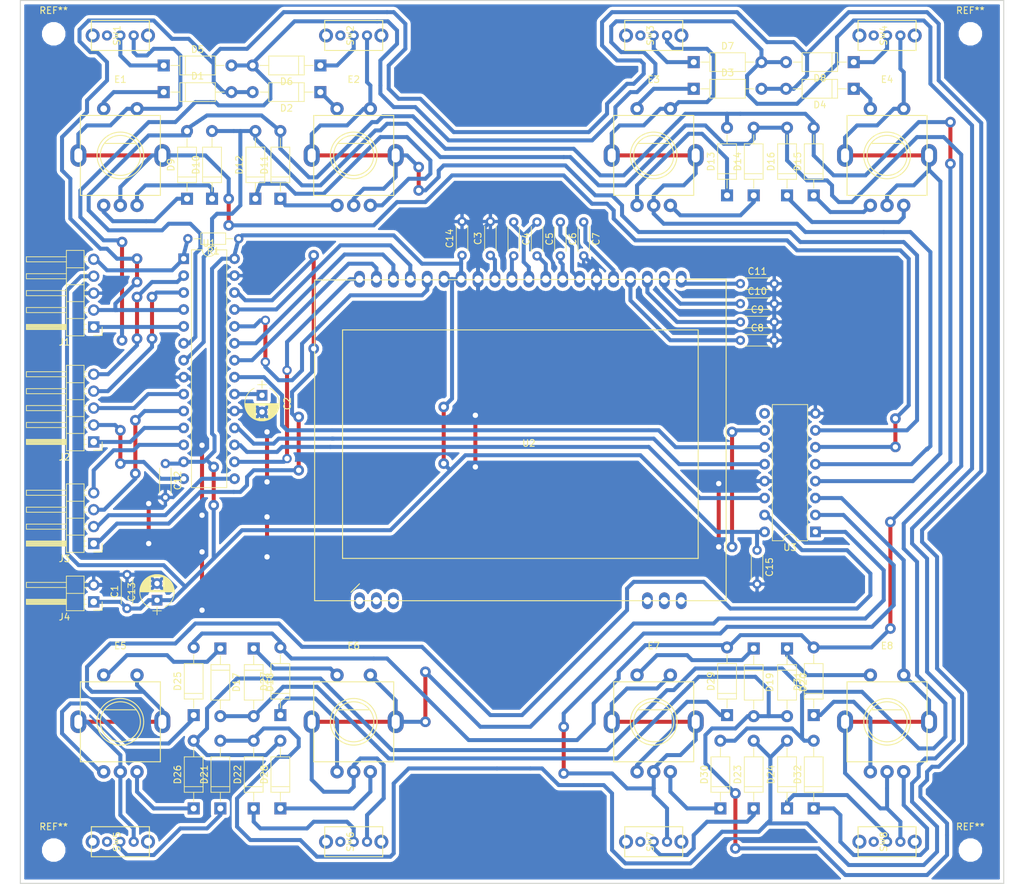
<source format=kicad_pcb>
(kicad_pcb (version 4) (host pcbnew 4.0.7)
  (layers (0 F.Cu signal) (31 B.Cu signal) (34 B.Paste user) (35 F.Paste user) (36 B.SilkS user) (37 F.SilkS user) (38 B.Mask user) (39 F.Mask user) (44 Edge.Cuts user))
  (net 0 "")
  (net 1 "Net-(U1-Pad17)")
  (net 2 "Net-(U1-Pad18)")
  (net 3 "Net-(U1-Pad21)")
  (net 4 "Net-(U1-Pad22)")
  (net 5 "Net-(U1-Pad23)")
  (net 6 "Net-(U1-Pad24)")
  (net 7 "Net-(U1-Pad25)")
  (net 8 "Net-(U2-Pad1)")
  (net 9 "Net-(U2-Pad2)")
  (net 10 "Net-(U2-Pad3)")
  (net 11 "Net-(U2-Pad18)")
  (net 12 "Net-(U2-Pad19)")
  (net 13 "Net-(U2-Pad20)")
  (net 14 "Net-(D3-Pad1)")
  (net 15 "Net-(D4-Pad1)")
  (net 16 +3V3)
  (net 17 GND)
  (net 18 "Net-(C2-Pad1)")
  (net 19 "Net-(C3-Pad1)")
  (net 20 "Net-(C4-Pad1)")
  (net 21 "Net-(C4-Pad2)")
  (net 22 "Net-(C5-Pad2)")
  (net 23 "Net-(C6-Pad1)")
  (net 24 "Net-(C6-Pad2)")
  (net 25 "Net-(C7-Pad1)")
  (net 26 "Net-(C8-Pad1)")
  (net 27 "Net-(C9-Pad1)")
  (net 28 "Net-(C10-Pad1)")
  (net 29 "Net-(C11-Pad1)")
  (net 30 "Net-(J2-Pad1)")
  (net 31 "Net-(J2-Pad2)")
  (net 32 "Net-(J2-Pad3)")
  (net 33 "Net-(J2-Pad4)")
  (net 34 "Net-(J2-Pad5)")
  (net 35 "Net-(D1-Pad1)")
  (net 36 "Net-(D1-Pad2)")
  (net 37 "Net-(D2-Pad1)")
  (net 38 "Net-(D5-Pad1)")
  (net 39 "Net-(D6-Pad1)")
  (net 40 "Net-(D7-Pad1)")
  (net 41 "Net-(D8-Pad1)")
  (net 42 "Net-(U3-Pad9)")
  (net 43 "Net-(J3-Pad1)")
  (net 44 "Net-(J3-Pad2)")
  (net 45 "Net-(J3-Pad3)")
  (net 46 "Net-(J3-Pad4)")
  (net 47 "Net-(J1-Pad5)")
  (net 48 "Net-(U1-Pad16)")
  (net 49 "Net-(D21-Pad2)")
  (net 50 "Net-(D9-Pad1)")
  (net 51 "Net-(D11-Pad2)")
  (net 52 "Net-(D10-Pad1)")
  (net 53 "Net-(D10-Pad2)")
  (net 54 "Net-(D11-Pad1)")
  (net 55 "Net-(D12-Pad1)")
  (net 56 "Net-(D13-Pad1)")
  (net 57 "Net-(D14-Pad1)")
  (net 58 "Net-(D15-Pad1)")
  (net 59 "Net-(D16-Pad1)")
  (net 60 "Net-(D17-Pad1)")
  (net 61 "Net-(D18-Pad1)")
  (net 62 "Net-(D19-Pad1)")
  (net 63 "Net-(D20-Pad1)")
  (net 64 "Net-(D21-Pad1)")
  (net 65 "Net-(D22-Pad1)")
  (net 66 "Net-(D23-Pad1)")
  (net 67 "Net-(D24-Pad1)")
  (net 68 "Net-(D25-Pad1)")
  (net 69 "Net-(D26-Pad1)")
  (net 70 "Net-(D27-Pad1)")
  (net 71 "Net-(D28-Pad1)")
  (net 72 "Net-(D29-Pad1)")
  (net 73 "Net-(D30-Pad1)")
  (net 74 "Net-(D31-Pad1)")
  (net 75 "Net-(D32-Pad1)")
  (net 76 "Net-(E1-Pad2)")
  (net 77 "Net-(E2-Pad2)")
  (net 78 "Net-(E3-Pad2)")
  (net 79 "Net-(E4-Pad2)")
  (net 80 "Net-(E5-Pad2)")
  (net 81 "Net-(E6-Pad2)")
  (net 82 "Net-(E7-Pad2)")
  (net 83 "Net-(E8-Pad2)")
  (module enkoder:EC11 (layer F.Cu) (at 105 45.75)
    (fp_text reference E2 (at 0 -11.4) (layer F.SilkS))
    (fp_text value Enkoder)
    (pad 6 thru_hole oval (at -6.3 0) (size 2.4 3.4) (drill oval 1.2 2.1) (layers *.Cu *.Mask) (net 77 "Net-(E2-Pad2)"))
    (pad 4 thru_hole circle (at -2.5 -7) (size 2 2) (drill 1) (layers *.Cu *.Mask) (net 37 "Net-(D2-Pad1)"))
    (pad 5 thru_hole circle (at 2.5 -7) (size 2 2) (drill 1) (layers *.Cu *.Mask) (net 77 "Net-(E2-Pad2)"))
    (pad 1 thru_hole circle (at -2.5 7.5) (size 2 2) (drill 1) (layers *.Cu *.Mask) (net 54 "Net-(D11-Pad1)"))
    (pad 2 thru_hole circle (at 0 7.5) (size 2 2) (drill 1) (layers *.Cu *.Mask) (net 77 "Net-(E2-Pad2)"))
    (pad 3 thru_hole circle (at 2.5 7.5) (size 2 2) (drill 1) (layers *.Cu *.Mask) (net 55 "Net-(D12-Pad1)"))
    (pad 6 thru_hole oval (at 6.3 0) (size 2.4 3.4) (drill oval 1.2 2.1) (layers *.Cu *.Mask) (net 77 "Net-(E2-Pad2)"))
  )
  (module Diodes_THT:D_A-405_P10.16mm_Horizontal (layer F.Cu) (at 156 35.75)
    (fp_text reference D3 (at 5.08 -2.41) (layer F.SilkS))
    (fp_text value D_Schottky)
    (pad 1 thru_hole rect (at 0 0) (size 1.8 1.8) (drill 0.9) (layers *.Cu *.Mask) (net 14 "Net-(D3-Pad1)"))
    (pad 2 thru_hole oval (at 10.16 0) (size 1.8 1.8) (drill 0.9) (layers *.Cu *.Mask) (net 36 "Net-(D1-Pad2)"))
  )
  (module Diodes_THT:D_A-405_P10.16mm_Horizontal (layer F.Cu) (at 180 35.75 180)
    (fp_text reference D4 (at 5.08 -2.41 180) (layer F.SilkS))
    (fp_text value D_Schottky)
    (pad 1 thru_hole rect (at 0 0 180) (size 1.8 1.8) (drill 0.9) (layers *.Cu *.Mask) (net 15 "Net-(D4-Pad1)"))
    (pad 2 thru_hole oval (at 10.16 0 180) (size 1.8 1.8) (drill 0.9) (layers *.Cu *.Mask) (net 36 "Net-(D1-Pad2)"))
  )
  (module Diodes_THT:D_A-405_P10.16mm_Horizontal (layer F.Cu) (at 156 31.75)
    (fp_text reference D7 (at 5.08 -2.41) (layer F.SilkS))
    (fp_text value D_Schottky)
    (pad 1 thru_hole rect (at 0 0) (size 1.8 1.8) (drill 0.9) (layers *.Cu *.Mask) (net 40 "Net-(D7-Pad1)"))
    (pad 2 thru_hole oval (at 10.16 0) (size 1.8 1.8) (drill 0.9) (layers *.Cu *.Mask) (net 49 "Net-(D21-Pad2)"))
  )
  (module Diodes_THT:D_A-405_P10.16mm_Horizontal (layer F.Cu) (at 180 31.75 180)
    (fp_text reference D8 (at 5.08 -2.41 180) (layer F.SilkS))
    (fp_text value D_Schottky)
    (pad 1 thru_hole rect (at 0 0 180) (size 1.8 1.8) (drill 0.9) (layers *.Cu *.Mask) (net 41 "Net-(D8-Pad1)"))
    (pad 2 thru_hole oval (at 10.16 0 180) (size 1.8 1.8) (drill 0.9) (layers *.Cu *.Mask) (net 49 "Net-(D21-Pad2)"))
  )
  (module enkoder:EC11 (layer F.Cu) (at 150 45.75)
    (fp_text reference E3 (at 0 -11.4) (layer F.SilkS))
    (fp_text value Enkoder)
    (pad 6 thru_hole oval (at -6.3 0) (size 2.4 3.4) (drill oval 1.2 2.1) (layers *.Cu *.Mask) (net 78 "Net-(E3-Pad2)"))
    (pad 4 thru_hole circle (at -2.5 -7) (size 2 2) (drill 1) (layers *.Cu *.Mask) (net 14 "Net-(D3-Pad1)"))
    (pad 5 thru_hole circle (at 2.5 -7) (size 2 2) (drill 1) (layers *.Cu *.Mask) (net 78 "Net-(E3-Pad2)"))
    (pad 1 thru_hole circle (at -2.5 7.5) (size 2 2) (drill 1) (layers *.Cu *.Mask) (net 56 "Net-(D13-Pad1)"))
    (pad 2 thru_hole circle (at 0 7.5) (size 2 2) (drill 1) (layers *.Cu *.Mask) (net 78 "Net-(E3-Pad2)"))
    (pad 3 thru_hole circle (at 2.5 7.5) (size 2 2) (drill 1) (layers *.Cu *.Mask) (net 57 "Net-(D14-Pad1)"))
    (pad 6 thru_hole oval (at 6.3 0) (size 2.4 3.4) (drill oval 1.2 2.1) (layers *.Cu *.Mask) (net 78 "Net-(E3-Pad2)"))
  )
  (module enkoder:EC11 (layer F.Cu) (at 185 45.75)
    (fp_text reference E4 (at 0 -11.4) (layer F.SilkS))
    (fp_text value Enkoder)
    (pad 6 thru_hole oval (at -6.3 0) (size 2.4 3.4) (drill oval 1.2 2.1) (layers *.Cu *.Mask) (net 79 "Net-(E4-Pad2)"))
    (pad 4 thru_hole circle (at -2.5 -7) (size 2 2) (drill 1) (layers *.Cu *.Mask) (net 15 "Net-(D4-Pad1)"))
    (pad 5 thru_hole circle (at 2.5 -7) (size 2 2) (drill 1) (layers *.Cu *.Mask) (net 79 "Net-(E4-Pad2)"))
    (pad 1 thru_hole circle (at -2.5 7.5) (size 2 2) (drill 1) (layers *.Cu *.Mask) (net 58 "Net-(D15-Pad1)"))
    (pad 2 thru_hole circle (at 0 7.5) (size 2 2) (drill 1) (layers *.Cu *.Mask) (net 79 "Net-(E4-Pad2)"))
    (pad 3 thru_hole circle (at 2.5 7.5) (size 2 2) (drill 1) (layers *.Cu *.Mask) (net 59 "Net-(D16-Pad1)"))
    (pad 6 thru_hole oval (at 6.3 0) (size 2.4 3.4) (drill oval 1.2 2.1) (layers *.Cu *.Mask) (net 79 "Net-(E4-Pad2)"))
  )
  (module rozne_bibliteki_artura:przelacznik_suwakowy (layer F.Cu) (at 150 27.75 270)
    (fp_text reference SW3 (at 0 0.5 270) (layer F.SilkS))
    (fp_text value SW_DIP_x01)
    (pad 4 thru_hole circle (at 0 -4.15 270) (size 2.1 2.1) (drill 1.2) (layers *.Cu *.Mask))
    (pad 3 thru_hole circle (at 0 4.15 270) (size 2.1 2.1) (drill 1.2) (layers *.Cu *.Mask))
    (pad 2 thru_hole circle (at 0 0 270) (size 1.524 1.524) (drill 0.762) (layers *.Cu *.Mask) (net 40 "Net-(D7-Pad1)"))
    (pad 1 thru_hole circle (at 0 -2 270) (size 1.524 1.524) (drill 0.762) (layers *.Cu *.Mask) (net 78 "Net-(E3-Pad2)"))
    (pad 5 thru_hole circle (at 0 2 270) (size 1.524 1.524) (drill 0.762) (layers *.Cu *.Mask))
  )
  (module rozne_bibliteki_artura:przelacznik_suwakowy (layer F.Cu) (at 185 27.75 270)
    (fp_text reference SW4 (at 0 0.5 270) (layer F.SilkS))
    (fp_text value SW_DIP_x01)
    (pad 4 thru_hole circle (at 0 -4.15 270) (size 2.1 2.1) (drill 1.2) (layers *.Cu *.Mask))
    (pad 3 thru_hole circle (at 0 4.15 270) (size 2.1 2.1) (drill 1.2) (layers *.Cu *.Mask))
    (pad 2 thru_hole circle (at 0 0 270) (size 1.524 1.524) (drill 0.762) (layers *.Cu *.Mask) (net 41 "Net-(D8-Pad1)"))
    (pad 1 thru_hole circle (at 0 -2 270) (size 1.524 1.524) (drill 0.762) (layers *.Cu *.Mask) (net 79 "Net-(E4-Pad2)"))
    (pad 5 thru_hole circle (at 0 2 270) (size 1.524 1.524) (drill 0.762) (layers *.Cu *.Mask))
  )
  (module Resistors_THT:R_Axial_DIN0204_L3.6mm_D1.6mm_P5.08mm_Horizontal (layer F.Cu) (at 71 113.75 90)
    (fp_text reference C1 (at 2.54 -1.86 90) (layer F.SilkS))
    (fp_text value C)
    (pad 1 thru_hole circle (at 0 0 90) (size 1.4 1.4) (drill 0.7) (layers *.Cu *.Mask) (net 16 +3V3))
    (pad 2 thru_hole oval (at 5.08 0 90) (size 1.4 1.4) (drill 0.7) (layers *.Cu *.Mask) (net 17 GND))
  )
  (module Capacitors_THT:CP_Radial_D5.0mm_P2.50mm (layer F.Cu) (at 91.25 81.75 270)
    (fp_text reference C2 (at 1.25 -3.81 270) (layer F.SilkS))
    (fp_text value CP)
    (pad 1 thru_hole rect (at 0 0 270) (size 1.6 1.6) (drill 0.8) (layers *.Cu *.Mask) (net 18 "Net-(C2-Pad1)"))
    (pad 2 thru_hole circle (at 2.5 0 270) (size 1.6 1.6) (drill 0.8) (layers *.Cu *.Mask) (net 17 GND))
  )
  (module Resistors_THT:R_Axial_DIN0204_L3.6mm_D1.6mm_P5.08mm_Horizontal (layer F.Cu) (at 76.75 92 270)
    (fp_text reference C12 (at 2.54 -1.86 270) (layer F.SilkS))
    (fp_text value C)
    (pad 1 thru_hole circle (at 0 0 270) (size 1.4 1.4) (drill 0.7) (layers *.Cu *.Mask) (net 16 +3V3))
    (pad 2 thru_hole oval (at 5.08 0 270) (size 1.4 1.4) (drill 0.7) (layers *.Cu *.Mask) (net 17 GND))
  )
  (module Capacitors_THT:CP_Radial_D5.0mm_P2.50mm (layer F.Cu) (at 75.5 112.5 90)
    (fp_text reference C13 (at 1.25 -3.81 90) (layer F.SilkS))
    (fp_text value CP)
    (pad 1 thru_hole rect (at 0 0 90) (size 1.6 1.6) (drill 0.8) (layers *.Cu *.Mask) (net 16 +3V3))
    (pad 2 thru_hole circle (at 2.5 0 90) (size 1.6 1.6) (drill 0.8) (layers *.Cu *.Mask) (net 17 GND))
  )
  (module Resistors_THT:R_Axial_DIN0204_L3.6mm_D1.6mm_P5.08mm_Horizontal (layer F.Cu) (at 121.25 60.75 90)
    (fp_text reference C14 (at 2.54 -1.86 90) (layer F.SilkS))
    (fp_text value C)
    (pad 1 thru_hole circle (at 0 0 90) (size 1.4 1.4) (drill 0.7) (layers *.Cu *.Mask) (net 16 +3V3))
    (pad 2 thru_hole oval (at 5.08 0 90) (size 1.4 1.4) (drill 0.7) (layers *.Cu *.Mask) (net 17 GND))
  )
  (module Diodes_THT:D_A-405_P10.16mm_Horizontal (layer F.Cu) (at 76.5 36.25)
    (fp_text reference D1 (at 5.08 -2.41) (layer F.SilkS))
    (fp_text value D_Schottky)
    (pad 1 thru_hole rect (at 0 0) (size 1.8 1.8) (drill 0.9) (layers *.Cu *.Mask) (net 35 "Net-(D1-Pad1)"))
    (pad 2 thru_hole oval (at 10.16 0) (size 1.8 1.8) (drill 0.9) (layers *.Cu *.Mask) (net 36 "Net-(D1-Pad2)"))
  )
  (module Diodes_THT:D_A-405_P10.16mm_Horizontal (layer F.Cu) (at 100 36.25 180)
    (fp_text reference D2 (at 5.08 -2.41 180) (layer F.SilkS))
    (fp_text value D_Schottky)
    (pad 1 thru_hole rect (at 0 0 180) (size 1.8 1.8) (drill 0.9) (layers *.Cu *.Mask) (net 37 "Net-(D2-Pad1)"))
    (pad 2 thru_hole oval (at 10.16 0 180) (size 1.8 1.8) (drill 0.9) (layers *.Cu *.Mask) (net 36 "Net-(D1-Pad2)"))
  )
  (module Diodes_THT:D_A-405_P10.16mm_Horizontal (layer F.Cu) (at 76.5 32.25)
    (fp_text reference D5 (at 5.08 -2.41) (layer F.SilkS))
    (fp_text value D_Schottky)
    (pad 1 thru_hole rect (at 0 0) (size 1.8 1.8) (drill 0.9) (layers *.Cu *.Mask) (net 38 "Net-(D5-Pad1)"))
    (pad 2 thru_hole oval (at 10.16 0) (size 1.8 1.8) (drill 0.9) (layers *.Cu *.Mask) (net 49 "Net-(D21-Pad2)"))
  )
  (module Diodes_THT:D_A-405_P10.16mm_Horizontal (layer F.Cu) (at 100 32.25 180)
    (fp_text reference D6 (at 5.08 -2.41 180) (layer F.SilkS))
    (fp_text value D_Schottky)
    (pad 1 thru_hole rect (at 0 0 180) (size 1.8 1.8) (drill 0.9) (layers *.Cu *.Mask) (net 39 "Net-(D6-Pad1)"))
    (pad 2 thru_hole oval (at 10.16 0 180) (size 1.8 1.8) (drill 0.9) (layers *.Cu *.Mask) (net 49 "Net-(D21-Pad2)"))
  )
  (module enkoder:EC11 (layer F.Cu) (at 70 45.75)
    (fp_text reference E1 (at 0 -11.4) (layer F.SilkS))
    (fp_text value Enkoder)
    (pad 6 thru_hole oval (at -6.3 0) (size 2.4 3.4) (drill oval 1.2 2.1) (layers *.Cu *.Mask) (net 76 "Net-(E1-Pad2)"))
    (pad 4 thru_hole circle (at -2.5 -7) (size 2 2) (drill 1) (layers *.Cu *.Mask) (net 35 "Net-(D1-Pad1)"))
    (pad 5 thru_hole circle (at 2.5 -7) (size 2 2) (drill 1) (layers *.Cu *.Mask) (net 76 "Net-(E1-Pad2)"))
    (pad 1 thru_hole circle (at -2.5 7.5) (size 2 2) (drill 1) (layers *.Cu *.Mask) (net 50 "Net-(D9-Pad1)"))
    (pad 2 thru_hole circle (at 0 7.5) (size 2 2) (drill 1) (layers *.Cu *.Mask) (net 76 "Net-(E1-Pad2)"))
    (pad 3 thru_hole circle (at 2.5 7.5) (size 2 2) (drill 1) (layers *.Cu *.Mask) (net 52 "Net-(D10-Pad1)"))
    (pad 6 thru_hole oval (at 6.3 0) (size 2.4 3.4) (drill oval 1.2 2.1) (layers *.Cu *.Mask) (net 76 "Net-(E1-Pad2)"))
  )
  (module enkoder:EC11 (layer F.Cu) (at 70 130.75)
    (fp_text reference E5 (at 0 -11.4) (layer F.SilkS))
    (fp_text value Enkoder)
    (pad 6 thru_hole oval (at -6.3 0) (size 2.4 3.4) (drill oval 1.2 2.1) (layers *.Cu *.Mask) (net 80 "Net-(E5-Pad2)"))
    (pad 4 thru_hole circle (at -2.5 -7) (size 2 2) (drill 1) (layers *.Cu *.Mask) (net 60 "Net-(D17-Pad1)"))
    (pad 5 thru_hole circle (at 2.5 -7) (size 2 2) (drill 1) (layers *.Cu *.Mask) (net 80 "Net-(E5-Pad2)"))
    (pad 1 thru_hole circle (at -2.5 7.5) (size 2 2) (drill 1) (layers *.Cu *.Mask) (net 68 "Net-(D25-Pad1)"))
    (pad 2 thru_hole circle (at 0 7.5) (size 2 2) (drill 1) (layers *.Cu *.Mask) (net 80 "Net-(E5-Pad2)"))
    (pad 3 thru_hole circle (at 2.5 7.5) (size 2 2) (drill 1) (layers *.Cu *.Mask) (net 69 "Net-(D26-Pad1)"))
    (pad 6 thru_hole oval (at 6.3 0) (size 2.4 3.4) (drill oval 1.2 2.1) (layers *.Cu *.Mask) (net 80 "Net-(E5-Pad2)"))
  )
  (module enkoder:EC11 (layer F.Cu) (at 105 130.75)
    (fp_text reference E6 (at 0 -11.4) (layer F.SilkS))
    (fp_text value Enkoder)
    (pad 6 thru_hole oval (at -6.3 0) (size 2.4 3.4) (drill oval 1.2 2.1) (layers *.Cu *.Mask) (net 81 "Net-(E6-Pad2)"))
    (pad 4 thru_hole circle (at -2.5 -7) (size 2 2) (drill 1) (layers *.Cu *.Mask) (net 61 "Net-(D18-Pad1)"))
    (pad 5 thru_hole circle (at 2.5 -7) (size 2 2) (drill 1) (layers *.Cu *.Mask) (net 81 "Net-(E6-Pad2)"))
    (pad 1 thru_hole circle (at -2.5 7.5) (size 2 2) (drill 1) (layers *.Cu *.Mask) (net 70 "Net-(D27-Pad1)"))
    (pad 2 thru_hole circle (at 0 7.5) (size 2 2) (drill 1) (layers *.Cu *.Mask) (net 81 "Net-(E6-Pad2)"))
    (pad 3 thru_hole circle (at 2.5 7.5) (size 2 2) (drill 1) (layers *.Cu *.Mask) (net 71 "Net-(D28-Pad1)"))
    (pad 6 thru_hole oval (at 6.3 0) (size 2.4 3.4) (drill oval 1.2 2.1) (layers *.Cu *.Mask) (net 81 "Net-(E6-Pad2)"))
  )
  (module enkoder:EC11 (layer F.Cu) (at 150 130.75)
    (fp_text reference E7 (at 0 -11.4) (layer F.SilkS))
    (fp_text value Enkoder)
    (pad 6 thru_hole oval (at -6.3 0) (size 2.4 3.4) (drill oval 1.2 2.1) (layers *.Cu *.Mask) (net 82 "Net-(E7-Pad2)"))
    (pad 4 thru_hole circle (at -2.5 -7) (size 2 2) (drill 1) (layers *.Cu *.Mask) (net 62 "Net-(D19-Pad1)"))
    (pad 5 thru_hole circle (at 2.5 -7) (size 2 2) (drill 1) (layers *.Cu *.Mask) (net 82 "Net-(E7-Pad2)"))
    (pad 1 thru_hole circle (at -2.5 7.5) (size 2 2) (drill 1) (layers *.Cu *.Mask) (net 72 "Net-(D29-Pad1)"))
    (pad 2 thru_hole circle (at 0 7.5) (size 2 2) (drill 1) (layers *.Cu *.Mask) (net 82 "Net-(E7-Pad2)"))
    (pad 3 thru_hole circle (at 2.5 7.5) (size 2 2) (drill 1) (layers *.Cu *.Mask) (net 73 "Net-(D30-Pad1)"))
    (pad 6 thru_hole oval (at 6.3 0) (size 2.4 3.4) (drill oval 1.2 2.1) (layers *.Cu *.Mask) (net 82 "Net-(E7-Pad2)"))
  )
  (module enkoder:EC11 (layer F.Cu) (at 185 130.75)
    (fp_text reference E8 (at 0 -11.4) (layer F.SilkS))
    (fp_text value Enkoder)
    (pad 6 thru_hole oval (at -6.3 0) (size 2.4 3.4) (drill oval 1.2 2.1) (layers *.Cu *.Mask) (net 83 "Net-(E8-Pad2)"))
    (pad 4 thru_hole circle (at -2.5 -7) (size 2 2) (drill 1) (layers *.Cu *.Mask) (net 63 "Net-(D20-Pad1)"))
    (pad 5 thru_hole circle (at 2.5 -7) (size 2 2) (drill 1) (layers *.Cu *.Mask) (net 83 "Net-(E8-Pad2)"))
    (pad 1 thru_hole circle (at -2.5 7.5) (size 2 2) (drill 1) (layers *.Cu *.Mask) (net 74 "Net-(D31-Pad1)"))
    (pad 2 thru_hole circle (at 0 7.5) (size 2 2) (drill 1) (layers *.Cu *.Mask) (net 83 "Net-(E8-Pad2)"))
    (pad 3 thru_hole circle (at 2.5 7.5) (size 2 2) (drill 1) (layers *.Cu *.Mask) (net 75 "Net-(D32-Pad1)"))
    (pad 6 thru_hole oval (at 6.3 0) (size 2.4 3.4) (drill oval 1.2 2.1) (layers *.Cu *.Mask) (net 83 "Net-(E8-Pad2)"))
  )
  (module Pin_Headers:Pin_Header_Angled_1x05_Pitch2.54mm (layer F.Cu) (at 66 71.5 180)
    (fp_text reference J1 (at 4.385 -2.27 180) (layer F.SilkS))
    (fp_text value Conn_01x05)
    (pad 1 thru_hole rect (at 0 0 180) (size 1.7 1.7) (drill 1) (layers *.Cu *.Mask) (net 49 "Net-(D21-Pad2)"))
    (pad 2 thru_hole oval (at 0 2.54 180) (size 1.7 1.7) (drill 1) (layers *.Cu *.Mask) (net 36 "Net-(D1-Pad2)"))
    (pad 3 thru_hole oval (at 0 5.08 180) (size 1.7 1.7) (drill 1) (layers *.Cu *.Mask) (net 17 GND))
    (pad 4 thru_hole oval (at 0 7.62 180) (size 1.7 1.7) (drill 1) (layers *.Cu *.Mask) (net 16 +3V3))
    (pad 5 thru_hole oval (at 0 10.16 180) (size 1.7 1.7) (drill 1) (layers *.Cu *.Mask) (net 47 "Net-(J1-Pad5)"))
  )
  (module Pin_Headers:Pin_Header_Angled_1x05_Pitch2.54mm (layer F.Cu) (at 66 88.75 180)
    (fp_text reference J2 (at 4.385 -2.27 180) (layer F.SilkS))
    (fp_text value Conn_01x05)
    (pad 1 thru_hole rect (at 0 0 180) (size 1.7 1.7) (drill 1) (layers *.Cu *.Mask) (net 30 "Net-(J2-Pad1)"))
    (pad 2 thru_hole oval (at 0 2.54 180) (size 1.7 1.7) (drill 1) (layers *.Cu *.Mask) (net 31 "Net-(J2-Pad2)"))
    (pad 3 thru_hole oval (at 0 5.08 180) (size 1.7 1.7) (drill 1) (layers *.Cu *.Mask) (net 32 "Net-(J2-Pad3)"))
    (pad 4 thru_hole oval (at 0 7.62 180) (size 1.7 1.7) (drill 1) (layers *.Cu *.Mask) (net 33 "Net-(J2-Pad4)"))
    (pad 5 thru_hole oval (at 0 10.16 180) (size 1.7 1.7) (drill 1) (layers *.Cu *.Mask) (net 34 "Net-(J2-Pad5)"))
  )
  (module Pin_Headers:Pin_Header_Angled_1x04_Pitch2.54mm (layer F.Cu) (at 66 104 180)
    (fp_text reference J3 (at 4.385 -2.27 180) (layer F.SilkS))
    (fp_text value Conn_01x04)
    (pad 1 thru_hole rect (at 0 0 180) (size 1.7 1.7) (drill 1) (layers *.Cu *.Mask) (net 43 "Net-(J3-Pad1)"))
    (pad 2 thru_hole oval (at 0 2.54 180) (size 1.7 1.7) (drill 1) (layers *.Cu *.Mask) (net 44 "Net-(J3-Pad2)"))
    (pad 3 thru_hole oval (at 0 5.08 180) (size 1.7 1.7) (drill 1) (layers *.Cu *.Mask) (net 45 "Net-(J3-Pad3)"))
    (pad 4 thru_hole oval (at 0 7.62 180) (size 1.7 1.7) (drill 1) (layers *.Cu *.Mask) (net 46 "Net-(J3-Pad4)"))
  )
  (module Pin_Headers:Pin_Header_Angled_1x02_Pitch2.54mm (layer F.Cu) (at 66 112.75 180)
    (fp_text reference J4 (at 4.385 -2.27 180) (layer F.SilkS))
    (fp_text value Conn_01x02)
    (pad 1 thru_hole rect (at 0 0 180) (size 1.7 1.7) (drill 1) (layers *.Cu *.Mask) (net 16 +3V3))
    (pad 2 thru_hole oval (at 0 2.54 180) (size 1.7 1.7) (drill 1) (layers *.Cu *.Mask) (net 17 GND))
  )
  (module Resistors_THT:R_Axial_DIN0204_L3.6mm_D1.6mm_P7.62mm_Horizontal (layer F.Cu) (at 87.75 58.25 180)
    (fp_text reference R1 (at 3.81 -1.86 180) (layer F.SilkS))
    (fp_text value R)
    (pad 1 thru_hole circle (at 0 0 180) (size 1.4 1.4) (drill 0.7) (layers *.Cu *.Mask) (net 16 +3V3))
    (pad 2 thru_hole oval (at 7.62 0 180) (size 1.4 1.4) (drill 0.7) (layers *.Cu *.Mask) (net 47 "Net-(J1-Pad5)"))
  )
  (module rozne_bibliteki_artura:przelacznik_suwakowy (layer F.Cu) (at 70 27.75 270)
    (fp_text reference SW1 (at 0 0.5 270) (layer F.SilkS))
    (fp_text value SW_DIP_x01)
    (pad 4 thru_hole circle (at 0 -4.15 270) (size 2.1 2.1) (drill 1.2) (layers *.Cu *.Mask))
    (pad 3 thru_hole circle (at 0 4.15 270) (size 2.1 2.1) (drill 1.2) (layers *.Cu *.Mask))
    (pad 2 thru_hole circle (at 0 0 270) (size 1.524 1.524) (drill 0.762) (layers *.Cu *.Mask) (net 38 "Net-(D5-Pad1)"))
    (pad 1 thru_hole circle (at 0 -2 270) (size 1.524 1.524) (drill 0.762) (layers *.Cu *.Mask) (net 76 "Net-(E1-Pad2)"))
    (pad 5 thru_hole circle (at 0 2 270) (size 1.524 1.524) (drill 0.762) (layers *.Cu *.Mask))
  )
  (module rozne_bibliteki_artura:przelacznik_suwakowy (layer F.Cu) (at 105 27.75 270)
    (fp_text reference SW2 (at 0 0.5 270) (layer F.SilkS))
    (fp_text value SW_DIP_x01)
    (pad 4 thru_hole circle (at 0 -4.15 270) (size 2.1 2.1) (drill 1.2) (layers *.Cu *.Mask))
    (pad 3 thru_hole circle (at 0 4.15 270) (size 2.1 2.1) (drill 1.2) (layers *.Cu *.Mask))
    (pad 2 thru_hole circle (at 0 0 270) (size 1.524 1.524) (drill 0.762) (layers *.Cu *.Mask) (net 39 "Net-(D6-Pad1)"))
    (pad 1 thru_hole circle (at 0 -2 270) (size 1.524 1.524) (drill 0.762) (layers *.Cu *.Mask) (net 77 "Net-(E2-Pad2)"))
    (pad 5 thru_hole circle (at 0 2 270) (size 1.524 1.524) (drill 0.762) (layers *.Cu *.Mask))
  )
  (module rozne_bibliteki_artura:przelacznik_suwakowy (layer F.Cu) (at 70 148.75 270)
    (fp_text reference SW5 (at 0 0.5 270) (layer F.SilkS))
    (fp_text value SW_DIP_x01)
    (pad 4 thru_hole circle (at 0 -4.15 270) (size 2.1 2.1) (drill 1.2) (layers *.Cu *.Mask))
    (pad 3 thru_hole circle (at 0 4.15 270) (size 2.1 2.1) (drill 1.2) (layers *.Cu *.Mask))
    (pad 2 thru_hole circle (at 0 0 270) (size 1.524 1.524) (drill 0.762) (layers *.Cu *.Mask) (net 64 "Net-(D21-Pad1)"))
    (pad 1 thru_hole circle (at 0 -2 270) (size 1.524 1.524) (drill 0.762) (layers *.Cu *.Mask) (net 80 "Net-(E5-Pad2)"))
    (pad 5 thru_hole circle (at 0 2 270) (size 1.524 1.524) (drill 0.762) (layers *.Cu *.Mask))
  )
  (module rozne_bibliteki_artura:przelacznik_suwakowy (layer F.Cu) (at 105 148.75 270)
    (fp_text reference SW6 (at 0 0.5 270) (layer F.SilkS))
    (fp_text value SW_DIP_x01)
    (pad 4 thru_hole circle (at 0 -4.15 270) (size 2.1 2.1) (drill 1.2) (layers *.Cu *.Mask))
    (pad 3 thru_hole circle (at 0 4.15 270) (size 2.1 2.1) (drill 1.2) (layers *.Cu *.Mask))
    (pad 2 thru_hole circle (at 0 0 270) (size 1.524 1.524) (drill 0.762) (layers *.Cu *.Mask) (net 65 "Net-(D22-Pad1)"))
    (pad 1 thru_hole circle (at 0 -2 270) (size 1.524 1.524) (drill 0.762) (layers *.Cu *.Mask) (net 81 "Net-(E6-Pad2)"))
    (pad 5 thru_hole circle (at 0 2 270) (size 1.524 1.524) (drill 0.762) (layers *.Cu *.Mask))
  )
  (module rozne_bibliteki_artura:przelacznik_suwakowy (layer F.Cu) (at 150 148.75 270)
    (fp_text reference SW7 (at 0 0.5 270) (layer F.SilkS))
    (fp_text value SW_DIP_x01)
    (pad 4 thru_hole circle (at 0 -4.15 270) (size 2.1 2.1) (drill 1.2) (layers *.Cu *.Mask))
    (pad 3 thru_hole circle (at 0 4.15 270) (size 2.1 2.1) (drill 1.2) (layers *.Cu *.Mask))
    (pad 2 thru_hole circle (at 0 0 270) (size 1.524 1.524) (drill 0.762) (layers *.Cu *.Mask) (net 66 "Net-(D23-Pad1)"))
    (pad 1 thru_hole circle (at 0 -2 270) (size 1.524 1.524) (drill 0.762) (layers *.Cu *.Mask) (net 82 "Net-(E7-Pad2)"))
    (pad 5 thru_hole circle (at 0 2 270) (size 1.524 1.524) (drill 0.762) (layers *.Cu *.Mask))
  )
  (module rozne_bibliteki_artura:przelacznik_suwakowy (layer F.Cu) (at 185 148.75 270)
    (fp_text reference SW8 (at 0 0.5 270) (layer F.SilkS))
    (fp_text value SW_DIP_x01)
    (pad 4 thru_hole circle (at 0 -4.15 270) (size 2.1 2.1) (drill 1.2) (layers *.Cu *.Mask))
    (pad 3 thru_hole circle (at 0 4.15 270) (size 2.1 2.1) (drill 1.2) (layers *.Cu *.Mask))
    (pad 2 thru_hole circle (at 0 0 270) (size 1.524 1.524) (drill 0.762) (layers *.Cu *.Mask) (net 67 "Net-(D24-Pad1)"))
    (pad 1 thru_hole circle (at 0 -2 270) (size 1.524 1.524) (drill 0.762) (layers *.Cu *.Mask) (net 83 "Net-(E8-Pad2)"))
    (pad 5 thru_hole circle (at 0 2 270) (size 1.524 1.524) (drill 0.762) (layers *.Cu *.Mask))
  )
  (module Housings_DIP:DIP-28_W7.62mm (layer F.Cu) (at 79.5 61.25)
    (fp_text reference U1 (at 3.81 -2.33) (layer F.SilkS))
    (fp_text value PIC32MX130F064D-I/PT)
    (pad 1 thru_hole rect (at 0 0) (size 1.6 1.6) (drill 0.8) (layers *.Cu *.Mask) (net 47 "Net-(J1-Pad5)"))
    (pad 15 thru_hole oval (at 7.62 33.02) (size 1.6 1.6) (drill 0.8) (layers *.Cu *.Mask) (net 44 "Net-(J3-Pad2)"))
    (pad 2 thru_hole oval (at 0 2.54) (size 1.6 1.6) (drill 0.8) (layers *.Cu *.Mask) (net 34 "Net-(J2-Pad5)"))
    (pad 16 thru_hole oval (at 7.62 30.48) (size 1.6 1.6) (drill 0.8) (layers *.Cu *.Mask) (net 48 "Net-(U1-Pad16)"))
    (pad 3 thru_hole oval (at 0 5.08) (size 1.6 1.6) (drill 0.8) (layers *.Cu *.Mask) (net 33 "Net-(J2-Pad4)"))
    (pad 17 thru_hole oval (at 7.62 27.94) (size 1.6 1.6) (drill 0.8) (layers *.Cu *.Mask) (net 1 "Net-(U1-Pad17)"))
    (pad 4 thru_hole oval (at 0 7.62) (size 1.6 1.6) (drill 0.8) (layers *.Cu *.Mask) (net 36 "Net-(D1-Pad2)"))
    (pad 18 thru_hole oval (at 7.62 25.4) (size 1.6 1.6) (drill 0.8) (layers *.Cu *.Mask) (net 2 "Net-(U1-Pad18)"))
    (pad 5 thru_hole oval (at 0 10.16) (size 1.6 1.6) (drill 0.8) (layers *.Cu *.Mask) (net 49 "Net-(D21-Pad2)"))
    (pad 19 thru_hole oval (at 7.62 22.86) (size 1.6 1.6) (drill 0.8) (layers *.Cu *.Mask) (net 17 GND))
    (pad 6 thru_hole oval (at 0 12.7) (size 1.6 1.6) (drill 0.8) (layers *.Cu *.Mask) (net 51 "Net-(D11-Pad2)"))
    (pad 20 thru_hole oval (at 7.62 20.32) (size 1.6 1.6) (drill 0.8) (layers *.Cu *.Mask) (net 18 "Net-(C2-Pad1)"))
    (pad 7 thru_hole oval (at 0 15.24) (size 1.6 1.6) (drill 0.8) (layers *.Cu *.Mask) (net 53 "Net-(D10-Pad2)"))
    (pad 21 thru_hole oval (at 7.62 17.78) (size 1.6 1.6) (drill 0.8) (layers *.Cu *.Mask) (net 3 "Net-(U1-Pad21)"))
    (pad 8 thru_hole oval (at 0 17.78) (size 1.6 1.6) (drill 0.8) (layers *.Cu *.Mask) (net 17 GND))
    (pad 22 thru_hole oval (at 7.62 15.24) (size 1.6 1.6) (drill 0.8) (layers *.Cu *.Mask) (net 4 "Net-(U1-Pad22)"))
    (pad 9 thru_hole oval (at 0 20.32) (size 1.6 1.6) (drill 0.8) (layers *.Cu *.Mask) (net 32 "Net-(J2-Pad3)"))
    (pad 23 thru_hole oval (at 7.62 12.7) (size 1.6 1.6) (drill 0.8) (layers *.Cu *.Mask) (net 5 "Net-(U1-Pad23)"))
    (pad 10 thru_hole oval (at 0 22.86) (size 1.6 1.6) (drill 0.8) (layers *.Cu *.Mask) (net 45 "Net-(J3-Pad3)"))
    (pad 24 thru_hole oval (at 7.62 10.16) (size 1.6 1.6) (drill 0.8) (layers *.Cu *.Mask) (net 6 "Net-(U1-Pad24)"))
    (pad 11 thru_hole oval (at 0 25.4) (size 1.6 1.6) (drill 0.8) (layers *.Cu *.Mask) (net 30 "Net-(J2-Pad1)"))
    (pad 25 thru_hole oval (at 7.62 7.62) (size 1.6 1.6) (drill 0.8) (layers *.Cu *.Mask) (net 7 "Net-(U1-Pad25)"))
    (pad 12 thru_hole oval (at 0 27.94) (size 1.6 1.6) (drill 0.8) (layers *.Cu *.Mask) (net 46 "Net-(J3-Pad4)"))
    (pad 26 thru_hole oval (at 7.62 5.08) (size 1.6 1.6) (drill 0.8) (layers *.Cu *.Mask) (net 43 "Net-(J3-Pad1)"))
    (pad 13 thru_hole oval (at 0 30.48) (size 1.6 1.6) (drill 0.8) (layers *.Cu *.Mask) (net 16 +3V3))
    (pad 27 thru_hole oval (at 7.62 2.54) (size 1.6 1.6) (drill 0.8) (layers *.Cu *.Mask) (net 17 GND))
    (pad 14 thru_hole oval (at 0 33.02) (size 1.6 1.6) (drill 0.8) (layers *.Cu *.Mask) (net 31 "Net-(J2-Pad2)"))
    (pad 28 thru_hole oval (at 7.62 0) (size 1.6 1.6) (drill 0.8) (layers *.Cu *.Mask) (net 16 +3V3))
  )
  (module rozne_bibliteki_artura:DOGL128 (layer F.Cu) (at 130 75.75)
    (fp_text reference U2 (at 1.27 13.2) (layer F.SilkS))
    (fp_text value DOGL128-E)
    (pad 40 thru_hole oval (at -24.13 -11.43) (size 1.6 2.5) (drill 1.1) (layers *.Cu *.Mask) (net 48 "Net-(U1-Pad16)"))
    (pad 39 thru_hole oval (at -21.59 -11.43) (size 1.6 2.5) (drill 1.1) (layers *.Cu *.Mask) (net 4 "Net-(U1-Pad22)"))
    (pad 38 thru_hole oval (at -19.05 -11.43) (size 1.6 2.5) (drill 1.1) (layers *.Cu *.Mask) (net 5 "Net-(U1-Pad23)"))
    (pad 37 thru_hole oval (at -16.51 -11.43) (size 1.6 2.5) (drill 1.1) (layers *.Cu *.Mask) (net 7 "Net-(U1-Pad25)"))
    (pad 36 thru_hole oval (at -13.97 -11.43) (size 1.6 2.5) (drill 1.1) (layers *.Cu *.Mask) (net 6 "Net-(U1-Pad24)"))
    (pad 35 thru_hole oval (at -11.43 -11.43) (size 1.6 2.5) (drill 1.1) (layers *.Cu *.Mask) (net 16 +3V3))
    (pad 34 thru_hole oval (at -8.89 -11.43) (size 1.6 2.5) (drill 1.1) (layers *.Cu *.Mask) (net 16 +3V3))
    (pad 33 thru_hole oval (at -6.35 -11.43) (size 1.6 2.5) (drill 1.1) (layers *.Cu *.Mask) (net 17 GND))
    (pad 32 thru_hole oval (at -3.81 -11.43) (size 1.6 2.5) (drill 1.1) (layers *.Cu *.Mask) (net 19 "Net-(C3-Pad1)"))
    (pad 31 thru_hole oval (at -1.27 -11.43) (size 1.6 2.5) (drill 1.1) (layers *.Cu *.Mask) (net 21 "Net-(C4-Pad2)"))
    (pad 30 thru_hole oval (at 1.27 -11.43) (size 1.6 2.5) (drill 1.1) (layers *.Cu *.Mask) (net 20 "Net-(C4-Pad1)"))
    (pad 29 thru_hole oval (at 3.81 -11.43) (size 1.6 2.5) (drill 1.1) (layers *.Cu *.Mask) (net 22 "Net-(C5-Pad2)"))
    (pad 28 thru_hole oval (at 6.35 -11.43) (size 1.6 2.5) (drill 1.1) (layers *.Cu *.Mask) (net 24 "Net-(C6-Pad2)"))
    (pad 27 thru_hole oval (at 8.89 -11.43) (size 1.6 2.5) (drill 1.1) (layers *.Cu *.Mask) (net 23 "Net-(C6-Pad1)"))
    (pad 26 thru_hole oval (at 11.43 -11.43) (size 1.6 2.5) (drill 1.1) (layers *.Cu *.Mask) (net 17 GND))
    (pad 25 thru_hole oval (at 13.97 -11.43) (size 1.6 2.5) (drill 1.1) (layers *.Cu *.Mask) (net 25 "Net-(C7-Pad1)"))
    (pad 24 thru_hole oval (at 16.51 -11.43) (size 1.6 2.5) (drill 1.1) (layers *.Cu *.Mask) (net 26 "Net-(C8-Pad1)"))
    (pad 23 thru_hole oval (at 19.05 -11.43) (size 1.6 2.5) (drill 1.1) (layers *.Cu *.Mask) (net 27 "Net-(C9-Pad1)"))
    (pad 22 thru_hole oval (at 21.59 -11.43) (size 1.6 2.5) (drill 1.1) (layers *.Cu *.Mask) (net 28 "Net-(C10-Pad1)"))
    (pad 21 thru_hole oval (at 24.13 -11.43) (size 1.6 2.5) (drill 1.1) (layers *.Cu *.Mask) (net 29 "Net-(C11-Pad1)"))
    (pad 1 thru_hole oval (at -24.13 36.83) (size 1.6 2.5) (drill 1.1) (layers *.Cu *.Mask) (net 8 "Net-(U2-Pad1)"))
    (pad 2 thru_hole oval (at -21.59 36.83) (size 1.6 2.5) (drill 1.1) (layers *.Cu *.Mask) (net 9 "Net-(U2-Pad2)"))
    (pad 3 thru_hole oval (at -19.05 36.83) (size 1.6 2.5) (drill 1.1) (layers *.Cu *.Mask) (net 10 "Net-(U2-Pad3)"))
    (pad 18 thru_hole oval (at 19.05 36.83) (size 1.6 2.5) (drill 1.1) (layers *.Cu *.Mask) (net 11 "Net-(U2-Pad18)"))
    (pad 19 thru_hole oval (at 21.59 36.83) (size 1.6 2.5) (drill 1.1) (layers *.Cu *.Mask) (net 12 "Net-(U2-Pad19)"))
    (pad 20 thru_hole oval (at 24.13 36.83) (size 1.6 2.5) (drill 1.1) (layers *.Cu *.Mask) (net 13 "Net-(U2-Pad20)"))
  )
  (module Housings_DIP:DIP-16_W7.62mm (layer F.Cu) (at 174.25 102.25 180)
    (fp_text reference U3 (at 3.81 -2.33 180) (layer F.SilkS))
    (fp_text value 74HC595)
    (pad 1 thru_hole rect (at 0 0 180) (size 1.6 1.6) (drill 0.8) (layers *.Cu *.Mask) (net 81 "Net-(E6-Pad2)"))
    (pad 9 thru_hole oval (at 7.62 17.78 180) (size 1.6 1.6) (drill 0.8) (layers *.Cu *.Mask) (net 42 "Net-(U3-Pad9)"))
    (pad 2 thru_hole oval (at 0 2.54 180) (size 1.6 1.6) (drill 0.8) (layers *.Cu *.Mask) (net 82 "Net-(E7-Pad2)"))
    (pad 10 thru_hole oval (at 7.62 15.24 180) (size 1.6 1.6) (drill 0.8) (layers *.Cu *.Mask) (net 16 +3V3))
    (pad 3 thru_hole oval (at 0 5.08 180) (size 1.6 1.6) (drill 0.8) (layers *.Cu *.Mask) (net 83 "Net-(E8-Pad2)"))
    (pad 11 thru_hole oval (at 7.62 12.7 180) (size 1.6 1.6) (drill 0.8) (layers *.Cu *.Mask) (net 3 "Net-(U1-Pad21)"))
    (pad 4 thru_hole oval (at 0 7.62 180) (size 1.6 1.6) (drill 0.8) (layers *.Cu *.Mask) (net 79 "Net-(E4-Pad2)"))
    (pad 12 thru_hole oval (at 7.62 10.16 180) (size 1.6 1.6) (drill 0.8) (layers *.Cu *.Mask) (net 2 "Net-(U1-Pad18)"))
    (pad 5 thru_hole oval (at 0 10.16 180) (size 1.6 1.6) (drill 0.8) (layers *.Cu *.Mask) (net 78 "Net-(E3-Pad2)"))
    (pad 13 thru_hole oval (at 7.62 7.62 180) (size 1.6 1.6) (drill 0.8) (layers *.Cu *.Mask) (net 17 GND))
    (pad 6 thru_hole oval (at 0 12.7 180) (size 1.6 1.6) (drill 0.8) (layers *.Cu *.Mask) (net 76 "Net-(E1-Pad2)"))
    (pad 14 thru_hole oval (at 7.62 5.08 180) (size 1.6 1.6) (drill 0.8) (layers *.Cu *.Mask) (net 1 "Net-(U1-Pad17)"))
    (pad 7 thru_hole oval (at 0 15.24 180) (size 1.6 1.6) (drill 0.8) (layers *.Cu *.Mask) (net 77 "Net-(E2-Pad2)"))
    (pad 15 thru_hole oval (at 7.62 2.54 180) (size 1.6 1.6) (drill 0.8) (layers *.Cu *.Mask) (net 80 "Net-(E5-Pad2)"))
    (pad 8 thru_hole oval (at 0 17.78 180) (size 1.6 1.6) (drill 0.8) (layers *.Cu *.Mask) (net 17 GND))
    (pad 16 thru_hole oval (at 7.62 0 180) (size 1.6 1.6) (drill 0.8) (layers *.Cu *.Mask) (net 16 +3V3))
  )
  (module Diodes_THT:D_A-405_P10.16mm_Horizontal (layer F.Cu) (at 80 52.25 90)
    (fp_text reference D9 (at 5.08 -2.41 90) (layer F.SilkS))
    (fp_text value D_Schottky)
    (pad 1 thru_hole rect (at 0 0 90) (size 1.8 1.8) (drill 0.9) (layers *.Cu *.Mask) (net 50 "Net-(D9-Pad1)"))
    (pad 2 thru_hole oval (at 10.16 0 90) (size 1.8 1.8) (drill 0.9) (layers *.Cu *.Mask) (net 51 "Net-(D11-Pad2)"))
  )
  (module Diodes_THT:D_A-405_P10.16mm_Horizontal (layer F.Cu) (at 83.75 52.25 90)
    (fp_text reference D10 (at 5.08 -2.41 90) (layer F.SilkS))
    (fp_text value D_Schottky)
    (pad 1 thru_hole rect (at 0 0 90) (size 1.8 1.8) (drill 0.9) (layers *.Cu *.Mask) (net 52 "Net-(D10-Pad1)"))
    (pad 2 thru_hole oval (at 10.16 0 90) (size 1.8 1.8) (drill 0.9) (layers *.Cu *.Mask) (net 53 "Net-(D10-Pad2)"))
  )
  (module Diodes_THT:D_A-405_P10.16mm_Horizontal (layer F.Cu) (at 94 52.25 90)
    (fp_text reference D11 (at 5.08 -2.41 90) (layer F.SilkS))
    (fp_text value D_Schottky)
    (pad 1 thru_hole rect (at 0 0 90) (size 1.8 1.8) (drill 0.9) (layers *.Cu *.Mask) (net 54 "Net-(D11-Pad1)"))
    (pad 2 thru_hole oval (at 10.16 0 90) (size 1.8 1.8) (drill 0.9) (layers *.Cu *.Mask) (net 51 "Net-(D11-Pad2)"))
  )
  (module Diodes_THT:D_A-405_P10.16mm_Horizontal (layer F.Cu) (at 90.25 52.25 90)
    (fp_text reference D12 (at 5.08 -2.41 90) (layer F.SilkS))
    (fp_text value D_Schottky)
    (pad 1 thru_hole rect (at 0 0 90) (size 1.8 1.8) (drill 0.9) (layers *.Cu *.Mask) (net 55 "Net-(D12-Pad1)"))
    (pad 2 thru_hole oval (at 10.16 0 90) (size 1.8 1.8) (drill 0.9) (layers *.Cu *.Mask) (net 53 "Net-(D10-Pad2)"))
  )
  (module Diodes_THT:D_A-405_P10.16mm_Horizontal (layer F.Cu) (at 161 51.75 90)
    (fp_text reference D13 (at 5.08 -2.41 90) (layer F.SilkS))
    (fp_text value D_Schottky)
    (pad 1 thru_hole rect (at 0 0 90) (size 1.8 1.8) (drill 0.9) (layers *.Cu *.Mask) (net 56 "Net-(D13-Pad1)"))
    (pad 2 thru_hole oval (at 10.16 0 90) (size 1.8 1.8) (drill 0.9) (layers *.Cu *.Mask) (net 51 "Net-(D11-Pad2)"))
  )
  (module Diodes_THT:D_A-405_P10.16mm_Horizontal (layer F.Cu) (at 165 51.75 90)
    (fp_text reference D14 (at 5.08 -2.41 90) (layer F.SilkS))
    (fp_text value D_Schottky)
    (pad 1 thru_hole rect (at 0 0 90) (size 1.8 1.8) (drill 0.9) (layers *.Cu *.Mask) (net 57 "Net-(D14-Pad1)"))
    (pad 2 thru_hole oval (at 10.16 0 90) (size 1.8 1.8) (drill 0.9) (layers *.Cu *.Mask) (net 53 "Net-(D10-Pad2)"))
  )
  (module Diodes_THT:D_A-405_P10.16mm_Horizontal (layer F.Cu) (at 174 51.75 90)
    (fp_text reference D15 (at 5.08 -2.41 90) (layer F.SilkS))
    (fp_text value D_Schottky)
    (pad 1 thru_hole rect (at 0 0 90) (size 1.8 1.8) (drill 0.9) (layers *.Cu *.Mask) (net 58 "Net-(D15-Pad1)"))
    (pad 2 thru_hole oval (at 10.16 0 90) (size 1.8 1.8) (drill 0.9) (layers *.Cu *.Mask) (net 51 "Net-(D11-Pad2)"))
  )
  (module Diodes_THT:D_A-405_P10.16mm_Horizontal (layer F.Cu) (at 170 51.75 90)
    (fp_text reference D16 (at 5.08 -2.41 90) (layer F.SilkS))
    (fp_text value D_Schottky)
    (pad 1 thru_hole rect (at 0 0 90) (size 1.8 1.8) (drill 0.9) (layers *.Cu *.Mask) (net 59 "Net-(D16-Pad1)"))
    (pad 2 thru_hole oval (at 10.16 0 90) (size 1.8 1.8) (drill 0.9) (layers *.Cu *.Mask) (net 53 "Net-(D10-Pad2)"))
  )
  (module Diodes_THT:D_A-405_P10.16mm_Horizontal (layer F.Cu) (at 85 119.75 270)
    (fp_text reference D17 (at 5.08 -2.41 270) (layer F.SilkS))
    (fp_text value D_Schottky)
    (pad 1 thru_hole rect (at 0 0 270) (size 1.8 1.8) (drill 0.9) (layers *.Cu *.Mask) (net 60 "Net-(D17-Pad1)"))
    (pad 2 thru_hole oval (at 10.16 0 270) (size 1.8 1.8) (drill 0.9) (layers *.Cu *.Mask) (net 36 "Net-(D1-Pad2)"))
  )
  (module Diodes_THT:D_A-405_P10.16mm_Horizontal (layer F.Cu) (at 90 119.75 270)
    (fp_text reference D18 (at 5.08 -2.41 270) (layer F.SilkS))
    (fp_text value D_Schottky)
    (pad 1 thru_hole rect (at 0 0 270) (size 1.8 1.8) (drill 0.9) (layers *.Cu *.Mask) (net 61 "Net-(D18-Pad1)"))
    (pad 2 thru_hole oval (at 10.16 0 270) (size 1.8 1.8) (drill 0.9) (layers *.Cu *.Mask) (net 36 "Net-(D1-Pad2)"))
  )
  (module Diodes_THT:D_A-405_P10.16mm_Horizontal (layer F.Cu) (at 165 119.75 270)
    (fp_text reference D19 (at 5.08 -2.41 270) (layer F.SilkS))
    (fp_text value D_Schottky)
    (pad 1 thru_hole rect (at 0 0 270) (size 1.8 1.8) (drill 0.9) (layers *.Cu *.Mask) (net 62 "Net-(D19-Pad1)"))
    (pad 2 thru_hole oval (at 10.16 0 270) (size 1.8 1.8) (drill 0.9) (layers *.Cu *.Mask) (net 36 "Net-(D1-Pad2)"))
  )
  (module Diodes_THT:D_A-405_P10.16mm_Horizontal (layer F.Cu) (at 170 119.75 270)
    (fp_text reference D20 (at 5.08 -2.41 270) (layer F.SilkS))
    (fp_text value D_Schottky)
    (pad 1 thru_hole rect (at 0 0 270) (size 1.8 1.8) (drill 0.9) (layers *.Cu *.Mask) (net 63 "Net-(D20-Pad1)"))
    (pad 2 thru_hole oval (at 10.16 0 270) (size 1.8 1.8) (drill 0.9) (layers *.Cu *.Mask) (net 36 "Net-(D1-Pad2)"))
  )
  (module Diodes_THT:D_A-405_P10.16mm_Horizontal (layer F.Cu) (at 85 143.75 90)
    (fp_text reference D21 (at 5.08 -2.41 90) (layer F.SilkS))
    (fp_text value D_Schottky)
    (pad 1 thru_hole rect (at 0 0 90) (size 1.8 1.8) (drill 0.9) (layers *.Cu *.Mask) (net 64 "Net-(D21-Pad1)"))
    (pad 2 thru_hole oval (at 10.16 0 90) (size 1.8 1.8) (drill 0.9) (layers *.Cu *.Mask) (net 49 "Net-(D21-Pad2)"))
  )
  (module Diodes_THT:D_A-405_P10.16mm_Horizontal (layer F.Cu) (at 90 143.75 90)
    (fp_text reference D22 (at 5.08 -2.41 90) (layer F.SilkS))
    (fp_text value D_Schottky)
    (pad 1 thru_hole rect (at 0 0 90) (size 1.8 1.8) (drill 0.9) (layers *.Cu *.Mask) (net 65 "Net-(D22-Pad1)"))
    (pad 2 thru_hole oval (at 10.16 0 90) (size 1.8 1.8) (drill 0.9) (layers *.Cu *.Mask) (net 49 "Net-(D21-Pad2)"))
  )
  (module Diodes_THT:D_A-405_P10.16mm_Horizontal (layer F.Cu) (at 165 143.75 90)
    (fp_text reference D23 (at 5.08 -2.41 90) (layer F.SilkS))
    (fp_text value D_Schottky)
    (pad 1 thru_hole rect (at 0 0 90) (size 1.8 1.8) (drill 0.9) (layers *.Cu *.Mask) (net 66 "Net-(D23-Pad1)"))
    (pad 2 thru_hole oval (at 10.16 0 90) (size 1.8 1.8) (drill 0.9) (layers *.Cu *.Mask) (net 49 "Net-(D21-Pad2)"))
  )
  (module Diodes_THT:D_A-405_P10.16mm_Horizontal (layer F.Cu) (at 170 143.75 90)
    (fp_text reference D24 (at 5.08 -2.41 90) (layer F.SilkS))
    (fp_text value D_Schottky)
    (pad 1 thru_hole rect (at 0 0 90) (size 1.8 1.8) (drill 0.9) (layers *.Cu *.Mask) (net 67 "Net-(D24-Pad1)"))
    (pad 2 thru_hole oval (at 10.16 0 90) (size 1.8 1.8) (drill 0.9) (layers *.Cu *.Mask) (net 49 "Net-(D21-Pad2)"))
  )
  (module Diodes_THT:D_A-405_P10.16mm_Horizontal (layer F.Cu) (at 81 129.75 90)
    (fp_text reference D25 (at 5.08 -2.41 90) (layer F.SilkS))
    (fp_text value D_Schottky)
    (pad 1 thru_hole rect (at 0 0 90) (size 1.8 1.8) (drill 0.9) (layers *.Cu *.Mask) (net 68 "Net-(D25-Pad1)"))
    (pad 2 thru_hole oval (at 10.16 0 90) (size 1.8 1.8) (drill 0.9) (layers *.Cu *.Mask) (net 51 "Net-(D11-Pad2)"))
  )
  (module Diodes_THT:D_A-405_P10.16mm_Horizontal (layer F.Cu) (at 81 143.75 90)
    (fp_text reference D26 (at 5.08 -2.41 90) (layer F.SilkS))
    (fp_text value D_Schottky)
    (pad 1 thru_hole rect (at 0 0 90) (size 1.8 1.8) (drill 0.9) (layers *.Cu *.Mask) (net 69 "Net-(D26-Pad1)"))
    (pad 2 thru_hole oval (at 10.16 0 90) (size 1.8 1.8) (drill 0.9) (layers *.Cu *.Mask) (net 53 "Net-(D10-Pad2)"))
  )
  (module Diodes_THT:D_A-405_P10.16mm_Horizontal (layer F.Cu) (at 94 129.75 90)
    (fp_text reference D27 (at 5.08 -2.41 90) (layer F.SilkS))
    (fp_text value D_Schottky)
    (pad 1 thru_hole rect (at 0 0 90) (size 1.8 1.8) (drill 0.9) (layers *.Cu *.Mask) (net 70 "Net-(D27-Pad1)"))
    (pad 2 thru_hole oval (at 10.16 0 90) (size 1.8 1.8) (drill 0.9) (layers *.Cu *.Mask) (net 51 "Net-(D11-Pad2)"))
  )
  (module Diodes_THT:D_A-405_P10.16mm_Horizontal (layer F.Cu) (at 94 143.75 90)
    (fp_text reference D28 (at 5.08 -2.41 90) (layer F.SilkS))
    (fp_text value D_Schottky)
    (pad 1 thru_hole rect (at 0 0 90) (size 1.8 1.8) (drill 0.9) (layers *.Cu *.Mask) (net 71 "Net-(D28-Pad1)"))
    (pad 2 thru_hole oval (at 10.16 0 90) (size 1.8 1.8) (drill 0.9) (layers *.Cu *.Mask) (net 53 "Net-(D10-Pad2)"))
  )
  (module Diodes_THT:D_A-405_P10.16mm_Horizontal (layer F.Cu) (at 161 129.75 90)
    (fp_text reference D29 (at 5.08 -2.41 90) (layer F.SilkS))
    (fp_text value D_Schottky)
    (pad 1 thru_hole rect (at 0 0 90) (size 1.8 1.8) (drill 0.9) (layers *.Cu *.Mask) (net 72 "Net-(D29-Pad1)"))
    (pad 2 thru_hole oval (at 10.16 0 90) (size 1.8 1.8) (drill 0.9) (layers *.Cu *.Mask) (net 51 "Net-(D11-Pad2)"))
  )
  (module Diodes_THT:D_A-405_P10.16mm_Horizontal (layer F.Cu) (at 160 143.75 90)
    (fp_text reference D30 (at 5.08 -2.41 90) (layer F.SilkS))
    (fp_text value D_Schottky)
    (pad 1 thru_hole rect (at 0 0 90) (size 1.8 1.8) (drill 0.9) (layers *.Cu *.Mask) (net 73 "Net-(D30-Pad1)"))
    (pad 2 thru_hole oval (at 10.16 0 90) (size 1.8 1.8) (drill 0.9) (layers *.Cu *.Mask) (net 53 "Net-(D10-Pad2)"))
  )
  (module Diodes_THT:D_A-405_P10.16mm_Horizontal (layer F.Cu) (at 174 129.75 90)
    (fp_text reference D31 (at 5.08 -2.41 90) (layer F.SilkS))
    (fp_text value D_Schottky)
    (pad 1 thru_hole rect (at 0 0 90) (size 1.8 1.8) (drill 0.9) (layers *.Cu *.Mask) (net 74 "Net-(D31-Pad1)"))
    (pad 2 thru_hole oval (at 10.16 0 90) (size 1.8 1.8) (drill 0.9) (layers *.Cu *.Mask) (net 51 "Net-(D11-Pad2)"))
  )
  (module Diodes_THT:D_A-405_P10.16mm_Horizontal (layer F.Cu) (at 174 143.75 90)
    (fp_text reference D32 (at 5.08 -2.41 90) (layer F.SilkS))
    (fp_text value D_Schottky)
    (pad 1 thru_hole rect (at 0 0 90) (size 1.8 1.8) (drill 0.9) (layers *.Cu *.Mask) (net 75 "Net-(D32-Pad1)"))
    (pad 2 thru_hole oval (at 10.16 0 90) (size 1.8 1.8) (drill 0.9) (layers *.Cu *.Mask) (net 53 "Net-(D10-Pad2)"))
  )
  (module Resistors_THT:R_Axial_DIN0204_L3.6mm_D1.6mm_P5.08mm_Horizontal (layer F.Cu) (at 125.5 60.75 90)
    (fp_text reference C3 (at 2.54 -1.86 90) (layer F.SilkS))
    (fp_text value C)
    (pad 1 thru_hole circle (at 0 0 90) (size 1.4 1.4) (drill 0.7) (layers *.Cu *.Mask) (net 19 "Net-(C3-Pad1)"))
    (pad 2 thru_hole oval (at 5.08 0 90) (size 1.4 1.4) (drill 0.7) (layers *.Cu *.Mask) (net 17 GND))
  )
  (module Resistors_THT:R_Axial_DIN0204_L3.6mm_D1.6mm_P5.08mm_Horizontal (layer F.Cu) (at 129 55.75 270)
    (fp_text reference C4 (at 2.54 -1.86 270) (layer F.SilkS))
    (fp_text value C)
    (pad 1 thru_hole circle (at 0 0 270) (size 1.4 1.4) (drill 0.7) (layers *.Cu *.Mask) (net 20 "Net-(C4-Pad1)"))
    (pad 2 thru_hole oval (at 5.08 0 270) (size 1.4 1.4) (drill 0.7) (layers *.Cu *.Mask) (net 21 "Net-(C4-Pad2)"))
  )
  (module Resistors_THT:R_Axial_DIN0204_L3.6mm_D1.6mm_P5.08mm_Horizontal (layer F.Cu) (at 132.5 55.75 270)
    (fp_text reference C5 (at 2.54 -1.86 270) (layer F.SilkS))
    (fp_text value C)
    (pad 1 thru_hole circle (at 0 0 270) (size 1.4 1.4) (drill 0.7) (layers *.Cu *.Mask) (net 20 "Net-(C4-Pad1)"))
    (pad 2 thru_hole oval (at 5.08 0 270) (size 1.4 1.4) (drill 0.7) (layers *.Cu *.Mask) (net 22 "Net-(C5-Pad2)"))
  )
  (module Resistors_THT:R_Axial_DIN0204_L3.6mm_D1.6mm_P5.08mm_Horizontal (layer F.Cu) (at 136 55.75 270)
    (fp_text reference C6 (at 2.54 -1.86 270) (layer F.SilkS))
    (fp_text value C)
    (pad 1 thru_hole circle (at 0 0 270) (size 1.4 1.4) (drill 0.7) (layers *.Cu *.Mask) (net 23 "Net-(C6-Pad1)"))
    (pad 2 thru_hole oval (at 5.08 0 270) (size 1.4 1.4) (drill 0.7) (layers *.Cu *.Mask) (net 24 "Net-(C6-Pad2)"))
  )
  (module Resistors_THT:R_Axial_DIN0204_L3.6mm_D1.6mm_P5.08mm_Horizontal (layer F.Cu) (at 139.5 55.75 270)
    (fp_text reference C7 (at 2.54 -1.86 270) (layer F.SilkS))
    (fp_text value C)
    (pad 1 thru_hole circle (at 0 0 270) (size 1.4 1.4) (drill 0.7) (layers *.Cu *.Mask) (net 25 "Net-(C7-Pad1)"))
    (pad 2 thru_hole oval (at 5.08 0 270) (size 1.4 1.4) (drill 0.7) (layers *.Cu *.Mask) (net 17 GND))
  )
  (module Resistors_THT:R_Axial_DIN0204_L3.6mm_D1.6mm_P5.08mm_Horizontal (layer F.Cu) (at 163 73.5)
    (fp_text reference C8 (at 2.54 -1.86) (layer F.SilkS))
    (fp_text value C)
    (pad 1 thru_hole circle (at 0 0) (size 1.4 1.4) (drill 0.7) (layers *.Cu *.Mask) (net 26 "Net-(C8-Pad1)"))
    (pad 2 thru_hole oval (at 5.08 0) (size 1.4 1.4) (drill 0.7) (layers *.Cu *.Mask) (net 17 GND))
  )
  (module Resistors_THT:R_Axial_DIN0204_L3.6mm_D1.6mm_P5.08mm_Horizontal (layer F.Cu) (at 163 70.75)
    (fp_text reference C9 (at 2.54 -1.86) (layer F.SilkS))
    (fp_text value C)
    (pad 1 thru_hole circle (at 0 0) (size 1.4 1.4) (drill 0.7) (layers *.Cu *.Mask) (net 27 "Net-(C9-Pad1)"))
    (pad 2 thru_hole oval (at 5.08 0) (size 1.4 1.4) (drill 0.7) (layers *.Cu *.Mask) (net 17 GND))
  )
  (module Resistors_THT:R_Axial_DIN0204_L3.6mm_D1.6mm_P5.08mm_Horizontal (layer F.Cu) (at 163 68)
    (fp_text reference C10 (at 2.54 -1.86) (layer F.SilkS))
    (fp_text value C)
    (pad 1 thru_hole circle (at 0 0) (size 1.4 1.4) (drill 0.7) (layers *.Cu *.Mask) (net 28 "Net-(C10-Pad1)"))
    (pad 2 thru_hole oval (at 5.08 0) (size 1.4 1.4) (drill 0.7) (layers *.Cu *.Mask) (net 17 GND))
  )
  (module Resistors_THT:R_Axial_DIN0204_L3.6mm_D1.6mm_P5.08mm_Horizontal (layer F.Cu) (at 163 65)
    (fp_text reference C11 (at 2.54 -1.86) (layer F.SilkS))
    (fp_text value C)
    (pad 1 thru_hole circle (at 0 0) (size 1.4 1.4) (drill 0.7) (layers *.Cu *.Mask) (net 29 "Net-(C11-Pad1)"))
    (pad 2 thru_hole oval (at 5.08 0) (size 1.4 1.4) (drill 0.7) (layers *.Cu *.Mask) (net 17 GND))
  )
  (module Mounting_Holes:MountingHole_2.5mm (layer F.Cu) (at 60 150)
    (fp_text reference REF** (at 0 -3.5) (layer F.SilkS))
    (fp_text value MountingHole_2.5mm)
    (pad 1 np_thru_hole circle (at 0 0) (size 2.5 2.5) (drill 2.5) (layers *.Cu *.Mask))
  )
  (module Mounting_Holes:MountingHole_2.5mm (layer F.Cu) (at 197.5 150)
    (fp_text reference REF** (at 0 -3.5) (layer F.SilkS))
    (fp_text value MountingHole_2.5mm)
    (pad 1 np_thru_hole circle (at 0 0) (size 2.5 2.5) (drill 2.5) (layers *.Cu *.Mask))
  )
  (module Mounting_Holes:MountingHole_2.5mm (layer F.Cu) (at 197.5 27.5)
    (fp_text reference REF** (at 0 -3.5) (layer F.SilkS))
    (fp_text value MountingHole_2.5mm)
    (pad 1 np_thru_hole circle (at 0 0) (size 2.5 2.5) (drill 2.5) (layers *.Cu *.Mask))
  )
  (module Mounting_Holes:MountingHole_2.5mm (layer F.Cu) (at 60 27.5)
    (fp_text reference REF** (at 0 -3.5) (layer F.SilkS))
    (fp_text value MountingHole_2.5mm)
    (pad 1 np_thru_hole circle (at 0 0) (size 2.5 2.5) (drill 2.5) (layers *.Cu *.Mask))
  )
  (module Resistors_THT:R_Axial_DIN0204_L3.6mm_D1.6mm_P5.08mm_Horizontal (layer F.Cu) (at 165.5 105 270)
    (fp_text reference C15 (at 2.54 -1.86 270) (layer F.SilkS))
    (fp_text value C)
    (pad 1 thru_hole circle (at 0 0 270) (size 1.4 1.4) (drill 0.7) (layers *.Cu *.Mask) (net 16 +3V3))
    (pad 2 thru_hole oval (at 5.08 0 270) (size 1.4 1.4) (drill 0.7) (layers *.Cu *.Mask) (net 17 GND))
  )
  (gr_line (start 202.5 155) (end 55 155) (angle 90) (layer Edge.Cuts) (width 0.15))
  (gr_line (start 202.5 22.5) (end 202.5 155) (angle 90) (layer Edge.Cuts) (width 0.15))
  (gr_line (start 55 22.5) (end 202.5 22.5) (angle 90) (layer Edge.Cuts) (width 0.15))
  (gr_line (start 55 155) (end 55 22.5) (angle 90) (layer Edge.Cuts) (width 0.15))
  (segment (start 101.5 89.5) (end 149.25 89.5) (width 0.6) (layer B.Cu) (net 1))
  (segment (start 88 89.25) (end 89 90.25) (width 0.6) (layer B.Cu) (net 1))
  (segment (start 89 90.25) (end 93.5 90.25) (width 0.6) (layer B.Cu) (net 1))
  (segment (start 93.5 90.25) (end 94.25 89.5) (width 0.6) (layer B.Cu) (net 1))
  (segment (start 94.25 89.5) (end 101.5 89.5) (width 0.6) (layer B.Cu) (net 1))
  (segment (start 87.18 89.25) (end 88 89.25) (width 0.6) (layer B.Cu) (net 1))
  (segment (start 156.92 97.17) (end 166.63 97.17) (width 0.6) (layer B.Cu) (net 1))
  (segment (start 149.25 89.5) (end 156.92 97.17) (width 0.6) (layer B.Cu) (net 1))
  (segment (start 87.12 89.19) (end 87.18 89.25) (width 0.6) (layer B.Cu) (net 1))
  (segment (start 87.12 89.19) (end 87.44 89.19) (width 0.6) (layer B.Cu) (net 1))
  (segment (start 101.75 88.25) (end 150 88.25) (width 0.6) (layer B.Cu) (net 2))
  (segment (start 153.84 92.09) (end 166.63 92.09) (width 0.6) (layer B.Cu) (net 2))
  (segment (start 150 88.25) (end 153.84 92.09) (width 0.6) (layer B.Cu) (net 2))
  (segment (start 87.12 86.65) (end 87.65 86.65) (width 0.6) (layer B.Cu) (net 2))
  (segment (start 87.65 86.65) (end 90 89) (width 0.6) (layer B.Cu) (net 2))
  (segment (start 90 89) (end 93 89) (width 0.6) (layer B.Cu) (net 2))
  (segment (start 93 89) (end 93.75 88.25) (width 0.6) (layer B.Cu) (net 2))
  (segment (start 93.75 88.25) (end 101.75 88.25) (width 0.6) (layer B.Cu) (net 2))
  (segment (start 101.75 88.25) (end 102 88.25) (width 0.6) (layer B.Cu) (net 2))
  (segment (start 166.63 89.55) (end 153.3 89.55) (width 0.6) (layer B.Cu) (net 3))
  (segment (start 149.25 87) (end 150.75 87) (width 0.6) (layer B.Cu) (net 3))
  (segment (start 101.75 87) (end 149.25 87) (width 0.6) (layer B.Cu) (net 3))
  (segment (start 91.53 79.03) (end 94.25 81.75) (width 0.6) (layer B.Cu) (net 3))
  (segment (start 95 87) (end 101.75 87) (width 0.6) (layer B.Cu) (net 3))
  (segment (start 91.53 79.03) (end 87.12 79.03) (width 0.6) (layer B.Cu) (net 3))
  (segment (start 94.25 81.75) (end 94.25 86.25) (width 0.6) (layer B.Cu) (net 3))
  (segment (start 94.25 86.25) (end 95 87) (width 0.6) (layer B.Cu) (net 3))
  (segment (start 150.75 87) (end 153.3 89.55) (width 0.6) (layer B.Cu) (net 3))
  (segment (start 107.75 62) (end 104.25 62) (width 0.6) (layer B.Cu) (net 4))
  (segment (start 87.12 76.49) (end 89.76 76.49) (width 0.6) (layer B.Cu) (net 4))
  (segment (start 89.76 76.49) (end 104.25 62) (width 0.6) (layer B.Cu) (net 4))
  (segment (start 108.41 62.66) (end 108.41 64.32) (width 0.6) (layer B.Cu) (net 4))
  (segment (start 107.75 62) (end 108.41 62.66) (width 0.6) (layer B.Cu) (net 4))
  (segment (start 109.375 60.625) (end 103.625 60.625) (width 0.6) (layer B.Cu) (net 5))
  (segment (start 87.12 73.95) (end 90.3 73.95) (width 0.6) (layer B.Cu) (net 5))
  (segment (start 90.3 73.95) (end 103.625 60.625) (width 0.6) (layer B.Cu) (net 5))
  (segment (start 110.95 62.2) (end 110.95 64.32) (width 0.6) (layer B.Cu) (net 5))
  (segment (start 109.375 60.625) (end 110.95 62.2) (width 0.6) (layer B.Cu) (net 5))
  (segment (start 103.5 67.75) (end 104.5 66.75) (width 0.6) (layer B.Cu) (net 6))
  (segment (start 115.25 66.75) (end 116.03 65.97) (width 0.6) (layer B.Cu) (net 6))
  (segment (start 104.5 66.75) (end 115.25 66.75) (width 0.6) (layer B.Cu) (net 6))
  (segment (start 91.75 76.75) (end 91.75 77.5) (width 0.6) (layer B.Cu) (net 6))
  (segment (start 95.75 79.5) (end 97.25 78) (width 0.6) (layer B.Cu) (net 6))
  (segment (start 93.75 79.5) (end 95.75 79.5) (width 0.6) (layer B.Cu) (net 6))
  (segment (start 91.75 77.5) (end 93.75 79.5) (width 0.6) (layer B.Cu) (net 6))
  (segment (start 87.12 71.41) (end 90.09 71.41) (width 0.6) (layer B.Cu) (net 6))
  (segment (start 116.03 65.97) (end 116.03 64.32) (width 0.6) (layer B.Cu) (net 6))
  (segment (start 97.25 74) (end 103.5 67.75) (width 0.6) (layer B.Cu) (net 6))
  (segment (start 97.25 78) (end 97.25 74) (width 0.6) (layer B.Cu) (net 6))
  (via (at 91.75 76.75) (size 1.4) (drill 0.81) (layers F.Cu B.Cu) (net 6))
  (segment (start 91.75 70.5) (end 91.75 76.75) (width 0.6) (layer F.Cu) (net 6))
  (via (at 91.75 70.5) (size 1.4) (drill 0.81) (layers F.Cu B.Cu) (net 6))
  (segment (start 91 70.5) (end 91.75 70.5) (width 0.6) (layer B.Cu) (net 6))
  (segment (start 90.09 71.41) (end 91 70.5) (width 0.6) (layer B.Cu) (net 6))
  (segment (start 103 59.25) (end 110.5 59.25) (width 0.6) (layer B.Cu) (net 7))
  (segment (start 87.12 68.87) (end 93.38 68.87) (width 0.6) (layer B.Cu) (net 7))
  (segment (start 113.49 62.24) (end 113.49 64.32) (width 0.6) (layer B.Cu) (net 7))
  (segment (start 110.5 59.25) (end 113.49 62.24) (width 0.6) (layer B.Cu) (net 7))
  (segment (start 93.38 68.87) (end 103 59.25) (width 0.6) (layer B.Cu) (net 7))
  (segment (start 147.5 38.75) (end 147.5 38.25) (width 0.6) (layer B.Cu) (net 14))
  (segment (start 147.5 38.25) (end 150 35.75) (width 0.6) (layer B.Cu) (net 14))
  (segment (start 150 35.75) (end 156 35.75) (width 0.6) (layer B.Cu) (net 14))
  (segment (start 180 35.75) (end 181 35.75) (width 0.6) (layer B.Cu) (net 15))
  (segment (start 182.5 37.25) (end 182.5 38.75) (width 0.6) (layer B.Cu) (net 15))
  (segment (start 181 35.75) (end 182.5 37.25) (width 0.6) (layer B.Cu) (net 15))
  (segment (start 113.5 60.25) (end 115.25 62) (width 0.6) (layer B.Cu) (net 16))
  (segment (start 115.25 62) (end 121.11 62) (width 0.6) (layer B.Cu) (net 16))
  (segment (start 87.75 58.25) (end 88.25 57.75) (width 0.6) (layer B.Cu) (net 16))
  (segment (start 88.25 57.75) (end 99.25 57.75) (width 0.6) (layer B.Cu) (net 16))
  (segment (start 165.5 102.25) (end 165.5 105) (width 0.6) (layer B.Cu) (net 16))
  (segment (start 84.125 90.125) (end 84.125 87.875) (width 0.6) (layer B.Cu) (net 16))
  (segment (start 85.25 61.25) (end 83.75 62.75) (width 0.6) (layer B.Cu) (net 16))
  (segment (start 83.75 62.75) (end 83.75 87.5) (width 0.6) (layer B.Cu) (net 16))
  (segment (start 85.25 61.25) (end 87.12 61.25) (width 0.6) (layer B.Cu) (net 16))
  (segment (start 84.125 87.875) (end 83.75 87.5) (width 0.6) (layer B.Cu) (net 16))
  (segment (start 84 106.25) (end 84 98.25) (width 0.6) (layer B.Cu) (net 16))
  (segment (start 84 98.25) (end 84 92.5) (width 0.6) (layer F.Cu) (net 16))
  (via (at 84 92.5) (size 1.6) (drill 0.8) (layers F.Cu B.Cu) (net 16))
  (segment (start 84 92.5) (end 82.875 91.375) (width 0.6) (layer B.Cu) (net 16))
  (via (at 84 98.25) (size 1.6) (drill 0.8) (layers F.Cu B.Cu) (net 16))
  (segment (start 161.75 102.25) (end 161.75 104.5) (width 0.6) (layer B.Cu) (net 16))
  (segment (start 161.99 87.01) (end 166.63 87.01) (width 0.6) (layer B.Cu) (net 16))
  (segment (start 161.75 87.25) (end 161.99 87.01) (width 0.6) (layer B.Cu) (net 16))
  (via (at 161.75 87.25) (size 1.6) (drill 0.8) (layers F.Cu B.Cu) (net 16))
  (segment (start 161.75 104.5) (end 161.75 87.25) (width 0.6) (layer F.Cu) (net 16))
  (via (at 161.75 104.5) (size 1.6) (drill 0.8) (layers F.Cu B.Cu) (net 16))
  (segment (start 119.375 93.125) (end 121.75 90.75) (width 0.6) (layer B.Cu) (net 16))
  (segment (start 159.5 102.25) (end 161.75 102.25) (width 0.6) (layer B.Cu) (net 16))
  (segment (start 161.75 102.25) (end 165.5 102.25) (width 0.6) (layer B.Cu) (net 16))
  (segment (start 165.5 102.25) (end 166.63 102.25) (width 0.6) (layer B.Cu) (net 16))
  (segment (start 148 90.75) (end 159.5 102.25) (width 0.6) (layer B.Cu) (net 16))
  (segment (start 121.75 90.75) (end 148 90.75) (width 0.6) (layer B.Cu) (net 16))
  (segment (start 110.5 102) (end 119.375 93.125) (width 0.6) (layer B.Cu) (net 16))
  (segment (start 119.375 93.125) (end 119.5 93) (width 0.6) (layer B.Cu) (net 16))
  (segment (start 84 106.25) (end 88.25 102) (width 0.6) (layer B.Cu) (net 16))
  (segment (start 88.25 102) (end 109.5 102) (width 0.6) (layer B.Cu) (net 16))
  (segment (start 110.5 102) (end 109.5 102) (width 0.6) (layer B.Cu) (net 16))
  (segment (start 118.5 83.5) (end 119.75 82.25) (width 0.6) (layer B.Cu) (net 16))
  (segment (start 118.5 83.5) (end 118.5 83.5) (width 0.6) (layer B.Cu) (net 16))
  (via (at 118.5 83.5) (size 1.6) (drill 0.8) (layers F.Cu B.Cu) (net 16))
  (segment (start 118.5 92) (end 118.5 83.5) (width 0.6) (layer F.Cu) (net 16))
  (via (at 118.5 92) (size 1.6) (drill 0.8) (layers F.Cu B.Cu) (net 16))
  (segment (start 119.5 93) (end 118.5 92) (width 0.6) (layer B.Cu) (net 16))
  (segment (start 119.75 82.25) (end 119.75 64.32) (width 0.6) (layer B.Cu) (net 16))
  (segment (start 79.75 110.5) (end 76.75 107.5) (width 0.6) (layer B.Cu) (net 16))
  (segment (start 64.12 63.88) (end 66 63.88) (width 0.6) (layer B.Cu) (net 16))
  (segment (start 62 66) (end 64.12 63.88) (width 0.6) (layer B.Cu) (net 16))
  (segment (start 62 105.5) (end 62 66) (width 0.6) (layer B.Cu) (net 16))
  (segment (start 63.75 107.25) (end 62 105.5) (width 0.6) (layer B.Cu) (net 16))
  (segment (start 76.5 107.25) (end 63.75 107.25) (width 0.6) (layer B.Cu) (net 16))
  (segment (start 76.75 107.5) (end 76.5 107.25) (width 0.6) (layer B.Cu) (net 16))
  (segment (start 121.25 60.75) (end 121 60.5) (width 0.6) (layer B.Cu) (net 16))
  (segment (start 111 57.75) (end 99.25 57.75) (width 0.6) (layer B.Cu) (net 16))
  (segment (start 113.5 60.25) (end 111 57.75) (width 0.6) (layer B.Cu) (net 16))
  (segment (start 99.25 57.75) (end 98.75 57.75) (width 0.6) (layer B.Cu) (net 16))
  (segment (start 75.5 112.5) (end 77.75 112.5) (width 0.6) (layer B.Cu) (net 16))
  (segment (start 83 107.25) (end 84 106.25) (width 0.6) (layer B.Cu) (net 16))
  (segment (start 77.75 112.5) (end 79.75 110.5) (width 0.6) (layer B.Cu) (net 16))
  (segment (start 79.75 110.5) (end 83 107.25) (width 0.6) (layer B.Cu) (net 16))
  (segment (start 121.11 64.32) (end 121.11 62) (width 0.6) (layer B.Cu) (net 16))
  (segment (start 121.11 62) (end 121.11 60.89) (width 0.6) (layer B.Cu) (net 16))
  (segment (start 121.11 60.89) (end 121.25 60.75) (width 0.6) (layer B.Cu) (net 16))
  (segment (start 118.57 64.32) (end 119.75 64.32) (width 0.6) (layer B.Cu) (net 16))
  (segment (start 119.75 64.32) (end 121.11 64.32) (width 0.6) (layer B.Cu) (net 16))
  (segment (start 79.5 91.73) (end 82.52 91.73) (width 0.6) (layer B.Cu) (net 16))
  (segment (start 82.52 91.73) (end 82.875 91.375) (width 0.6) (layer B.Cu) (net 16))
  (segment (start 82.875 91.375) (end 84.125 90.125) (width 0.6) (layer B.Cu) (net 16))
  (segment (start 71 113.75) (end 73 113.75) (width 0.6) (layer B.Cu) (net 16))
  (segment (start 74.25 112.5) (end 75.5 112.5) (width 0.6) (layer B.Cu) (net 16))
  (segment (start 73 113.75) (end 74.25 112.5) (width 0.6) (layer B.Cu) (net 16))
  (segment (start 66 112.75) (end 70 112.75) (width 0.6) (layer B.Cu) (net 16))
  (segment (start 70 112.75) (end 71 113.75) (width 0.6) (layer B.Cu) (net 16))
  (segment (start 76.75 92) (end 79.23 92) (width 0.6) (layer B.Cu) (net 16))
  (segment (start 79.23 92) (end 79.5 91.73) (width 0.6) (layer B.Cu) (net 16))
  (segment (start 87.75 58.25) (end 87 61.13) (width 0.6) (layer B.Cu) (net 16))
  (segment (start 87 61.13) (end 87.12 61.25) (width 0.6) (layer B.Cu) (net 16))
  (segment (start 123.65 64.32) (end 123.65 58.25) (width 0.6) (layer B.Cu) (net 17))
  (segment (start 87.12 63.79) (end 85.71 63.79) (width 0.6) (layer B.Cu) (net 17))
  (segment (start 86.11 84.11) (end 87.12 84.11) (width 0.6) (layer B.Cu) (net 17))
  (segment (start 85 83) (end 86.11 84.11) (width 0.6) (layer B.Cu) (net 17))
  (segment (start 85 64.5) (end 85 83) (width 0.6) (layer B.Cu) (net 17))
  (segment (start 85.71 63.79) (end 85 64.5) (width 0.6) (layer B.Cu) (net 17))
  (segment (start 141.43 64.32) (end 141.5 64.25) (width 0.6) (layer B.Cu) (net 17))
  (segment (start 141.5 64.25) (end 141.5 62.83) (width 0.6) (layer B.Cu) (net 17))
  (segment (start 141.5 62.83) (end 139.5 60.83) (width 0.6) (layer B.Cu) (net 17))
  (segment (start 92 106) (end 92 104) (width 0.6) (layer B.Cu) (net 17))
  (segment (start 92 94.75) (end 92 100) (width 0.6) (layer B.Cu) (net 17))
  (segment (start 91.25 84.25) (end 91.25 86.5) (width 0.6) (layer B.Cu) (net 17))
  (via (at 92 94.75) (size 1.6) (drill 0.8) (layers F.Cu B.Cu) (net 17))
  (segment (start 92 87.25) (end 92 94.75) (width 0.6) (layer F.Cu) (net 17))
  (via (at 92 87.25) (size 1.6) (drill 0.8) (layers F.Cu B.Cu) (net 17))
  (segment (start 91.25 86.5) (end 92 87.25) (width 0.6) (layer B.Cu) (net 17))
  (via (at 92 106) (size 1.6) (drill 0.8) (layers F.Cu B.Cu) (net 17))
  (segment (start 92 100) (end 92 106) (width 0.6) (layer F.Cu) (net 17))
  (via (at 92 100) (size 1.6) (drill 0.8) (layers F.Cu B.Cu) (net 17))
  (segment (start 170.5 86.75) (end 170.5 78.25) (width 0.6) (layer B.Cu) (net 17))
  (segment (start 168.08 75.83) (end 168.08 73.5) (width 0.6) (layer B.Cu) (net 17))
  (segment (start 170.5 78.25) (end 168.08 75.83) (width 0.6) (layer B.Cu) (net 17))
  (segment (start 166.63 94.63) (end 167.87 94.63) (width 0.6) (layer B.Cu) (net 17))
  (segment (start 172.78 84.47) (end 174.25 84.47) (width 0.6) (layer B.Cu) (net 17))
  (segment (start 170.5 86.75) (end 172.78 84.47) (width 0.6) (layer B.Cu) (net 17))
  (segment (start 170.5 92) (end 170.5 86.75) (width 0.6) (layer B.Cu) (net 17))
  (segment (start 167.87 94.63) (end 170.5 92) (width 0.6) (layer B.Cu) (net 17))
  (segment (start 123.25 92.5) (end 147.75 92.5) (width 0.6) (layer B.Cu) (net 17))
  (segment (start 160.12 94.63) (end 166.63 94.63) (width 0.6) (layer B.Cu) (net 17))
  (segment (start 159.75 95) (end 160.12 94.63) (width 0.6) (layer B.Cu) (net 17))
  (via (at 159.75 95) (size 1.6) (drill 0.8) (layers F.Cu B.Cu) (net 17))
  (segment (start 159.75 104.5) (end 159.75 95) (width 0.6) (layer F.Cu) (net 17))
  (via (at 159.75 104.5) (size 1.6) (drill 0.8) (layers F.Cu B.Cu) (net 17))
  (segment (start 147.75 92.5) (end 159.75 104.5) (width 0.6) (layer B.Cu) (net 17))
  (segment (start 121.375 94.625) (end 123.25 92.75) (width 0.6) (layer B.Cu) (net 17))
  (segment (start 92 104) (end 112 104) (width 0.6) (layer B.Cu) (net 17))
  (segment (start 112 104) (end 121.375 94.625) (width 0.6) (layer B.Cu) (net 17))
  (segment (start 123.25 92.75) (end 123.25 92.5) (width 0.6) (layer B.Cu) (net 17))
  (segment (start 123.65 83.4) (end 123.65 64.32) (width 0.6) (layer B.Cu) (net 17))
  (segment (start 123.25 83.8) (end 123.65 83.4) (width 0.6) (layer B.Cu) (net 17))
  (segment (start 123.25 84.75) (end 123.25 83.8) (width 0.6) (layer B.Cu) (net 17))
  (via (at 123.25 84.75) (size 1.6) (drill 0.8) (layers F.Cu B.Cu) (net 17))
  (segment (start 123.25 92.5) (end 123.25 84.75) (width 0.6) (layer F.Cu) (net 17))
  (via (at 123.25 92.5) (size 1.6) (drill 0.8) (layers F.Cu B.Cu) (net 17))
  (segment (start 74.25 104) (end 72.5 104) (width 0.6) (layer B.Cu) (net 17))
  (segment (start 64.58 66.42) (end 66 66.42) (width 0.6) (layer B.Cu) (net 17))
  (segment (start 63.25 67.75) (end 64.58 66.42) (width 0.6) (layer B.Cu) (net 17))
  (segment (start 63.25 105.249998) (end 63.25 67.75) (width 0.6) (layer B.Cu) (net 17))
  (segment (start 64.000002 106) (end 63.25 105.249998) (width 0.6) (layer B.Cu) (net 17))
  (segment (start 70.5 106) (end 64.000002 106) (width 0.6) (layer B.Cu) (net 17))
  (segment (start 72.5 104) (end 70.5 106) (width 0.6) (layer B.Cu) (net 17))
  (segment (start 82.25 105.25) (end 75.5 105.25) (width 0.6) (layer B.Cu) (net 17))
  (segment (start 75.17 97.08) (end 74.25 98) (width 0.6) (layer B.Cu) (net 17))
  (via (at 74.25 98) (size 1.6) (drill 0.8) (layers F.Cu B.Cu) (net 17))
  (segment (start 74.25 98) (end 74.25 104) (width 0.6) (layer F.Cu) (net 17))
  (via (at 74.25 104) (size 1.6) (drill 0.8) (layers F.Cu B.Cu) (net 17))
  (segment (start 75.17 97.08) (end 76.75 97.08) (width 0.6) (layer B.Cu) (net 17))
  (segment (start 75.5 105.25) (end 74.25 104) (width 0.6) (layer B.Cu) (net 17))
  (segment (start 82.25 110.75) (end 82.25 114) (width 0.6) (layer B.Cu) (net 17))
  (via (at 82.25 99.75) (size 1.6) (drill 0.8) (layers F.Cu B.Cu) (net 17))
  (segment (start 82.25 89.25) (end 82.25 99.75) (width 0.6) (layer F.Cu) (net 17))
  (via (at 82.25 89.25) (size 1.6) (drill 0.8) (layers F.Cu B.Cu) (net 17))
  (segment (start 82.25 81) (end 82.25 89.25) (width 0.6) (layer B.Cu) (net 17))
  (segment (start 82.25 81) (end 80.28 79.03) (width 0.6) (layer B.Cu) (net 17))
  (segment (start 82.25 105.25) (end 82.25 99.75) (width 0.6) (layer B.Cu) (net 17))
  (via (at 82.25 105.25) (size 1.6) (drill 0.8) (layers F.Cu B.Cu) (net 17))
  (via (at 82.25 114) (size 1.6) (drill 0.8) (layers F.Cu B.Cu) (net 17))
  (segment (start 82.25 114) (end 82.25 105.25) (width 0.6) (layer F.Cu) (net 17))
  (segment (start 66 110.21) (end 64.54 110.21) (width 0.6) (layer B.Cu) (net 17))
  (segment (start 89 104) (end 92 104) (width 0.6) (layer B.Cu) (net 17))
  (segment (start 82.25 110.75) (end 89 104) (width 0.6) (layer B.Cu) (net 17))
  (segment (start 77.5 115.5) (end 82.25 110.75) (width 0.6) (layer B.Cu) (net 17))
  (segment (start 64.75 115.5) (end 77.5 115.5) (width 0.6) (layer B.Cu) (net 17))
  (segment (start 63.5 114.25) (end 64.75 115.5) (width 0.6) (layer B.Cu) (net 17))
  (segment (start 63.5 111.25) (end 63.5 114.25) (width 0.6) (layer B.Cu) (net 17))
  (segment (start 64.54 110.21) (end 63.5 111.25) (width 0.6) (layer B.Cu) (net 17))
  (segment (start 121.25 55.67) (end 121.92 55.67) (width 0.6) (layer B.Cu) (net 17))
  (segment (start 121.92 55.67) (end 123.71 57.46) (width 0.6) (layer B.Cu) (net 17))
  (segment (start 79.5 79.03) (end 80.28 79.03) (width 0.6) (layer B.Cu) (net 17))
  (segment (start 71 108.67) (end 72.67 108.67) (width 0.6) (layer B.Cu) (net 17))
  (segment (start 74 110) (end 75.5 110) (width 0.6) (layer B.Cu) (net 17))
  (segment (start 72.67 108.67) (end 74 110) (width 0.6) (layer B.Cu) (net 17))
  (segment (start 66 110.21) (end 68.29 110.21) (width 0.6) (layer B.Cu) (net 17))
  (segment (start 69.83 108.67) (end 71 108.67) (width 0.6) (layer B.Cu) (net 17))
  (segment (start 68.29 110.21) (end 69.83 108.67) (width 0.6) (layer B.Cu) (net 17))
  (segment (start 168.08 68) (end 168.08 65) (width 0.6) (layer B.Cu) (net 17))
  (segment (start 168.08 70.75) (end 168.08 68) (width 0.6) (layer B.Cu) (net 17))
  (segment (start 168.08 73.5) (end 168.08 70.75) (width 0.6) (layer B.Cu) (net 17))
  (segment (start 87.12 84.11) (end 91.11 84.11) (width 0.6) (layer B.Cu) (net 17))
  (segment (start 91.11 84.11) (end 91.25 84.25) (width 0.6) (layer B.Cu) (net 17))
  (segment (start 125.5 55.67) (end 123.71 57.46) (width 0.6) (layer B.Cu) (net 17))
  (segment (start 123.71 57.46) (end 123.65 57.52) (width 0.6) (layer B.Cu) (net 17))
  (segment (start 123.65 57.52) (end 123.65 58.25) (width 0.6) (layer B.Cu) (net 17))
  (segment (start 87.12 81.57) (end 91.07 81.57) (width 0.6) (layer B.Cu) (net 18))
  (segment (start 91.07 81.57) (end 91.25 81.75) (width 0.6) (layer B.Cu) (net 18))
  (segment (start 125.5 60.75) (end 126.19 61.44) (width 0.6) (layer B.Cu) (net 19))
  (segment (start 126.19 61.44) (end 126.19 64.32) (width 0.6) (layer B.Cu) (net 19))
  (segment (start 129 55.75) (end 129 56.25) (width 0.6) (layer B.Cu) (net 20))
  (segment (start 129 56.25) (end 130.5 57.75) (width 0.6) (layer B.Cu) (net 20))
  (segment (start 131.27 64.32) (end 131.27 62.52) (width 0.6) (layer B.Cu) (net 20))
  (segment (start 130.5 57.75) (end 132.5 55.75) (width 0.6) (layer B.Cu) (net 20))
  (segment (start 130.5 61.75) (end 130.5 57.75) (width 0.6) (layer B.Cu) (net 20))
  (segment (start 131.27 62.52) (end 130.5 61.75) (width 0.6) (layer B.Cu) (net 20))
  (segment (start 128.73 64.32) (end 128.73 61.1) (width 0.6) (layer B.Cu) (net 21))
  (segment (start 128.73 61.1) (end 129 60.83) (width 0.6) (layer B.Cu) (net 21))
  (segment (start 132.5 60.83) (end 132.58 60.83) (width 0.6) (layer B.Cu) (net 22))
  (segment (start 132.58 60.83) (end 133.81 62.06) (width 0.6) (layer B.Cu) (net 22))
  (segment (start 133.81 62.06) (end 133.81 64.32) (width 0.6) (layer B.Cu) (net 22))
  (segment (start 137.75 59.5) (end 137.75 62.5) (width 0.6) (layer B.Cu) (net 23))
  (segment (start 137.75 63.18) (end 138.89 64.32) (width 0.6) (layer B.Cu) (net 23))
  (segment (start 137.75 62.5) (end 137.75 63.18) (width 0.6) (layer B.Cu) (net 23))
  (segment (start 136 55.75) (end 136 57.75) (width 0.6) (layer B.Cu) (net 23))
  (segment (start 136 57.75) (end 137.75 59.5) (width 0.6) (layer B.Cu) (net 23))
  (segment (start 136.35 64.32) (end 136.35 62.1) (width 0.6) (layer B.Cu) (net 24))
  (segment (start 136 61.75) (end 136 60.83) (width 0.6) (layer B.Cu) (net 24))
  (segment (start 136.35 62.1) (end 136 61.75) (width 0.6) (layer B.Cu) (net 24))
  (segment (start 139.5 55.75) (end 139.75 56) (width 0.6) (layer B.Cu) (net 25))
  (segment (start 139.75 56) (end 139.75 58.75) (width 0.6) (layer B.Cu) (net 25))
  (segment (start 139.75 58.75) (end 143.97 62.97) (width 0.6) (layer B.Cu) (net 25))
  (segment (start 143.97 62.97) (end 143.97 64.32) (width 0.6) (layer B.Cu) (net 25))
  (segment (start 163 73.5) (end 152.5 73.5) (width 0.6) (layer B.Cu) (net 26))
  (segment (start 146.51 67.51) (end 146.51 64.32) (width 0.6) (layer B.Cu) (net 26))
  (segment (start 152.5 73.5) (end 146.51 67.51) (width 0.6) (layer B.Cu) (net 26))
  (segment (start 163 70.75) (end 153.5 70.75) (width 0.6) (layer B.Cu) (net 27))
  (segment (start 149.05 66.3) (end 149.05 64.32) (width 0.6) (layer B.Cu) (net 27))
  (segment (start 153.5 70.75) (end 149.05 66.3) (width 0.6) (layer B.Cu) (net 27))
  (segment (start 163 68) (end 154 68) (width 0.6) (layer B.Cu) (net 28))
  (segment (start 151.59 65.59) (end 151.59 64.32) (width 0.6) (layer B.Cu) (net 28))
  (segment (start 154 68) (end 151.59 65.59) (width 0.6) (layer B.Cu) (net 28))
  (segment (start 163 65) (end 154.81 65) (width 0.6) (layer B.Cu) (net 29))
  (segment (start 154.81 65) (end 154.13 64.32) (width 0.6) (layer B.Cu) (net 29))
  (segment (start 66 88.75) (end 71.5 88.75) (width 0.6) (layer B.Cu) (net 30))
  (segment (start 73.6 86.65) (end 79.5 86.65) (width 0.6) (layer B.Cu) (net 30))
  (segment (start 71.5 88.75) (end 73.6 86.65) (width 0.6) (layer B.Cu) (net 30))
  (segment (start 66 86.21) (end 69.21 86.21) (width 0.6) (layer B.Cu) (net 31))
  (segment (start 76.02 94.27) (end 79.5 94.27) (width 0.6) (layer B.Cu) (net 31))
  (segment (start 73.5 91.75) (end 76.02 94.27) (width 0.6) (layer B.Cu) (net 31))
  (segment (start 70.25 91.75) (end 73.5 91.75) (width 0.6) (layer B.Cu) (net 31))
  (segment (start 70 92) (end 70.25 91.75) (width 0.6) (layer B.Cu) (net 31))
  (via (at 70 92) (size 1.6) (drill 0.8) (layers F.Cu B.Cu) (net 31))
  (segment (start 70 87) (end 70 92) (width 0.6) (layer F.Cu) (net 31))
  (via (at 70 87) (size 1.6) (drill 0.8) (layers F.Cu B.Cu) (net 31))
  (segment (start 69.21 86.21) (end 70 87) (width 0.6) (layer B.Cu) (net 31))
  (segment (start 66 83.67) (end 72.08 83.67) (width 0.6) (layer B.Cu) (net 32))
  (segment (start 72.08 83.67) (end 74.18 81.57) (width 0.6) (layer B.Cu) (net 32))
  (segment (start 74.18 81.57) (end 79.5 81.57) (width 0.6) (layer B.Cu) (net 32))
  (segment (start 68.12 81.13) (end 74.75 74.5) (width 0.6) (layer B.Cu) (net 33))
  (segment (start 66 81.13) (end 68.12 81.13) (width 0.6) (layer B.Cu) (net 33))
  (segment (start 75.42 66.33) (end 79.5 66.33) (width 0.6) (layer B.Cu) (net 33))
  (segment (start 74.75 67) (end 75.42 66.33) (width 0.6) (layer B.Cu) (net 33))
  (via (at 74.75 67) (size 1.6) (drill 0.8) (layers F.Cu B.Cu) (net 33))
  (segment (start 74.75 73.25) (end 74.75 67) (width 0.6) (layer F.Cu) (net 33))
  (via (at 74.75 73.25) (size 1.6) (drill 0.8) (layers F.Cu B.Cu) (net 33))
  (segment (start 74.75 74.5) (end 74.75 73.25) (width 0.6) (layer B.Cu) (net 33))
  (segment (start 72.5 67) (end 74.75 64.75) (width 0.6) (layer B.Cu) (net 34))
  (segment (start 78.54 64.75) (end 79.5 63.79) (width 0.6) (layer B.Cu) (net 34))
  (segment (start 74.75 64.75) (end 78.54 64.75) (width 0.6) (layer B.Cu) (net 34))
  (segment (start 68.16 78.59) (end 72.5 74.25) (width 0.6) (layer B.Cu) (net 34))
  (segment (start 66 78.59) (end 68.16 78.59) (width 0.6) (layer B.Cu) (net 34))
  (via (at 72.5 67) (size 1.6) (drill 0.8) (layers F.Cu B.Cu) (net 34))
  (segment (start 72.5 73.25) (end 72.5 67) (width 0.6) (layer F.Cu) (net 34))
  (via (at 72.5 73.25) (size 1.6) (drill 0.8) (layers F.Cu B.Cu) (net 34))
  (segment (start 72.5 74.25) (end 72.5 73.25) (width 0.6) (layer B.Cu) (net 34))
  (segment (start 76.5 36.25) (end 69 36.25) (width 0.6) (layer B.Cu) (net 35))
  (segment (start 69 36.25) (end 67.5 37.75) (width 0.6) (layer B.Cu) (net 35))
  (segment (start 67.5 37.75) (end 67.5 38.75) (width 0.6) (layer B.Cu) (net 35))
  (segment (start 62.5 55.25) (end 62.5 49.25) (width 0.6) (layer B.Cu) (net 36))
  (segment (start 62.5 49.25) (end 61.5 48.25) (width 0.6) (layer B.Cu) (net 36))
  (segment (start 61.5 48.25) (end 61.25 48) (width 0.6) (layer B.Cu) (net 36))
  (segment (start 61.25 43.5) (end 61.25 43) (width 0.6) (layer B.Cu) (net 36))
  (segment (start 65 39.25) (end 65 37.5) (width 0.6) (layer B.Cu) (net 36))
  (segment (start 61.25 43) (end 65 39.25) (width 0.6) (layer B.Cu) (net 36))
  (segment (start 65.5 30.25) (end 63.875 28.625) (width 0.6) (layer B.Cu) (net 36))
  (segment (start 66.5 30.25) (end 65.5 30.25) (width 0.6) (layer B.Cu) (net 36))
  (segment (start 68 31.75) (end 66.5 30.25) (width 0.6) (layer B.Cu) (net 36))
  (segment (start 68 34.5) (end 68 31.75) (width 0.6) (layer B.Cu) (net 36))
  (segment (start 65 37.5) (end 68 34.5) (width 0.6) (layer B.Cu) (net 36))
  (segment (start 142.25 29.25) (end 144.25 31.25) (width 0.6) (layer B.Cu) (net 36))
  (segment (start 120 42.25) (end 115 37.25) (width 0.6) (layer B.Cu) (net 36))
  (segment (start 140.25 42.25) (end 120 42.25) (width 0.6) (layer B.Cu) (net 36))
  (segment (start 143 39.5) (end 140.25 42.25) (width 0.6) (layer B.Cu) (net 36))
  (segment (start 143 38) (end 143 39.5) (width 0.6) (layer B.Cu) (net 36))
  (segment (start 146 35) (end 143 38) (width 0.6) (layer B.Cu) (net 36))
  (segment (start 147 35) (end 146 35) (width 0.6) (layer B.Cu) (net 36))
  (segment (start 148.5 33.5) (end 147 35) (width 0.6) (layer B.Cu) (net 36))
  (segment (start 148.5 32) (end 148.5 33.5) (width 0.6) (layer B.Cu) (net 36))
  (segment (start 148 31.5) (end 148.5 32) (width 0.6) (layer B.Cu) (net 36))
  (segment (start 144.5 31.5) (end 148 31.5) (width 0.6) (layer B.Cu) (net 36))
  (segment (start 144.25 31.25) (end 144.5 31.5) (width 0.6) (layer B.Cu) (net 36))
  (segment (start 112.75 26) (end 112.75 29.75) (width 0.6) (layer B.Cu) (net 36))
  (segment (start 111 24.25) (end 112.75 26) (width 0.6) (layer B.Cu) (net 36))
  (segment (start 110 24.25) (end 94.5 24.25) (width 0.6) (layer B.Cu) (net 36))
  (segment (start 84 30.75) (end 84 32) (width 0.6) (layer B.Cu) (net 36))
  (segment (start 85 29.75) (end 84 30.75) (width 0.6) (layer B.Cu) (net 36))
  (segment (start 89 29.75) (end 85 29.75) (width 0.6) (layer B.Cu) (net 36))
  (segment (start 94.5 24.25) (end 89 29.75) (width 0.6) (layer B.Cu) (net 36))
  (segment (start 110 24.25) (end 111 24.25) (width 0.6) (layer B.Cu) (net 36))
  (segment (start 112.75 29.75) (end 110.25 32.25) (width 0.6) (layer B.Cu) (net 36))
  (segment (start 110.25 32.25) (end 110.25 35.75) (width 0.6) (layer B.Cu) (net 36))
  (segment (start 110.25 35.75) (end 111.75 37.25) (width 0.6) (layer B.Cu) (net 36))
  (segment (start 111.75 37.25) (end 115 37.25) (width 0.6) (layer B.Cu) (net 36))
  (segment (start 199.125 40.875) (end 199.125 93.125) (width 0.6) (layer B.Cu) (net 36))
  (segment (start 194 146) (end 194 147.75) (width 0.6) (layer B.Cu) (net 36))
  (segment (start 190 142) (end 194 146) (width 0.6) (layer B.Cu) (net 36))
  (segment (start 190 140.5) (end 190 142) (width 0.6) (layer B.Cu) (net 36))
  (segment (start 191 139.5) (end 190 140.5) (width 0.6) (layer B.Cu) (net 36))
  (segment (start 191 138.25) (end 191 139.5) (width 0.6) (layer B.Cu) (net 36))
  (segment (start 191.75 137.5) (end 191 138.25) (width 0.6) (layer B.Cu) (net 36))
  (segment (start 192.75 137.5) (end 191.75 137.5) (width 0.6) (layer B.Cu) (net 36))
  (segment (start 196.25 134) (end 192.75 137.5) (width 0.6) (layer B.Cu) (net 36))
  (segment (start 196.25 126.5) (end 196.25 134) (width 0.6) (layer B.Cu) (net 36))
  (segment (start 192.5 122.75) (end 196.25 126.5) (width 0.6) (layer B.Cu) (net 36))
  (segment (start 192.5 106) (end 192.5 122.75) (width 0.6) (layer B.Cu) (net 36))
  (segment (start 190.25 103.75) (end 192.5 106) (width 0.6) (layer B.Cu) (net 36))
  (segment (start 190.25 102) (end 190.25 103.75) (width 0.6) (layer B.Cu) (net 36))
  (segment (start 199.125 93.125) (end 190.25 102) (width 0.6) (layer B.Cu) (net 36))
  (segment (start 63.875 26.875) (end 63.875 28.625) (width 0.6) (layer B.Cu) (net 36))
  (segment (start 80.25 28.25) (end 84 32) (width 0.6) (layer B.Cu) (net 36))
  (segment (start 63.875 26.875) (end 65.25 25.5) (width 0.6) (layer B.Cu) (net 36))
  (segment (start 65.25 25.5) (end 75 25.5) (width 0.6) (layer B.Cu) (net 36))
  (segment (start 75 25.5) (end 77.75 28.25) (width 0.6) (layer B.Cu) (net 36))
  (segment (start 77.75 28.25) (end 80.25 28.25) (width 0.6) (layer B.Cu) (net 36))
  (segment (start 61.25 48) (end 61.25 43.5) (width 0.6) (layer B.Cu) (net 36))
  (via (at 72.5 61.25) (size 1.6) (drill 0.8) (layers F.Cu B.Cu) (net 36))
  (segment (start 72.5 61.25) (end 69.5 61.25) (width 0.6) (layer B.Cu) (net 36))
  (segment (start 69.5 61.25) (end 68 59.75) (width 0.6) (layer B.Cu) (net 36))
  (segment (start 68 59.75) (end 67 59.75) (width 0.6) (layer B.Cu) (net 36))
  (segment (start 67 59.75) (end 62.5 55.25) (width 0.6) (layer B.Cu) (net 36))
  (segment (start 69.25 68.96) (end 69.25 68) (width 0.6) (layer B.Cu) (net 36))
  (via (at 72.5 64.75) (size 1.6) (drill 0.8) (layers F.Cu B.Cu) (net 36))
  (segment (start 69.25 68) (end 72.5 64.75) (width 0.6) (layer B.Cu) (net 36))
  (segment (start 72.5 64.75) (end 72.5 61.25) (width 0.6) (layer F.Cu) (net 36))
  (segment (start 172.75 30.5) (end 173 30.5) (width 0.6) (layer B.Cu) (net 36))
  (segment (start 164.09 129.91) (end 165 129.91) (width 0.6) (layer B.Cu) (net 36))
  (segment (start 162.25 131.75) (end 164.09 129.91) (width 0.6) (layer B.Cu) (net 36))
  (segment (start 158.75 131.75) (end 162.25 131.75) (width 0.6) (layer B.Cu) (net 36))
  (segment (start 157.75 132.75) (end 158.75 131.75) (width 0.6) (layer B.Cu) (net 36))
  (segment (start 157.75 137) (end 157.75 132.75) (width 0.6) (layer B.Cu) (net 36))
  (segment (start 162.25 141.5) (end 157.75 137) (width 0.6) (layer B.Cu) (net 36))
  (via (at 162.25 141.5) (size 1.6) (drill 0.8) (layers F.Cu B.Cu) (net 36))
  (segment (start 162.25 149.75) (end 162.25 141.5) (width 0.6) (layer F.Cu) (net 36))
  (via (at 162.25 149.75) (size 1.6) (drill 0.8) (layers F.Cu B.Cu) (net 36))
  (segment (start 174.75 149.75) (end 162.25 149.75) (width 0.6) (layer B.Cu) (net 36))
  (segment (start 178.75 153.75) (end 174.75 149.75) (width 0.6) (layer B.Cu) (net 36))
  (segment (start 191 153.75) (end 178.75 153.75) (width 0.6) (layer B.Cu) (net 36))
  (segment (start 194 150.75) (end 191 153.75) (width 0.6) (layer B.Cu) (net 36))
  (segment (start 194 147.75) (end 194 150.75) (width 0.6) (layer B.Cu) (net 36))
  (segment (start 192.75 34.5) (end 199.125 40.875) (width 0.6) (layer B.Cu) (net 36))
  (segment (start 192.75 26) (end 192.75 34.5) (width 0.6) (layer B.Cu) (net 36))
  (segment (start 191 24.25) (end 192.75 26) (width 0.6) (layer B.Cu) (net 36))
  (segment (start 179.25 24.25) (end 191 24.25) (width 0.6) (layer B.Cu) (net 36))
  (segment (start 173 30.5) (end 179.25 24.25) (width 0.6) (layer B.Cu) (net 36))
  (segment (start 165.25 124) (end 167.25 126) (width 0.6) (layer B.Cu) (net 36))
  (segment (start 156.75 124) (end 165.25 124) (width 0.6) (layer B.Cu) (net 36))
  (segment (start 154.5 126.25) (end 156.75 124) (width 0.6) (layer B.Cu) (net 36))
  (segment (start 167.25 126) (end 167.25 129.91) (width 0.6) (layer B.Cu) (net 36))
  (segment (start 162.5 24.25) (end 143.75 24.25) (width 0.6) (layer B.Cu) (net 36))
  (segment (start 169.84 35.75) (end 171 35.75) (width 0.6) (layer B.Cu) (net 36))
  (segment (start 167 28.75) (end 163 24.75) (width 0.6) (layer B.Cu) (net 36))
  (segment (start 171 28.75) (end 167 28.75) (width 0.6) (layer B.Cu) (net 36))
  (segment (start 173 30.75) (end 172.75 30.5) (width 0.6) (layer B.Cu) (net 36))
  (segment (start 172.75 30.5) (end 171 28.75) (width 0.6) (layer B.Cu) (net 36))
  (segment (start 173 33.75) (end 173 30.75) (width 0.6) (layer B.Cu) (net 36))
  (segment (start 171 35.75) (end 173 33.75) (width 0.6) (layer B.Cu) (net 36))
  (segment (start 163 24.75) (end 162.5 24.25) (width 0.6) (layer B.Cu) (net 36))
  (segment (start 142.25 29.25) (end 142.25 25.75) (width 0.6) (layer B.Cu) (net 36))
  (segment (start 142.25 25.75) (end 143.75 24.25) (width 0.6) (layer B.Cu) (net 36))
  (segment (start 108.25 134.25) (end 101 127) (width 0.6) (layer B.Cu) (net 36))
  (segment (start 95 125.5) (end 94.41 125.5) (width 0.6) (layer B.Cu) (net 36))
  (segment (start 94.41 125.5) (end 90 129.91) (width 0.6) (layer B.Cu) (net 36))
  (segment (start 99.5 125.5) (end 95 125.5) (width 0.6) (layer B.Cu) (net 36))
  (segment (start 101 127) (end 99.5 125.5) (width 0.6) (layer B.Cu) (net 36))
  (segment (start 144.5 136.25) (end 154.5 126.25) (width 0.6) (layer B.Cu) (net 36))
  (segment (start 110.25 136.25) (end 144.5 136.25) (width 0.6) (layer B.Cu) (net 36))
  (segment (start 108.25 134.25) (end 110.25 136.25) (width 0.6) (layer B.Cu) (net 36))
  (segment (start 66 68.96) (end 69.25 68.96) (width 0.6) (layer B.Cu) (net 36))
  (segment (start 69.25 68.96) (end 69.5 68.96) (width 0.6) (layer B.Cu) (net 36))
  (segment (start 69.5 68.96) (end 79.41 68.96) (width 0.6) (layer B.Cu) (net 36))
  (segment (start 79.41 68.96) (end 79.5 68.87) (width 0.6) (layer B.Cu) (net 36))
  (segment (start 85.5 36.25) (end 86.66 36.25) (width 0.6) (layer B.Cu) (net 36))
  (segment (start 84 32) (end 84 34.75) (width 0.6) (layer B.Cu) (net 36))
  (segment (start 84 34.75) (end 85.5 36.25) (width 0.6) (layer B.Cu) (net 36))
  (segment (start 165 129.91) (end 167.25 129.91) (width 0.6) (layer B.Cu) (net 36))
  (segment (start 167.25 129.91) (end 170 129.91) (width 0.6) (layer B.Cu) (net 36))
  (segment (start 85 129.91) (end 90 129.91) (width 0.6) (layer B.Cu) (net 36))
  (segment (start 166.16 35.75) (end 169.84 35.75) (width 0.6) (layer B.Cu) (net 36))
  (segment (start 86.66 36.25) (end 89.84 36.25) (width 0.6) (layer B.Cu) (net 36))
  (segment (start 100 36.25) (end 102.5 38.75) (width 0.6) (layer B.Cu) (net 37))
  (segment (start 76.5 32.25) (end 71.5 32.25) (width 0.6) (layer B.Cu) (net 38))
  (segment (start 70 30.75) (end 70 27.75) (width 0.6) (layer B.Cu) (net 38))
  (segment (start 71.5 32.25) (end 70 30.75) (width 0.6) (layer B.Cu) (net 38))
  (segment (start 100 32.25) (end 102.5 32.25) (width 0.6) (layer B.Cu) (net 39))
  (segment (start 105 29.75) (end 105 27.75) (width 0.6) (layer B.Cu) (net 39))
  (segment (start 102.5 32.25) (end 105 29.75) (width 0.6) (layer B.Cu) (net 39))
  (segment (start 150 27.75) (end 150 29.75) (width 0.6) (layer B.Cu) (net 40))
  (segment (start 152 31.75) (end 156 31.75) (width 0.6) (layer B.Cu) (net 40))
  (segment (start 150 29.75) (end 152 31.75) (width 0.6) (layer B.Cu) (net 40))
  (segment (start 180 31.75) (end 183 31.75) (width 0.6) (layer B.Cu) (net 41))
  (segment (start 185 29.75) (end 185 27.75) (width 0.6) (layer B.Cu) (net 41))
  (segment (start 183 31.75) (end 185 29.75) (width 0.6) (layer B.Cu) (net 41))
  (segment (start 87.12 66.33) (end 87.58 66.33) (width 0.6) (layer B.Cu) (net 43))
  (segment (start 87.58 66.33) (end 88.75 67.5) (width 0.6) (layer B.Cu) (net 43))
  (segment (start 99 61.25) (end 99 60.75) (width 0.6) (layer B.Cu) (net 43))
  (segment (start 92.75 67.5) (end 99 61.25) (width 0.6) (layer B.Cu) (net 43))
  (segment (start 88.75 67.5) (end 92.75 67.5) (width 0.6) (layer B.Cu) (net 43))
  (segment (start 96.75 85) (end 96.25 85) (width 0.6) (layer B.Cu) (net 43))
  (segment (start 98.75 75) (end 99 74.75) (width 0.6) (layer B.Cu) (net 43))
  (segment (start 98.75 78.25) (end 98.75 75) (width 0.6) (layer B.Cu) (net 43))
  (segment (start 95.75 81.25) (end 98.75 78.25) (width 0.6) (layer B.Cu) (net 43))
  (segment (start 95.75 84.5) (end 95.75 81.25) (width 0.6) (layer B.Cu) (net 43))
  (segment (start 96.25 85) (end 95.75 84.5) (width 0.6) (layer B.Cu) (net 43))
  (segment (start 95.5 93) (end 96.75 93) (width 0.6) (layer B.Cu) (net 43))
  (via (at 99 74.75) (size 1.6) (drill 0.8) (layers F.Cu B.Cu) (net 43))
  (segment (start 99 74.75) (end 99 60.75) (width 0.6) (layer F.Cu) (net 43))
  (via (at 99 60.75) (size 1.6) (drill 0.8) (layers F.Cu B.Cu) (net 43))
  (via (at 96.75 85) (size 1.6) (drill 0.8) (layers F.Cu B.Cu) (net 43))
  (segment (start 96.75 93) (end 96.75 85) (width 0.6) (layer F.Cu) (net 43))
  (via (at 96.75 93) (size 1.6) (drill 0.8) (layers F.Cu B.Cu) (net 43))
  (segment (start 82 96.25) (end 87 96.25) (width 0.6) (layer B.Cu) (net 43))
  (segment (start 77.25 101) (end 82 96.25) (width 0.6) (layer B.Cu) (net 43))
  (segment (start 69.5 101) (end 77.25 101) (width 0.6) (layer B.Cu) (net 43))
  (segment (start 69.5 101) (end 66.5 104) (width 0.6) (layer B.Cu) (net 43))
  (segment (start 88 96.25) (end 89 95.25) (width 0.6) (layer B.Cu) (net 43))
  (segment (start 89 95.25) (end 89 94) (width 0.6) (layer B.Cu) (net 43))
  (segment (start 89 94) (end 90 93) (width 0.6) (layer B.Cu) (net 43))
  (segment (start 90 93) (end 94.25 93) (width 0.6) (layer B.Cu) (net 43))
  (segment (start 87 96.25) (end 88 96.25) (width 0.6) (layer B.Cu) (net 43))
  (segment (start 94.25 93) (end 95.5 93) (width 0.6) (layer B.Cu) (net 43))
  (segment (start 66 104) (end 66.5 104) (width 0.6) (layer B.Cu) (net 43))
  (segment (start 66 101.46) (end 66.54 101.46) (width 0.6) (layer B.Cu) (net 44))
  (segment (start 66.54 101.46) (end 68.25 99.75) (width 0.6) (layer B.Cu) (net 44))
  (segment (start 68.25 99.75) (end 76.75 99.75) (width 0.6) (layer B.Cu) (net 44))
  (segment (start 76.75 99.75) (end 82.23 94.27) (width 0.6) (layer B.Cu) (net 44))
  (segment (start 82.23 94.27) (end 87.12 94.27) (width 0.6) (layer B.Cu) (net 44))
  (segment (start 66 98.92) (end 67.58 98.92) (width 0.6) (layer B.Cu) (net 45))
  (segment (start 73.64 84.11) (end 79.5 84.11) (width 0.6) (layer B.Cu) (net 45))
  (segment (start 72.25 85.5) (end 73.64 84.11) (width 0.6) (layer B.Cu) (net 45))
  (via (at 72.25 85.5) (size 1.6) (drill 0.8) (layers F.Cu B.Cu) (net 45))
  (segment (start 72.25 93.5) (end 72.25 85.5) (width 0.6) (layer F.Cu) (net 45))
  (via (at 72.25 93.5) (size 1.6) (drill 0.8) (layers F.Cu B.Cu) (net 45))
  (segment (start 72.25 94.25) (end 72.25 93.5) (width 0.6) (layer B.Cu) (net 45))
  (segment (start 67.58 98.92) (end 72.25 94.25) (width 0.6) (layer B.Cu) (net 45))
  (segment (start 66 98.92) (end 66.58 98.92) (width 0.6) (layer B.Cu) (net 45))
  (segment (start 66 96.38) (end 66 93) (width 0.6) (layer B.Cu) (net 46))
  (segment (start 72.81 89.19) (end 79.5 89.19) (width 0.6) (layer B.Cu) (net 46))
  (segment (start 72 90) (end 72.81 89.19) (width 0.6) (layer B.Cu) (net 46))
  (segment (start 69 90) (end 72 90) (width 0.6) (layer B.Cu) (net 46))
  (segment (start 66 93) (end 69 90) (width 0.6) (layer B.Cu) (net 46))
  (segment (start 66 61.34) (end 66.34 61.34) (width 0.6) (layer B.Cu) (net 47))
  (segment (start 66.34 61.34) (end 68 63) (width 0.6) (layer B.Cu) (net 47))
  (segment (start 77.75 63) (end 79.5 61.25) (width 0.6) (layer B.Cu) (net 47))
  (segment (start 68 63) (end 77.75 63) (width 0.6) (layer B.Cu) (net 47))
  (segment (start 80.13 58.25) (end 79.38 61.13) (width 0.6) (layer B.Cu) (net 47))
  (segment (start 79.38 61.13) (end 79.5 61.25) (width 0.6) (layer B.Cu) (net 47))
  (segment (start 79.41 61.34) (end 79.5 61.25) (width 0.6) (layer B.Cu) (net 47))
  (segment (start 95 91.25) (end 94.52 91.73) (width 0.6) (layer B.Cu) (net 48))
  (segment (start 105.87 64.32) (end 104.43 64.32) (width 0.6) (layer B.Cu) (net 48))
  (segment (start 95 73.75) (end 104.43 64.32) (width 0.6) (layer B.Cu) (net 48))
  (segment (start 95 78) (end 95 73.75) (width 0.6) (layer B.Cu) (net 48))
  (via (at 95 78) (size 1.4) (drill 0.81) (layers F.Cu B.Cu) (net 48))
  (segment (start 95 91.25) (end 95 78) (width 0.6) (layer F.Cu) (net 48))
  (via (at 95 91.25) (size 1.4) (drill 0.81) (layers F.Cu B.Cu) (net 48))
  (segment (start 93.02 91.73) (end 87.12 91.73) (width 0.6) (layer B.Cu) (net 48))
  (segment (start 94.52 91.73) (end 93.02 91.73) (width 0.6) (layer B.Cu) (net 48))
  (segment (start 64 55) (end 64 51) (width 0.6) (layer B.Cu) (net 49))
  (segment (start 143.625 28.75) (end 145.125 30.25) (width 0.6) (layer B.Cu) (net 49))
  (segment (start 119.25 43.5) (end 114.25 38.5) (width 0.6) (layer B.Cu) (net 49))
  (segment (start 140.75 43.5) (end 119.25 43.5) (width 0.6) (layer B.Cu) (net 49))
  (segment (start 144.25 40) (end 140.75 43.5) (width 0.6) (layer B.Cu) (net 49))
  (segment (start 144.25 38.5) (end 144.25 40) (width 0.6) (layer B.Cu) (net 49))
  (segment (start 146.5 36.25) (end 144.25 38.5) (width 0.6) (layer B.Cu) (net 49))
  (segment (start 147.5 36.25) (end 146.5 36.25) (width 0.6) (layer B.Cu) (net 49))
  (segment (start 148 35.75) (end 147.5 36.25) (width 0.6) (layer B.Cu) (net 49))
  (segment (start 150.25 33.5) (end 148 35.75) (width 0.6) (layer B.Cu) (net 49))
  (segment (start 150.25 32) (end 150.25 33.5) (width 0.6) (layer B.Cu) (net 49))
  (segment (start 148.5 30.25) (end 150.25 32) (width 0.6) (layer B.Cu) (net 49))
  (segment (start 147.75 30.25) (end 148.5 30.25) (width 0.6) (layer B.Cu) (net 49))
  (segment (start 145.125 30.25) (end 147.75 30.25) (width 0.6) (layer B.Cu) (net 49))
  (segment (start 109 35.25) (end 109 31.5) (width 0.6) (layer B.Cu) (net 49))
  (segment (start 109 35.25) (end 109 36.5) (width 0.6) (layer B.Cu) (net 49))
  (segment (start 109 36.5) (end 111 38.5) (width 0.6) (layer B.Cu) (net 49))
  (segment (start 111 38.5) (end 114.25 38.5) (width 0.6) (layer B.Cu) (net 49))
  (segment (start 108.5 25.625) (end 110.125 25.625) (width 0.6) (layer B.Cu) (net 49))
  (segment (start 111.5 29) (end 110.75 29.75) (width 0.6) (layer B.Cu) (net 49))
  (segment (start 111.5 27) (end 111.5 29) (width 0.6) (layer B.Cu) (net 49))
  (segment (start 110.125 25.625) (end 111.5 27) (width 0.6) (layer B.Cu) (net 49))
  (segment (start 89.84 31.91) (end 96.125 25.625) (width 0.6) (layer B.Cu) (net 49))
  (segment (start 96.125 25.625) (end 108.5 25.625) (width 0.6) (layer B.Cu) (net 49))
  (segment (start 110.75 29.75) (end 109 31.5) (width 0.6) (layer B.Cu) (net 49))
  (segment (start 131.5 137.75) (end 133.25 137.75) (width 0.6) (layer B.Cu) (net 49))
  (segment (start 143.75 141.5) (end 143.75 150) (width 0.6) (layer B.Cu) (net 49))
  (segment (start 142.5 140.25) (end 143.75 141.5) (width 0.6) (layer B.Cu) (net 49))
  (segment (start 139.5 140.25) (end 142.5 140.25) (width 0.6) (layer B.Cu) (net 49))
  (segment (start 135.75 140.25) (end 139.5 140.25) (width 0.6) (layer B.Cu) (net 49))
  (segment (start 134.75 139.25) (end 135.75 140.25) (width 0.6) (layer B.Cu) (net 49))
  (segment (start 133.25 137.75) (end 134.75 139.25) (width 0.6) (layer B.Cu) (net 49))
  (segment (start 197.75 41.25) (end 197.75 92.75) (width 0.6) (layer B.Cu) (net 49))
  (segment (start 188.75 142.75) (end 192.5 146.5) (width 0.6) (layer B.Cu) (net 49))
  (segment (start 188.75 140) (end 188.75 142.75) (width 0.6) (layer B.Cu) (net 49))
  (segment (start 189.75 139) (end 188.75 140) (width 0.6) (layer B.Cu) (net 49))
  (segment (start 189.75 137.25) (end 189.75 139) (width 0.6) (layer B.Cu) (net 49))
  (segment (start 190.75 136.25) (end 189.75 137.25) (width 0.6) (layer B.Cu) (net 49))
  (segment (start 192.25 136.25) (end 190.75 136.25) (width 0.6) (layer B.Cu) (net 49))
  (segment (start 195 133.5) (end 192.25 136.25) (width 0.6) (layer B.Cu) (net 49))
  (segment (start 195 127.25) (end 195 133.5) (width 0.6) (layer B.Cu) (net 49))
  (segment (start 191 123.25) (end 195 127.25) (width 0.6) (layer B.Cu) (net 49))
  (segment (start 191 106.25) (end 191 123.25) (width 0.6) (layer B.Cu) (net 49))
  (segment (start 188.75 104) (end 191 106.25) (width 0.6) (layer B.Cu) (net 49))
  (segment (start 188.75 101.75) (end 188.75 104) (width 0.6) (layer B.Cu) (net 49))
  (segment (start 197.75 92.75) (end 188.75 101.75) (width 0.6) (layer B.Cu) (net 49))
  (segment (start 197.375 40.875) (end 197.75 41.25) (width 0.6) (layer B.Cu) (net 49))
  (segment (start 73 42) (end 74.25 40.75) (width 0.6) (layer B.Cu) (net 49))
  (segment (start 78.25 40.75) (end 79.5 39.5) (width 0.6) (layer B.Cu) (net 49))
  (segment (start 74.25 40.75) (end 78.25 40.75) (width 0.6) (layer B.Cu) (net 49))
  (segment (start 81.25 37.75) (end 83.5 37.75) (width 0.6) (layer B.Cu) (net 49))
  (segment (start 79.5 39.5) (end 81.25 37.75) (width 0.6) (layer B.Cu) (net 49))
  (segment (start 83.5 37.75) (end 84.25 37.75) (width 0.6) (layer B.Cu) (net 49))
  (segment (start 64 51) (end 73 42) (width 0.6) (layer B.Cu) (net 49))
  (segment (start 70.25 58.75) (end 70 58.5) (width 0.6) (layer B.Cu) (net 49))
  (segment (start 70 58.5) (end 67.5 58.5) (width 0.6) (layer B.Cu) (net 49))
  (segment (start 65 56) (end 67.5 58.5) (width 0.6) (layer B.Cu) (net 49))
  (segment (start 92.5 35) (end 92.5 37.25) (width 0.6) (layer B.Cu) (net 49))
  (segment (start 92.5 37.25) (end 91.5 38.25) (width 0.6) (layer B.Cu) (net 49))
  (segment (start 91.5 38.25) (end 84.75 38.25) (width 0.6) (layer B.Cu) (net 49))
  (segment (start 84.75 38.25) (end 84.25 37.75) (width 0.6) (layer B.Cu) (net 49))
  (segment (start 89.84 32.34) (end 92.5 35) (width 0.6) (layer B.Cu) (net 49))
  (segment (start 64 55) (end 65 56) (width 0.6) (layer B.Cu) (net 49))
  (segment (start 166.16 31.75) (end 166 31.75) (width 0.6) (layer B.Cu) (net 49))
  (segment (start 166 31.75) (end 164 33.75) (width 0.6) (layer B.Cu) (net 49))
  (segment (start 173 146) (end 167 146) (width 0.6) (layer B.Cu) (net 49))
  (segment (start 179.25 152.25) (end 173 146) (width 0.6) (layer B.Cu) (net 49))
  (segment (start 190.5 152.25) (end 179.25 152.25) (width 0.6) (layer B.Cu) (net 49))
  (segment (start 192.5 150.25) (end 190.5 152.25) (width 0.6) (layer B.Cu) (net 49))
  (segment (start 192.5 146.5) (end 192.5 150.25) (width 0.6) (layer B.Cu) (net 49))
  (segment (start 191.5 35) (end 197.375 40.875) (width 0.6) (layer B.Cu) (net 49))
  (segment (start 191.5 26.5) (end 191.5 35) (width 0.6) (layer B.Cu) (net 49))
  (segment (start 190.5 25.5) (end 191.5 26.5) (width 0.6) (layer B.Cu) (net 49))
  (segment (start 180 25.5) (end 190.5 25.5) (width 0.6) (layer B.Cu) (net 49))
  (segment (start 177.5 28) (end 180 25.5) (width 0.6) (layer B.Cu) (net 49))
  (segment (start 177.5 32) (end 177.5 28) (width 0.6) (layer B.Cu) (net 49))
  (segment (start 171.5 38) (end 177.5 32) (width 0.6) (layer B.Cu) (net 49))
  (segment (start 165.5 38) (end 171.5 38) (width 0.6) (layer B.Cu) (net 49))
  (segment (start 164 36.5) (end 165.5 38) (width 0.6) (layer B.Cu) (net 49))
  (segment (start 164 33.75) (end 164 36.5) (width 0.6) (layer B.Cu) (net 49))
  (segment (start 131.5 137.75) (end 126.5 137.75) (width 0.6) (layer B.Cu) (net 49))
  (segment (start 143.75 150) (end 144.75 151) (width 0.6) (layer B.Cu) (net 49))
  (segment (start 89.84 32.25) (end 89.84 32.34) (width 0.6) (layer B.Cu) (net 49))
  (segment (start 70.25 73.5) (end 70.25 71.5) (width 0.6) (layer B.Cu) (net 49))
  (via (at 70.25 58.75) (size 1.6) (drill 0.8) (layers F.Cu B.Cu) (net 49))
  (segment (start 70.25 58.75) (end 70.25 73.5) (width 0.6) (layer F.Cu) (net 49))
  (via (at 70.25 73.5) (size 1.6) (drill 0.8) (layers F.Cu B.Cu) (net 49))
  (segment (start 143.625 26.375) (end 143.625 28.75) (width 0.6) (layer B.Cu) (net 49))
  (segment (start 143.625 26.375) (end 144.375 25.625) (width 0.6) (layer B.Cu) (net 49))
  (segment (start 144.375 25.625) (end 161.875 25.625) (width 0.6) (layer B.Cu) (net 49))
  (segment (start 167.455 136.045) (end 167.545 136.045) (width 0.6) (layer B.Cu) (net 49))
  (segment (start 167.545 136.045) (end 170 133.59) (width 0.6) (layer B.Cu) (net 49))
  (segment (start 90 133.59) (end 90 133.25) (width 0.6) (layer B.Cu) (net 49))
  (segment (start 90 133.25) (end 91.5 131.75) (width 0.6) (layer B.Cu) (net 49))
  (segment (start 91.5 131.75) (end 95.25 131.75) (width 0.6) (layer B.Cu) (net 49))
  (segment (start 95.25 131.75) (end 96.75 133.25) (width 0.6) (layer B.Cu) (net 49))
  (segment (start 96.75 133.25) (end 96.75 134.5) (width 0.6) (layer B.Cu) (net 49))
  (segment (start 96.75 134.5) (end 95.25 136) (width 0.6) (layer B.Cu) (net 49))
  (segment (start 95.25 136) (end 93.75 136) (width 0.6) (layer B.Cu) (net 49))
  (segment (start 93.75 136) (end 87.5 142.25) (width 0.6) (layer B.Cu) (net 49))
  (segment (start 87.5 142.25) (end 87.5 146.5) (width 0.6) (layer B.Cu) (net 49))
  (segment (start 87.5 146.5) (end 89.5 148.5) (width 0.6) (layer B.Cu) (net 49))
  (segment (start 89.5 148.5) (end 97 148.5) (width 0.6) (layer B.Cu) (net 49))
  (segment (start 97 148.5) (end 99.5 151) (width 0.6) (layer B.Cu) (net 49))
  (segment (start 99.5 151) (end 110.5 151) (width 0.6) (layer B.Cu) (net 49))
  (segment (start 110.5 151) (end 111 150.5) (width 0.6) (layer B.Cu) (net 49))
  (segment (start 111 150.5) (end 111 140) (width 0.6) (layer B.Cu) (net 49))
  (segment (start 111 140) (end 113.25 137.75) (width 0.6) (layer B.Cu) (net 49))
  (segment (start 113.25 137.75) (end 126.5 137.75) (width 0.6) (layer B.Cu) (net 49))
  (segment (start 167.5 136.09) (end 167.455 136.045) (width 0.6) (layer B.Cu) (net 49))
  (segment (start 167.455 136.045) (end 165 133.59) (width 0.6) (layer B.Cu) (net 49))
  (segment (start 167.5 145.5) (end 167.5 136.09) (width 0.6) (layer B.Cu) (net 49))
  (segment (start 165.75 147.25) (end 167 146) (width 0.6) (layer B.Cu) (net 49))
  (segment (start 167 146) (end 167.5 145.5) (width 0.6) (layer B.Cu) (net 49))
  (segment (start 160.25 147.25) (end 165.75 147.25) (width 0.6) (layer B.Cu) (net 49))
  (segment (start 155.5 152) (end 160.25 147.25) (width 0.6) (layer B.Cu) (net 49))
  (segment (start 145.75 152) (end 155.5 152) (width 0.6) (layer B.Cu) (net 49))
  (segment (start 144.75 151) (end 145.75 152) (width 0.6) (layer B.Cu) (net 49))
  (segment (start 66 71.5) (end 70.25 71.5) (width 0.6) (layer B.Cu) (net 49))
  (segment (start 70.25 71.5) (end 79.41 71.5) (width 0.6) (layer B.Cu) (net 49))
  (segment (start 79.41 71.5) (end 79.5 71.41) (width 0.6) (layer B.Cu) (net 49))
  (segment (start 89.84 32.25) (end 89.84 31.91) (width 0.6) (layer B.Cu) (net 49))
  (segment (start 166.16 29.91) (end 166.16 31.75) (width 0.6) (layer B.Cu) (net 49))
  (segment (start 161.875 25.625) (end 166.16 29.91) (width 0.6) (layer B.Cu) (net 49))
  (segment (start 85 133.59) (end 90 133.59) (width 0.6) (layer B.Cu) (net 49))
  (segment (start 166.16 31.75) (end 169.84 31.75) (width 0.6) (layer B.Cu) (net 49))
  (segment (start 86.66 32.25) (end 89.84 32.25) (width 0.6) (layer B.Cu) (net 49))
  (segment (start 68.875 55.625) (end 73.875 55.625) (width 0.6) (layer B.Cu) (net 50))
  (segment (start 78.5 52.25) (end 80 52.25) (width 0.6) (layer B.Cu) (net 50))
  (segment (start 75.125 55.625) (end 78.5 52.25) (width 0.6) (layer B.Cu) (net 50))
  (segment (start 73.875 55.625) (end 75.125 55.625) (width 0.6) (layer B.Cu) (net 50))
  (segment (start 68.875 55.625) (end 67.5 54.25) (width 0.6) (layer B.Cu) (net 50))
  (segment (start 67.5 54.25) (end 67.5 53.25) (width 0.6) (layer B.Cu) (net 50))
  (segment (start 140.25 47) (end 138 44.75) (width 0.6) (layer B.Cu) (net 51))
  (segment (start 118.75 44.75) (end 113.875 39.875) (width 0.6) (layer B.Cu) (net 51))
  (segment (start 138 44.75) (end 118.75 44.75) (width 0.6) (layer B.Cu) (net 51))
  (segment (start 94 42.09) (end 94 44.75) (width 0.6) (layer B.Cu) (net 51))
  (segment (start 110.75 39.875) (end 113.875 39.875) (width 0.6) (layer B.Cu) (net 51))
  (segment (start 99 49.042892) (end 99.457108 49.042892) (width 0.6) (layer B.Cu) (net 51))
  (segment (start 107.75 40.75) (end 108.5 40.75) (width 0.6) (layer B.Cu) (net 51))
  (segment (start 99.457108 49.042892) (end 107.75 40.75) (width 0.6) (layer B.Cu) (net 51))
  (segment (start 98.292892 49.042892) (end 99 49.042892) (width 0.6) (layer B.Cu) (net 51))
  (segment (start 108.5 40.75) (end 109.375 39.875) (width 0.6) (layer B.Cu) (net 51))
  (segment (start 110.75 39.875) (end 109.375 39.875) (width 0.6) (layer B.Cu) (net 51))
  (segment (start 94 44.75) (end 98.292892 49.042892) (width 0.6) (layer B.Cu) (net 51))
  (segment (start 79.5 73.95) (end 80.3 73.95) (width 0.6) (layer B.Cu) (net 51))
  (segment (start 80.3 73.95) (end 81.25 73) (width 0.6) (layer B.Cu) (net 51))
  (segment (start 80.5 56) (end 77.25 56) (width 0.6) (layer B.Cu) (net 51))
  (segment (start 82 57.5) (end 80.5 56) (width 0.6) (layer B.Cu) (net 51))
  (segment (start 82 59.75) (end 82 57.5) (width 0.6) (layer B.Cu) (net 51))
  (segment (start 81.25 60.5) (end 82 59.75) (width 0.6) (layer B.Cu) (net 51))
  (segment (start 81.25 73) (end 81.25 60.5) (width 0.6) (layer B.Cu) (net 51))
  (segment (start 77.125 56.125) (end 77.25 56) (width 0.6) (layer B.Cu) (net 51))
  (segment (start 174 119.59) (end 182.66 119.59) (width 0.6) (layer B.Cu) (net 51))
  (segment (start 174 45.75) (end 174 41.59) (width 0.6) (layer B.Cu) (net 51))
  (segment (start 177 48.75) (end 174 45.75) (width 0.6) (layer B.Cu) (net 51))
  (segment (start 181.75 48.75) (end 177 48.75) (width 0.6) (layer B.Cu) (net 51))
  (segment (start 189.75 40.75) (end 181.75 48.75) (width 0.6) (layer B.Cu) (net 51))
  (segment (start 194.5 40.75) (end 189.75 40.75) (width 0.6) (layer B.Cu) (net 51))
  (via (at 194.5 40.75) (size 1.6) (drill 0.8) (layers F.Cu B.Cu) (net 51))
  (segment (start 194.5 47) (end 194.5 40.75) (width 0.6) (layer F.Cu) (net 51))
  (via (at 194.5 47) (size 1.6) (drill 0.8) (layers F.Cu B.Cu) (net 51))
  (segment (start 194.5 91.75) (end 194.5 47) (width 0.6) (layer B.Cu) (net 51))
  (segment (start 185.5 100.75) (end 194.5 91.75) (width 0.6) (layer B.Cu) (net 51))
  (via (at 185.5 100.75) (size 1.6) (drill 0.8) (layers F.Cu B.Cu) (net 51))
  (segment (start 185.5 116.75) (end 185.5 100.75) (width 0.6) (layer F.Cu) (net 51))
  (via (at 185.5 116.75) (size 1.6) (drill 0.8) (layers F.Cu B.Cu) (net 51))
  (segment (start 182.66 119.59) (end 185.5 116.75) (width 0.6) (layer B.Cu) (net 51))
  (segment (start 82.25 117.5) (end 92.75 117.5) (width 0.6) (layer B.Cu) (net 51))
  (segment (start 108 121.25) (end 110 121.25) (width 0.6) (layer B.Cu) (net 51))
  (segment (start 110 121.25) (end 122.25 133.5) (width 0.6) (layer B.Cu) (net 51))
  (segment (start 80.34 42.75) (end 80 42.09) (width 0.6) (layer B.Cu) (net 51))
  (segment (start 74.25 42.75) (end 80.34 42.75) (width 0.6) (layer B.Cu) (net 51))
  (segment (start 65.25 51.75) (end 65.5 51.5) (width 0.6) (layer B.Cu) (net 51))
  (segment (start 65.5 51.5) (end 74.25 42.75) (width 0.6) (layer B.Cu) (net 51))
  (segment (start 65.25 54) (end 65.25 51.75) (width 0.6) (layer B.Cu) (net 51))
  (segment (start 68.25 57) (end 65.25 54) (width 0.6) (layer B.Cu) (net 51))
  (segment (start 76.25 57) (end 68.25 57) (width 0.6) (layer B.Cu) (net 51))
  (segment (start 77.125 56.125) (end 76.25 57) (width 0.6) (layer B.Cu) (net 51))
  (segment (start 94 119.59) (end 95.66 121.25) (width 0.6) (layer B.Cu) (net 51))
  (segment (start 148.75 119.25) (end 160.66 119.25) (width 0.6) (layer B.Cu) (net 51))
  (segment (start 144.75 123.25) (end 148.75 119.25) (width 0.6) (layer B.Cu) (net 51))
  (segment (start 144.75 124.25) (end 144.75 123.25) (width 0.6) (layer B.Cu) (net 51))
  (segment (start 141 128) (end 144.75 124.25) (width 0.6) (layer B.Cu) (net 51))
  (segment (start 141 131) (end 141 128) (width 0.6) (layer B.Cu) (net 51))
  (segment (start 138.5 133.5) (end 141 131) (width 0.6) (layer B.Cu) (net 51))
  (segment (start 122.25 133.5) (end 138.5 133.5) (width 0.6) (layer B.Cu) (net 51))
  (segment (start 95.66 121.25) (end 108 121.25) (width 0.6) (layer B.Cu) (net 51))
  (segment (start 160.66 119.25) (end 161 119.59) (width 0.6) (layer B.Cu) (net 51))
  (segment (start 147.375 46.875) (end 145.5 48.75) (width 0.6) (layer B.Cu) (net 51))
  (segment (start 142 48.75) (end 140.25 47) (width 0.6) (layer B.Cu) (net 51))
  (segment (start 145.5 48.75) (end 142 48.75) (width 0.6) (layer B.Cu) (net 51))
  (segment (start 153.5 40.75) (end 147.375 46.875) (width 0.6) (layer B.Cu) (net 51))
  (segment (start 161 39.5) (end 154.75 39.5) (width 0.6) (layer B.Cu) (net 51))
  (segment (start 154.25 40) (end 154.75 39.5) (width 0.6) (layer B.Cu) (net 51))
  (segment (start 153.5 40.75) (end 154.25 40) (width 0.6) (layer B.Cu) (net 51))
  (segment (start 161 41.59) (end 161 39.5) (width 0.6) (layer B.Cu) (net 51))
  (segment (start 161 39.5) (end 163 39.5) (width 0.6) (layer B.Cu) (net 51))
  (segment (start 174 40.75) (end 172.75 39.5) (width 0.6) (layer B.Cu) (net 51))
  (segment (start 163 39.5) (end 172.75 39.5) (width 0.6) (layer B.Cu) (net 51))
  (segment (start 161 41.59) (end 161 41.5) (width 0.6) (layer B.Cu) (net 51))
  (segment (start 161 119.59) (end 161.16 119.59) (width 0.6) (layer B.Cu) (net 51))
  (segment (start 161.16 119.59) (end 163 117.75) (width 0.6) (layer B.Cu) (net 51))
  (segment (start 163 117.75) (end 172.16 117.75) (width 0.6) (layer B.Cu) (net 51))
  (segment (start 172.16 117.75) (end 174 119.59) (width 0.6) (layer B.Cu) (net 51))
  (segment (start 81 119.59) (end 81 118.75) (width 0.6) (layer B.Cu) (net 51))
  (segment (start 81 118.75) (end 82.25 117.5) (width 0.6) (layer B.Cu) (net 51))
  (segment (start 92.75 117.5) (end 94 118.75) (width 0.6) (layer B.Cu) (net 51))
  (segment (start 94 118.75) (end 94 119.59) (width 0.6) (layer B.Cu) (net 51))
  (segment (start 174 41.59) (end 174 40.75) (width 0.6) (layer B.Cu) (net 51))
  (segment (start 80 42.09) (end 80 41.75) (width 0.6) (layer B.Cu) (net 51))
  (segment (start 80 41.75) (end 83 39.75) (width 0.6) (layer B.Cu) (net 51))
  (segment (start 91.16 39.75) (end 94 42.09) (width 0.6) (layer B.Cu) (net 51))
  (segment (start 83 39.75) (end 91.16 39.75) (width 0.6) (layer B.Cu) (net 51))
  (segment (start 72.5 53.25) (end 72.5 51.5) (width 0.6) (layer B.Cu) (net 52))
  (segment (start 73.75 50.25) (end 83.25 50.25) (width 0.6) (layer B.Cu) (net 52))
  (segment (start 72.5 51.5) (end 73.75 50.25) (width 0.6) (layer B.Cu) (net 52))
  (segment (start 83.75 52.25) (end 83.75 50.75) (width 0.6) (layer B.Cu) (net 52))
  (segment (start 83.25 50.25) (end 83.75 50.75) (width 0.6) (layer B.Cu) (net 52))
  (segment (start 136.5 46) (end 137.5 46) (width 0.6) (layer B.Cu) (net 53))
  (segment (start 137.5 46) (end 138.75 47.25) (width 0.6) (layer B.Cu) (net 53))
  (segment (start 111 41) (end 113 41) (width 0.6) (layer B.Cu) (net 53))
  (segment (start 118 46) (end 136.5 46) (width 0.6) (layer B.Cu) (net 53))
  (segment (start 113 41) (end 118 46) (width 0.6) (layer B.Cu) (net 53))
  (segment (start 196.125 45.625) (end 196.125 92.375) (width 0.6) (layer B.Cu) (net 53))
  (segment (start 193.75 133) (end 192 134.75) (width 0.6) (layer B.Cu) (net 53))
  (segment (start 193.75 128) (end 193.75 133) (width 0.6) (layer B.Cu) (net 53))
  (segment (start 189.5 123.75) (end 193.75 128) (width 0.6) (layer B.Cu) (net 53))
  (segment (start 189.5 106.75) (end 189.5 123.75) (width 0.6) (layer B.Cu) (net 53))
  (segment (start 187.5 104.75) (end 189.5 106.75) (width 0.6) (layer B.Cu) (net 53))
  (segment (start 187.5 101) (end 187.5 104.75) (width 0.6) (layer B.Cu) (net 53))
  (segment (start 196.125 92.375) (end 187.5 101) (width 0.6) (layer B.Cu) (net 53))
  (segment (start 98.25 50.25) (end 97.25 50.25) (width 0.6) (layer B.Cu) (net 53))
  (segment (start 90.25 43.25) (end 90.25 42.09) (width 0.6) (layer B.Cu) (net 53))
  (segment (start 97.25 50.25) (end 90.25 43.25) (width 0.6) (layer B.Cu) (net 53))
  (segment (start 79.5 76.49) (end 79.76 76.49) (width 0.6) (layer B.Cu) (net 53))
  (segment (start 79.76 76.49) (end 82.5 73.75) (width 0.6) (layer B.Cu) (net 53))
  (segment (start 82.5 61) (end 83.75 59.75) (width 0.6) (layer B.Cu) (net 53))
  (segment (start 82.5 73.75) (end 82.5 61) (width 0.6) (layer B.Cu) (net 53))
  (segment (start 83.75 59.25) (end 83.75 55.25) (width 0.6) (layer B.Cu) (net 53))
  (segment (start 86.75 54.5) (end 88 53.25) (width 0.6) (layer B.Cu) (net 53))
  (segment (start 84.5 54.5) (end 86.75 54.5) (width 0.6) (layer B.Cu) (net 53))
  (segment (start 83.75 55.25) (end 84.5 54.5) (width 0.6) (layer B.Cu) (net 53))
  (segment (start 88 53.25) (end 88 42.09) (width 0.6) (layer B.Cu) (net 53))
  (segment (start 181.25 126.25) (end 189.75 134.75) (width 0.6) (layer B.Cu) (net 53))
  (segment (start 181.25 126.25) (end 172.75 126.25) (width 0.6) (layer B.Cu) (net 53))
  (segment (start 189.75 134.75) (end 192 134.75) (width 0.6) (layer B.Cu) (net 53))
  (segment (start 154.75 124.25) (end 156.25 122.75) (width 0.6) (layer B.Cu) (net 53))
  (segment (start 169.25 122.75) (end 172.75 126.25) (width 0.6) (layer B.Cu) (net 53))
  (segment (start 156.25 122.75) (end 169.25 122.75) (width 0.6) (layer B.Cu) (net 53))
  (segment (start 170 41.59) (end 170 46.5) (width 0.6) (layer B.Cu) (net 53))
  (segment (start 193.5 43) (end 196.125 45.625) (width 0.6) (layer B.Cu) (net 53))
  (segment (start 189.5 43) (end 193.5 43) (width 0.6) (layer B.Cu) (net 53))
  (segment (start 179.75 52.75) (end 189.5 43) (width 0.6) (layer B.Cu) (net 53))
  (segment (start 177.75 52.75) (end 179.75 52.75) (width 0.6) (layer B.Cu) (net 53))
  (segment (start 176.75 51.75) (end 177.75 52.75) (width 0.6) (layer B.Cu) (net 53))
  (segment (start 176.75 50.25) (end 176.75 51.75) (width 0.6) (layer B.Cu) (net 53))
  (segment (start 176 49.5) (end 176.75 50.25) (width 0.6) (layer B.Cu) (net 53))
  (segment (start 173 49.5) (end 176 49.5) (width 0.6) (layer B.Cu) (net 53))
  (segment (start 170 46.5) (end 173 49.5) (width 0.6) (layer B.Cu) (net 53))
  (segment (start 172.75 126.25) (end 172.25 126.75) (width 0.6) (layer B.Cu) (net 53))
  (segment (start 83.75 59.75) (end 83.75 59.25) (width 0.6) (layer B.Cu) (net 53))
  (segment (start 101.625 125.875) (end 108.75 133) (width 0.6) (layer B.Cu) (net 53))
  (segment (start 83 128.75) (end 85.5 126.25) (width 0.6) (layer B.Cu) (net 53))
  (segment (start 83 131.75) (end 83 128.75) (width 0.6) (layer B.Cu) (net 53))
  (segment (start 81.16 133.59) (end 83 131.75) (width 0.6) (layer B.Cu) (net 53))
  (segment (start 153 126) (end 154.75 124.25) (width 0.6) (layer B.Cu) (net 53))
  (segment (start 152 126) (end 153 126) (width 0.6) (layer B.Cu) (net 53))
  (segment (start 143 135) (end 152 126) (width 0.6) (layer B.Cu) (net 53))
  (segment (start 110.75 135) (end 138.5 135) (width 0.6) (layer B.Cu) (net 53))
  (segment (start 108.75 133) (end 110.75 135) (width 0.6) (layer B.Cu) (net 53))
  (segment (start 138.5 135) (end 143 135) (width 0.6) (layer B.Cu) (net 53))
  (segment (start 101.25 125.5) (end 101.625 125.875) (width 0.6) (layer B.Cu) (net 53))
  (segment (start 100 124.25) (end 87.5 124.25) (width 0.6) (layer B.Cu) (net 53))
  (segment (start 87.5 124.25) (end 85.5 126.25) (width 0.6) (layer B.Cu) (net 53))
  (segment (start 101.25 125.5) (end 100 124.25) (width 0.6) (layer B.Cu) (net 53))
  (segment (start 172.25 126.75) (end 172.25 133.25) (width 0.6) (layer B.Cu) (net 53))
  (segment (start 81 133.59) (end 81.16 133.59) (width 0.6) (layer B.Cu) (net 53))
  (segment (start 174 133.59) (end 172.59 133.59) (width 0.6) (layer B.Cu) (net 53))
  (segment (start 172.59 133.59) (end 172.25 133.25) (width 0.6) (layer B.Cu) (net 53))
  (segment (start 172.25 133.25) (end 170.75 131.75) (width 0.6) (layer B.Cu) (net 53))
  (segment (start 163 132.75) (end 164 131.75) (width 0.6) (layer B.Cu) (net 53))
  (segment (start 170.75 131.75) (end 164 131.75) (width 0.6) (layer B.Cu) (net 53))
  (segment (start 160 133.59) (end 162.16 133.59) (width 0.6) (layer B.Cu) (net 53))
  (segment (start 162.16 133.59) (end 163 132.75) (width 0.6) (layer B.Cu) (net 53))
  (segment (start 99.5 50.25) (end 100 50.25) (width 0.6) (layer B.Cu) (net 53))
  (segment (start 110 41) (end 110.5 41) (width 0.6) (layer B.Cu) (net 53))
  (segment (start 109 42) (end 110 41) (width 0.6) (layer B.Cu) (net 53))
  (segment (start 108.25 42) (end 109 42) (width 0.6) (layer B.Cu) (net 53))
  (segment (start 100 50.25) (end 108.25 42) (width 0.6) (layer B.Cu) (net 53))
  (segment (start 147 49) (end 145.75 50.25) (width 0.6) (layer B.Cu) (net 53))
  (segment (start 159.25 42.75) (end 160.5 44) (width 0.6) (layer B.Cu) (net 53))
  (segment (start 160.5 44) (end 164.25 44) (width 0.6) (layer B.Cu) (net 53))
  (segment (start 164.25 44) (end 165 43.25) (width 0.6) (layer B.Cu) (net 53))
  (segment (start 165 41.59) (end 165 43.25) (width 0.6) (layer B.Cu) (net 53))
  (segment (start 154.625 41.375) (end 147 49) (width 0.6) (layer B.Cu) (net 53))
  (segment (start 154.75 41.25) (end 157.75 41.25) (width 0.6) (layer B.Cu) (net 53))
  (segment (start 157.75 41.25) (end 159.25 42.75) (width 0.6) (layer B.Cu) (net 53))
  (segment (start 154.625 41.375) (end 154.75 41.25) (width 0.6) (layer B.Cu) (net 53))
  (segment (start 145.75 50.25) (end 141.75 50.25) (width 0.6) (layer B.Cu) (net 53))
  (segment (start 141.75 50.25) (end 138.75 47.25) (width 0.6) (layer B.Cu) (net 53))
  (segment (start 98.25 50.25) (end 99.5 50.25) (width 0.6) (layer B.Cu) (net 53))
  (segment (start 110.5 41) (end 111 41) (width 0.6) (layer B.Cu) (net 53))
  (segment (start 90.25 42.09) (end 90.25 42.5) (width 0.6) (layer B.Cu) (net 53))
  (segment (start 174 133.59) (end 173.84 133.59) (width 0.6) (layer B.Cu) (net 53))
  (segment (start 174 133.59) (end 174 133.75) (width 0.6) (layer B.Cu) (net 53))
  (segment (start 81 133.59) (end 81 133.75) (width 0.6) (layer B.Cu) (net 53))
  (segment (start 81 133.75) (end 83 135.75) (width 0.6) (layer B.Cu) (net 53))
  (segment (start 83 135.75) (end 91.84 135.75) (width 0.6) (layer B.Cu) (net 53))
  (segment (start 91.84 135.75) (end 94 133.59) (width 0.6) (layer B.Cu) (net 53))
  (segment (start 165 41.59) (end 170 41.59) (width 0.6) (layer B.Cu) (net 53))
  (segment (start 83.75 42.09) (end 87 42.09) (width 0.6) (layer B.Cu) (net 53))
  (segment (start 87 42.09) (end 88 42.09) (width 0.6) (layer B.Cu) (net 53))
  (segment (start 88 42.09) (end 90.25 42.09) (width 0.6) (layer B.Cu) (net 53))
  (segment (start 94 52.25) (end 94.25 52.25) (width 0.6) (layer B.Cu) (net 54))
  (segment (start 94.25 52.25) (end 94.75 53.25) (width 0.6) (layer B.Cu) (net 54))
  (segment (start 100.25 53.25) (end 102.5 53.25) (width 0.6) (layer B.Cu) (net 54))
  (segment (start 94.75 53.25) (end 100.25 53.25) (width 0.6) (layer B.Cu) (net 54))
  (segment (start 94.25 52) (end 94 52.25) (width 0.6) (layer B.Cu) (net 54))
  (segment (start 94 52.25) (end 94.5 52.25) (width 0.6) (layer B.Cu) (net 54))
  (segment (start 110.875 51.625) (end 113.25 49.25) (width 0.6) (layer B.Cu) (net 55))
  (segment (start 108.999998 43.000002) (end 108.75 43.25) (width 0.6) (layer B.Cu) (net 55))
  (segment (start 113.000002 43.000002) (end 108.999998 43.000002) (width 0.6) (layer B.Cu) (net 55))
  (segment (start 116.5 46.5) (end 113.000002 43.000002) (width 0.6) (layer B.Cu) (net 55))
  (segment (start 116.5 48.5) (end 116.5 46.5) (width 0.6) (layer B.Cu) (net 55))
  (segment (start 115.75 49.25) (end 116.5 48.5) (width 0.6) (layer B.Cu) (net 55))
  (segment (start 113.25 49.25) (end 115.75 49.25) (width 0.6) (layer B.Cu) (net 55))
  (segment (start 99.5 51.5) (end 100.5 51.5) (width 0.6) (layer B.Cu) (net 55))
  (segment (start 91 50) (end 94.75 50) (width 0.6) (layer B.Cu) (net 55))
  (segment (start 94.75 50) (end 96.25 51.5) (width 0.6) (layer B.Cu) (net 55))
  (segment (start 96.25 51.5) (end 99.5 51.5) (width 0.6) (layer B.Cu) (net 55))
  (segment (start 90.25 52) (end 91 50) (width 0.6) (layer B.Cu) (net 55))
  (segment (start 100.5 51.5) (end 108.75 43.25) (width 0.6) (layer B.Cu) (net 55))
  (segment (start 109.25 53.25) (end 107.5 53.25) (width 0.6) (layer B.Cu) (net 55))
  (segment (start 110.875 51.625) (end 109.25 53.25) (width 0.6) (layer B.Cu) (net 55))
  (segment (start 90.25 52.25) (end 90.25 52) (width 0.6) (layer B.Cu) (net 55))
  (segment (start 157.25 42.5) (end 161 46.25) (width 0.6) (layer B.Cu) (net 56))
  (segment (start 161 46.25) (end 161 51.75) (width 0.6) (layer B.Cu) (net 56))
  (segment (start 155.25 42.5) (end 157.25 42.5) (width 0.6) (layer B.Cu) (net 56))
  (segment (start 147.5 50.25) (end 155.25 42.5) (width 0.6) (layer B.Cu) (net 56))
  (segment (start 147.5 53.25) (end 147.5 50.25) (width 0.6) (layer B.Cu) (net 56))
  (segment (start 165 51.75) (end 165 52.75) (width 0.6) (layer B.Cu) (net 57))
  (segment (start 154 54.75) (end 152.5 53.25) (width 0.6) (layer B.Cu) (net 57))
  (segment (start 163 54.75) (end 154 54.75) (width 0.6) (layer B.Cu) (net 57))
  (segment (start 165 52.75) (end 163 54.75) (width 0.6) (layer B.Cu) (net 57))
  (segment (start 174 51.75) (end 176.5 54.25) (width 0.6) (layer B.Cu) (net 58))
  (segment (start 181.5 54.25) (end 182.5 53.25) (width 0.6) (layer B.Cu) (net 58))
  (segment (start 176.5 54.25) (end 181.5 54.25) (width 0.6) (layer B.Cu) (net 58))
  (segment (start 170 51.75) (end 170 52) (width 0.6) (layer B.Cu) (net 59))
  (segment (start 170 52) (end 173.5 55.5) (width 0.6) (layer B.Cu) (net 59))
  (segment (start 173.5 55.5) (end 173.75 55.75) (width 0.6) (layer B.Cu) (net 59))
  (segment (start 173.75 55.75) (end 186.75 55.75) (width 0.6) (layer B.Cu) (net 59))
  (segment (start 186.75 55.75) (end 187.5 55) (width 0.6) (layer B.Cu) (net 59))
  (segment (start 187.5 55) (end 187.5 53.25) (width 0.6) (layer B.Cu) (net 59))
  (segment (start 67.5 123.75) (end 68 123.75) (width 0.6) (layer B.Cu) (net 60))
  (segment (start 68 123.75) (end 71 120.75) (width 0.6) (layer B.Cu) (net 60))
  (segment (start 83 121.75) (end 85 119.75) (width 0.6) (layer B.Cu) (net 60))
  (segment (start 78 121.75) (end 83 121.75) (width 0.6) (layer B.Cu) (net 60))
  (segment (start 77 120.75) (end 78 121.75) (width 0.6) (layer B.Cu) (net 60))
  (segment (start 71 120.75) (end 77 120.75) (width 0.6) (layer B.Cu) (net 60))
  (segment (start 90 119.75) (end 93 122.75) (width 0.6) (layer B.Cu) (net 61))
  (segment (start 101.5 122.75) (end 102.5 123.75) (width 0.6) (layer B.Cu) (net 61))
  (segment (start 93 122.75) (end 101.5 122.75) (width 0.6) (layer B.Cu) (net 61))
  (segment (start 163.25 121.5) (end 155.75 121.5) (width 0.6) (layer B.Cu) (net 62))
  (segment (start 165 119.75) (end 163.25 121.5) (width 0.6) (layer B.Cu) (net 62))
  (segment (start 150.5 120.75) (end 147.5 123.75) (width 0.6) (layer B.Cu) (net 62))
  (segment (start 155 120.75) (end 150.5 120.75) (width 0.6) (layer B.Cu) (net 62))
  (segment (start 155.75 121.5) (end 155 120.75) (width 0.6) (layer B.Cu) (net 62))
  (segment (start 170 119.75) (end 170 120.75) (width 0.6) (layer B.Cu) (net 63))
  (segment (start 173 123.75) (end 182.5 123.75) (width 0.6) (layer B.Cu) (net 63))
  (segment (start 170 120.75) (end 173 123.75) (width 0.6) (layer B.Cu) (net 63))
  (segment (start 70 148.75) (end 70 149.75) (width 0.6) (layer B.Cu) (net 64))
  (segment (start 85 144.75) (end 85 143.75) (width 0.6) (layer B.Cu) (net 64))
  (segment (start 83 146.75) (end 85 144.75) (width 0.6) (layer B.Cu) (net 64))
  (segment (start 79 146.75) (end 83 146.75) (width 0.6) (layer B.Cu) (net 64))
  (segment (start 75 150.75) (end 79 146.75) (width 0.6) (layer B.Cu) (net 64))
  (segment (start 71 150.75) (end 75 150.75) (width 0.6) (layer B.Cu) (net 64))
  (segment (start 70 149.75) (end 71 150.75) (width 0.6) (layer B.Cu) (net 64))
  (segment (start 90 143.75) (end 90 145.75) (width 0.6) (layer B.Cu) (net 65))
  (segment (start 105 146.75) (end 105 148.75) (width 0.6) (layer B.Cu) (net 65))
  (segment (start 104 145.75) (end 105 146.75) (width 0.6) (layer B.Cu) (net 65))
  (segment (start 99 145.75) (end 104 145.75) (width 0.6) (layer B.Cu) (net 65))
  (segment (start 98 146.75) (end 99 145.75) (width 0.6) (layer B.Cu) (net 65))
  (segment (start 91 146.75) (end 98 146.75) (width 0.6) (layer B.Cu) (net 65))
  (segment (start 90 145.75) (end 91 146.75) (width 0.6) (layer B.Cu) (net 65))
  (segment (start 150 148.75) (end 150 149.75) (width 0.6) (layer B.Cu) (net 66))
  (segment (start 165 144.75) (end 165 143.75) (width 0.6) (layer B.Cu) (net 66))
  (segment (start 164 145.75) (end 165 144.75) (width 0.6) (layer B.Cu) (net 66))
  (segment (start 158 145.75) (end 164 145.75) (width 0.6) (layer B.Cu) (net 66))
  (segment (start 156 147.75) (end 158 145.75) (width 0.6) (layer B.Cu) (net 66))
  (segment (start 156 149.75) (end 156 147.75) (width 0.6) (layer B.Cu) (net 66))
  (segment (start 155 150.75) (end 156 149.75) (width 0.6) (layer B.Cu) (net 66))
  (segment (start 151 150.75) (end 155 150.75) (width 0.6) (layer B.Cu) (net 66))
  (segment (start 150 149.75) (end 151 150.75) (width 0.6) (layer B.Cu) (net 66))
  (segment (start 170 143.75) (end 170 142.75) (width 0.6) (layer B.Cu) (net 67))
  (segment (start 185 147.75) (end 185 148.75) (width 0.6) (layer B.Cu) (net 67))
  (segment (start 179 141.75) (end 185 147.75) (width 0.6) (layer B.Cu) (net 67))
  (segment (start 171 141.75) (end 179 141.75) (width 0.6) (layer B.Cu) (net 67))
  (segment (start 170 142.75) (end 171 141.75) (width 0.6) (layer B.Cu) (net 67))
  (segment (start 67.5 138.25) (end 67 138.25) (width 0.6) (layer B.Cu) (net 68))
  (segment (start 67 138.25) (end 61.25 132.5) (width 0.6) (layer B.Cu) (net 68))
  (segment (start 61.25 132.5) (end 61.25 129.25) (width 0.6) (layer B.Cu) (net 68))
  (segment (start 61.25 129.25) (end 62.5 128) (width 0.6) (layer B.Cu) (net 68))
  (segment (start 62.5 128) (end 65 128) (width 0.6) (layer B.Cu) (net 68))
  (segment (start 65 128) (end 71 134) (width 0.6) (layer B.Cu) (net 68))
  (segment (start 71 134) (end 77.25 134) (width 0.6) (layer B.Cu) (net 68))
  (segment (start 77.25 134) (end 81 130.25) (width 0.6) (layer B.Cu) (net 68))
  (segment (start 81 130.25) (end 81 129.75) (width 0.6) (layer B.Cu) (net 68))
  (segment (start 81 143.75) (end 75 143.75) (width 0.6) (layer B.Cu) (net 69))
  (segment (start 72.5 141.25) (end 72.5 138.25) (width 0.6) (layer B.Cu) (net 69))
  (segment (start 75 143.75) (end 72.5 141.25) (width 0.6) (layer B.Cu) (net 69))
  (segment (start 94 129.75) (end 94 128.25) (width 0.6) (layer B.Cu) (net 70))
  (segment (start 102.5 130.5) (end 102.5 138.25) (width 0.6) (layer B.Cu) (net 70))
  (segment (start 99.25 127.25) (end 102.5 130.5) (width 0.6) (layer B.Cu) (net 70))
  (segment (start 95 127.25) (end 99.25 127.25) (width 0.6) (layer B.Cu) (net 70))
  (segment (start 94 128.25) (end 95 127.25) (width 0.6) (layer B.Cu) (net 70))
  (segment (start 94 143.75) (end 105 143.75) (width 0.6) (layer B.Cu) (net 71))
  (segment (start 107.5 141.25) (end 107.5 138.25) (width 0.6) (layer B.Cu) (net 71))
  (segment (start 105 143.75) (end 107.5 141.25) (width 0.6) (layer B.Cu) (net 71))
  (segment (start 161 129.75) (end 160 129.75) (width 0.6) (layer B.Cu) (net 72))
  (segment (start 153 131.75) (end 147.5 137.25) (width 0.6) (layer B.Cu) (net 72))
  (segment (start 153 129.75) (end 153 131.75) (width 0.6) (layer B.Cu) (net 72))
  (segment (start 155 127.75) (end 153 129.75) (width 0.6) (layer B.Cu) (net 72))
  (segment (start 158 127.75) (end 155 127.75) (width 0.6) (layer B.Cu) (net 72))
  (segment (start 160 129.75) (end 158 127.75) (width 0.6) (layer B.Cu) (net 72))
  (segment (start 147.5 137.25) (end 147.5 138.25) (width 0.6) (layer B.Cu) (net 72))
  (segment (start 152.5 138.25) (end 152.5 141.25) (width 0.6) (layer B.Cu) (net 73))
  (segment (start 155 143.75) (end 160 143.75) (width 0.6) (layer B.Cu) (net 73))
  (segment (start 152.5 141.25) (end 155 143.75) (width 0.6) (layer B.Cu) (net 73))
  (segment (start 174 129.75) (end 175 129.75) (width 0.6) (layer B.Cu) (net 74))
  (segment (start 182.5 130.25) (end 182.5 138.25) (width 0.6) (layer B.Cu) (net 74))
  (segment (start 180 127.75) (end 182.5 130.25) (width 0.6) (layer B.Cu) (net 74))
  (segment (start 177 127.75) (end 180 127.75) (width 0.6) (layer B.Cu) (net 74))
  (segment (start 175 129.75) (end 177 127.75) (width 0.6) (layer B.Cu) (net 74))
  (segment (start 174 143.75) (end 177 143.75) (width 0.6) (layer B.Cu) (net 75))
  (segment (start 187.5 143.25) (end 187.5 138.25) (width 0.6) (layer B.Cu) (net 75))
  (segment (start 191 146.75) (end 187.5 143.25) (width 0.6) (layer B.Cu) (net 75))
  (segment (start 191 149.75) (end 191 146.75) (width 0.6) (layer B.Cu) (net 75))
  (segment (start 190 150.75) (end 191 149.75) (width 0.6) (layer B.Cu) (net 75))
  (segment (start 180 150.75) (end 190 150.75) (width 0.6) (layer B.Cu) (net 75))
  (segment (start 178 148.75) (end 180 150.75) (width 0.6) (layer B.Cu) (net 75))
  (segment (start 178 144.75) (end 178 148.75) (width 0.6) (layer B.Cu) (net 75))
  (segment (start 177 143.75) (end 178 144.75) (width 0.6) (layer B.Cu) (net 75))
  (segment (start 144 55.25) (end 144 54) (width 0.6) (layer B.Cu) (net 76))
  (segment (start 111.5 52.75) (end 108 56.25) (width 0.6) (layer B.Cu) (net 76))
  (segment (start 115.75 52.75) (end 111.5 52.75) (width 0.6) (layer B.Cu) (net 76))
  (segment (start 119.75 48.75) (end 115.75 52.75) (width 0.6) (layer B.Cu) (net 76))
  (segment (start 136.5 48.75) (end 119.75 48.75) (width 0.6) (layer B.Cu) (net 76))
  (segment (start 140.75 53) (end 136.5 48.75) (width 0.6) (layer B.Cu) (net 76))
  (segment (start 143 53) (end 140.75 53) (width 0.6) (layer B.Cu) (net 76))
  (segment (start 144 54) (end 143 53) (width 0.6) (layer B.Cu) (net 76))
  (segment (start 95.25 56.25) (end 108 56.25) (width 0.6) (layer B.Cu) (net 76))
  (segment (start 82.75 45.75) (end 86.25 49.25) (width 0.6) (layer B.Cu) (net 76))
  (segment (start 86.25 49.25) (end 86.25 52.25) (width 0.6) (layer B.Cu) (net 76))
  (via (at 86.25 52.25) (size 1.6) (drill 0.8) (layers F.Cu B.Cu) (net 76))
  (segment (start 86.25 52.25) (end 86.25 56.25) (width 0.6) (layer F.Cu) (net 76))
  (via (at 86.25 56.25) (size 1.6) (drill 0.8) (layers F.Cu B.Cu) (net 76))
  (segment (start 86.25 56.25) (end 95.25 56.25) (width 0.6) (layer B.Cu) (net 76))
  (segment (start 76.3 45.75) (end 82.75 45.75) (width 0.6) (layer B.Cu) (net 76))
  (segment (start 186.25 89.5) (end 174.3 89.5) (width 0.6) (layer B.Cu) (net 76))
  (segment (start 144 55.25) (end 147.25 58.5) (width 0.6) (layer B.Cu) (net 76))
  (segment (start 147.25 58.5) (end 170 58.5) (width 0.6) (layer B.Cu) (net 76))
  (segment (start 170 58.5) (end 171.5 60) (width 0.6) (layer B.Cu) (net 76))
  (segment (start 171.5 60) (end 187 60) (width 0.6) (layer B.Cu) (net 76))
  (segment (start 187 60) (end 188.25 61.25) (width 0.6) (layer B.Cu) (net 76))
  (segment (start 188.25 61.25) (end 188.25 83.25) (width 0.6) (layer B.Cu) (net 76))
  (segment (start 188.25 83.25) (end 186.25 85.25) (width 0.6) (layer B.Cu) (net 76))
  (via (at 186.25 85.25) (size 1.6) (drill 0.8) (layers F.Cu B.Cu) (net 76))
  (segment (start 186.25 85.25) (end 186.25 89.5) (width 0.6) (layer F.Cu) (net 76))
  (via (at 186.25 89.5) (size 1.6) (drill 0.8) (layers F.Cu B.Cu) (net 76))
  (segment (start 174.3 89.5) (end 174.25 89.55) (width 0.6) (layer B.Cu) (net 76))
  (segment (start 70 53.25) (end 70 50.5) (width 0.6) (layer B.Cu) (net 76))
  (segment (start 74.75 45.75) (end 76.3 45.75) (width 0.6) (layer B.Cu) (net 76))
  (segment (start 70 50.5) (end 74.75 45.75) (width 0.6) (layer B.Cu) (net 76))
  (segment (start 72.5 38.75) (end 78.5 38.75) (width 0.6) (layer B.Cu) (net 76))
  (segment (start 72 30.25) (end 72 27.75) (width 0.6) (layer B.Cu) (net 76))
  (segment (start 72.5 30.75) (end 72 30.25) (width 0.6) (layer B.Cu) (net 76))
  (segment (start 74 30.75) (end 72.5 30.75) (width 0.6) (layer B.Cu) (net 76))
  (segment (start 75 29.75) (end 74 30.75) (width 0.6) (layer B.Cu) (net 76))
  (segment (start 78 29.75) (end 75 29.75) (width 0.6) (layer B.Cu) (net 76))
  (segment (start 79 30.75) (end 78 29.75) (width 0.6) (layer B.Cu) (net 76))
  (segment (start 79 38.25) (end 79 30.75) (width 0.6) (layer B.Cu) (net 76))
  (segment (start 78.5 38.75) (end 79 38.25) (width 0.6) (layer B.Cu) (net 76))
  (segment (start 63.7 45.75) (end 63.7 42.55) (width 0.6) (layer B.Cu) (net 76))
  (segment (start 71 38.75) (end 72.5 38.75) (width 0.6) (layer B.Cu) (net 76))
  (segment (start 68.5 41.25) (end 71 38.75) (width 0.6) (layer B.Cu) (net 76))
  (segment (start 65 41.25) (end 68.5 41.25) (width 0.6) (layer B.Cu) (net 76))
  (segment (start 63.7 42.55) (end 65 41.25) (width 0.6) (layer B.Cu) (net 76))
  (segment (start 63.7 45.75) (end 76.3 45.75) (width 0.6) (layer F.Cu) (net 76))
  (segment (start 114.75 51) (end 115.75 51) (width 0.6) (layer B.Cu) (net 77))
  (segment (start 145.25 53.25) (end 145.25 54.75) (width 0.6) (layer B.Cu) (net 77))
  (segment (start 143.75 51.75) (end 145.25 53.25) (width 0.6) (layer B.Cu) (net 77))
  (segment (start 141.25 51.75) (end 143.75 51.75) (width 0.6) (layer B.Cu) (net 77))
  (segment (start 136.75 47.25) (end 141.25 51.75) (width 0.6) (layer B.Cu) (net 77))
  (segment (start 118.500002 47.25) (end 136.75 47.25) (width 0.6) (layer B.Cu) (net 77))
  (segment (start 117.75 48.000002) (end 118.500002 47.25) (width 0.6) (layer B.Cu) (net 77))
  (segment (start 117.75 49) (end 117.75 48.000002) (width 0.6) (layer B.Cu) (net 77))
  (segment (start 115.75 51) (end 117.75 49) (width 0.6) (layer B.Cu) (net 77))
  (segment (start 113 45.75) (end 111.3 45.75) (width 0.6) (layer B.Cu) (net 77))
  (segment (start 114.75 47.5) (end 113 45.75) (width 0.6) (layer B.Cu) (net 77))
  (via (at 114.75 47.5) (size 1.6) (drill 0.8) (layers F.Cu B.Cu) (net 77))
  (segment (start 114.75 51) (end 114.75 47.5) (width 0.6) (layer F.Cu) (net 77))
  (via (at 114.75 51) (size 1.6) (drill 0.8) (layers F.Cu B.Cu) (net 77))
  (segment (start 174.25 87.01) (end 187.99 87.01) (width 0.6) (layer B.Cu) (net 77))
  (segment (start 187.99 87.01) (end 189.5 85.5) (width 0.6) (layer B.Cu) (net 77))
  (segment (start 189.5 85.5) (end 189.5 60.75) (width 0.6) (layer B.Cu) (net 77))
  (segment (start 189.5 60.75) (end 187.5 58.75) (width 0.6) (layer B.Cu) (net 77))
  (segment (start 187.5 58.75) (end 172 58.75) (width 0.6) (layer B.Cu) (net 77))
  (segment (start 172 58.75) (end 170.5 57.25) (width 0.6) (layer B.Cu) (net 77))
  (segment (start 170.5 57.25) (end 147.75 57.25) (width 0.6) (layer B.Cu) (net 77))
  (segment (start 147.75 57.25) (end 145.25 54.75) (width 0.6) (layer B.Cu) (net 77))
  (segment (start 105 53.25) (end 105 52.25) (width 0.6) (layer B.Cu) (net 77))
  (segment (start 105 52.25) (end 106.5 50.75) (width 0.6) (layer B.Cu) (net 77))
  (segment (start 111.3 48.95) (end 111.3 45.75) (width 0.6) (layer B.Cu) (net 77))
  (segment (start 109.5 50.75) (end 111.3 48.95) (width 0.6) (layer B.Cu) (net 77))
  (segment (start 106.5 50.75) (end 109.5 50.75) (width 0.6) (layer B.Cu) (net 77))
  (segment (start 98.7 45.75) (end 111.3 45.75) (width 0.6) (layer F.Cu) (net 77))
  (segment (start 107.5 38.75) (end 107.5 35.25) (width 0.6) (layer B.Cu) (net 77))
  (segment (start 107 34.75) (end 107 27.75) (width 0.6) (layer B.Cu) (net 77))
  (segment (start 107.5 35.25) (end 107 34.75) (width 0.6) (layer B.Cu) (net 77))
  (segment (start 98.7 45.75) (end 98.7 42.55) (width 0.6) (layer B.Cu) (net 77))
  (segment (start 104 41.25) (end 106.5 38.75) (width 0.6) (layer B.Cu) (net 77))
  (segment (start 100 41.25) (end 104 41.25) (width 0.6) (layer B.Cu) (net 77))
  (segment (start 98.7 42.55) (end 100 41.25) (width 0.6) (layer B.Cu) (net 77))
  (segment (start 106.5 38.75) (end 107.5 38.75) (width 0.6) (layer B.Cu) (net 77))
  (segment (start 191 89.875) (end 191.5 89.375) (width 0.6) (layer B.Cu) (net 78))
  (segment (start 188.5 57.25) (end 184.5 57.25) (width 0.6) (layer B.Cu) (net 78))
  (segment (start 191.5 60.25) (end 188.5 57.25) (width 0.6) (layer B.Cu) (net 78))
  (segment (start 191.5 89.375) (end 191.5 60.25) (width 0.6) (layer B.Cu) (net 78))
  (segment (start 174.25 92.09) (end 188.66 92.09) (width 0.6) (layer B.Cu) (net 78))
  (segment (start 150 54.5) (end 150 53.25) (width 0.6) (layer B.Cu) (net 78))
  (segment (start 151.5 56) (end 150 54.5) (width 0.6) (layer B.Cu) (net 78))
  (segment (start 171.5 56) (end 151.5 56) (width 0.6) (layer B.Cu) (net 78))
  (segment (start 172.75 57.25) (end 171.5 56) (width 0.6) (layer B.Cu) (net 78))
  (segment (start 184.5 57.25) (end 172.75 57.25) (width 0.6) (layer B.Cu) (net 78))
  (segment (start 191 89.75) (end 191 89.875) (width 0.6) (layer B.Cu) (net 78))
  (segment (start 188.66 92.09) (end 191 89.75) (width 0.6) (layer B.Cu) (net 78))
  (segment (start 152.5 38.75) (end 152.75 38.75) (width 0.6) (layer B.Cu) (net 78))
  (segment (start 152.75 38.75) (end 153.75 37.75) (width 0.6) (layer B.Cu) (net 78))
  (segment (start 153.75 37.75) (end 158 37.75) (width 0.6) (layer B.Cu) (net 78))
  (segment (start 152 28.75) (end 152 27.75) (width 0.6) (layer B.Cu) (net 78))
  (segment (start 153 29.75) (end 152 28.75) (width 0.6) (layer B.Cu) (net 78))
  (segment (start 158 29.75) (end 153 29.75) (width 0.6) (layer B.Cu) (net 78))
  (segment (start 159 30.75) (end 158 29.75) (width 0.6) (layer B.Cu) (net 78))
  (segment (start 159 36.75) (end 159 30.75) (width 0.6) (layer B.Cu) (net 78))
  (segment (start 158 37.75) (end 159 36.75) (width 0.6) (layer B.Cu) (net 78))
  (segment (start 150 53.25) (end 150 51.75) (width 0.6) (layer B.Cu) (net 78))
  (segment (start 156.3 48.45) (end 156.3 45.75) (width 0.6) (layer B.Cu) (net 78))
  (segment (start 154.5 50.25) (end 156.3 48.45) (width 0.6) (layer B.Cu) (net 78))
  (segment (start 151.5 50.25) (end 154.5 50.25) (width 0.6) (layer B.Cu) (net 78))
  (segment (start 150 51.75) (end 151.5 50.25) (width 0.6) (layer B.Cu) (net 78))
  (segment (start 143.7 45.75) (end 143.7 42.45) (width 0.6) (layer B.Cu) (net 78))
  (segment (start 151 38.75) (end 152.5 38.75) (width 0.6) (layer B.Cu) (net 78))
  (segment (start 148.5 41.25) (end 151 38.75) (width 0.6) (layer B.Cu) (net 78))
  (segment (start 144.9 41.25) (end 148.5 41.25) (width 0.6) (layer B.Cu) (net 78))
  (segment (start 143.7 42.45) (end 144.9 41.25) (width 0.6) (layer B.Cu) (net 78))
  (segment (start 143.7 45.75) (end 156.3 45.75) (width 0.6) (layer F.Cu) (net 78))
  (segment (start 174.25 94.63) (end 188.87 94.63) (width 0.6) (layer B.Cu) (net 79))
  (segment (start 193 49.65) (end 191.3 47.95) (width 0.6) (layer B.Cu) (net 79))
  (segment (start 193 90.5) (end 193 49.65) (width 0.6) (layer B.Cu) (net 79))
  (segment (start 188.87 94.63) (end 193 90.5) (width 0.6) (layer B.Cu) (net 79))
  (segment (start 187.5 38.75) (end 187.5 33.25) (width 0.6) (layer B.Cu) (net 79))
  (segment (start 187 32.75) (end 187 27.75) (width 0.6) (layer B.Cu) (net 79))
  (segment (start 187.5 33.25) (end 187 32.75) (width 0.6) (layer B.Cu) (net 79))
  (segment (start 185 53.25) (end 185 51.75) (width 0.6) (layer B.Cu) (net 79))
  (segment (start 191.3 47.95) (end 191.3 45.75) (width 0.6) (layer B.Cu) (net 79))
  (segment (start 189 50.25) (end 191.3 47.95) (width 0.6) (layer B.Cu) (net 79))
  (segment (start 186.5 50.25) (end 189 50.25) (width 0.6) (layer B.Cu) (net 79))
  (segment (start 185 51.75) (end 186.5 50.25) (width 0.6) (layer B.Cu) (net 79))
  (segment (start 178.7 45.75) (end 178.7 43.05) (width 0.6) (layer B.Cu) (net 79))
  (segment (start 186 38.75) (end 187.5 38.75) (width 0.6) (layer B.Cu) (net 79))
  (segment (start 183.5 41.25) (end 186 38.75) (width 0.6) (layer B.Cu) (net 79))
  (segment (start 180.5 41.25) (end 183.5 41.25) (width 0.6) (layer B.Cu) (net 79))
  (segment (start 178.7 43.05) (end 180.5 41.25) (width 0.6) (layer B.Cu) (net 79))
  (segment (start 178.7 45.75) (end 191.3 45.75) (width 0.6) (layer F.Cu) (net 79))
  (segment (start 80.25 117) (end 81.25 116) (width 0.6) (layer B.Cu) (net 80))
  (segment (start 172.25 105) (end 166.96 99.71) (width 0.6) (layer B.Cu) (net 80))
  (segment (start 179 105) (end 172.25 105) (width 0.6) (layer B.Cu) (net 80))
  (segment (start 182.5 108.5) (end 179 105) (width 0.6) (layer B.Cu) (net 80))
  (segment (start 182.5 111.75) (end 182.5 108.5) (width 0.6) (layer B.Cu) (net 80))
  (segment (start 180.5 113.75) (end 182.5 111.75) (width 0.6) (layer B.Cu) (net 80))
  (segment (start 161.5 113.75) (end 180.5 113.75) (width 0.6) (layer B.Cu) (net 80))
  (segment (start 157.5 109.75) (end 161.5 113.75) (width 0.6) (layer B.Cu) (net 80))
  (segment (start 147 109.75) (end 157.5 109.75) (width 0.6) (layer B.Cu) (net 80))
  (segment (start 146 110.75) (end 147 109.75) (width 0.6) (layer B.Cu) (net 80))
  (segment (start 146 114) (end 146 110.75) (width 0.6) (layer B.Cu) (net 80))
  (segment (start 130.25 129.75) (end 146 114) (width 0.6) (layer B.Cu) (net 80))
  (segment (start 125.5 129.75) (end 130.25 129.75) (width 0.6) (layer B.Cu) (net 80))
  (segment (start 115.25 119.5) (end 125.5 129.75) (width 0.6) (layer B.Cu) (net 80))
  (segment (start 97.25 119.5) (end 115.25 119.5) (width 0.6) (layer B.Cu) (net 80))
  (segment (start 93.75 116) (end 97.25 119.5) (width 0.6) (layer B.Cu) (net 80))
  (segment (start 81.25 116) (end 93.75 116) (width 0.6) (layer B.Cu) (net 80))
  (segment (start 166.96 99.71) (end 166.63 99.71) (width 0.6) (layer B.Cu) (net 80))
  (segment (start 73.5 126.25) (end 65.75 126.25) (width 0.6) (layer B.Cu) (net 80))
  (segment (start 78.25 119) (end 80.25 117) (width 0.6) (layer B.Cu) (net 80))
  (segment (start 80.25 117) (end 80.5 116.75) (width 0.6) (layer B.Cu) (net 80))
  (segment (start 68.5 119) (end 78.25 119) (width 0.6) (layer B.Cu) (net 80))
  (segment (start 65 122.5) (end 68.5 119) (width 0.6) (layer B.Cu) (net 80))
  (segment (start 65 125.5) (end 65 122.5) (width 0.6) (layer B.Cu) (net 80))
  (segment (start 65.75 126.25) (end 65 125.5) (width 0.6) (layer B.Cu) (net 80))
  (segment (start 76.3 130.75) (end 76.3 129.05) (width 0.6) (layer B.Cu) (net 80))
  (segment (start 72.5 125.25) (end 72.5 123.75) (width 0.6) (layer B.Cu) (net 80))
  (segment (start 76.3 129.05) (end 73.5 126.25) (width 0.6) (layer B.Cu) (net 80))
  (segment (start 73.5 126.25) (end 72.5 125.25) (width 0.6) (layer B.Cu) (net 80))
  (segment (start 63.7 130.75) (end 76.3 130.75) (width 0.6) (layer F.Cu) (net 80))
  (segment (start 70 138.25) (end 70 135.75) (width 0.6) (layer B.Cu) (net 80))
  (segment (start 65 130.75) (end 63.7 130.75) (width 0.6) (layer B.Cu) (net 80))
  (segment (start 70 135.75) (end 65 130.75) (width 0.6) (layer B.Cu) (net 80))
  (segment (start 72 148.75) (end 72 146.75) (width 0.6) (layer B.Cu) (net 80))
  (segment (start 70 144.75) (end 70 138.25) (width 0.6) (layer B.Cu) (net 80))
  (segment (start 72 146.75) (end 70 144.75) (width 0.6) (layer B.Cu) (net 80))
  (segment (start 105 138.25) (end 105 140.5) (width 0.6) (layer B.Cu) (net 81))
  (segment (start 98.7 139.45) (end 98.7 130.75) (width 0.6) (layer B.Cu) (net 81))
  (segment (start 100.5 141.25) (end 98.7 139.45) (width 0.6) (layer B.Cu) (net 81))
  (segment (start 104.25 141.25) (end 100.5 141.25) (width 0.6) (layer B.Cu) (net 81))
  (segment (start 105 140.5) (end 104.25 141.25) (width 0.6) (layer B.Cu) (net 81))
  (segment (start 111.3 130.75) (end 115.75 130.75) (width 0.6) (layer B.Cu) (net 81))
  (segment (start 178.75 102.25) (end 174.25 102.25) (width 0.6) (layer B.Cu) (net 81))
  (segment (start 184.5 108) (end 178.75 102.25) (width 0.6) (layer B.Cu) (net 81))
  (segment (start 184.5 112.5) (end 184.5 108) (width 0.6) (layer B.Cu) (net 81))
  (segment (start 181.75 115.25) (end 184.5 112.5) (width 0.6) (layer B.Cu) (net 81))
  (segment (start 159.75 115.25) (end 181.75 115.25) (width 0.6) (layer B.Cu) (net 81))
  (segment (start 159 116) (end 159.75 115.25) (width 0.6) (layer B.Cu) (net 81))
  (segment (start 147 116) (end 159 116) (width 0.6) (layer B.Cu) (net 81))
  (segment (start 131.5 131.5) (end 147 116) (width 0.6) (layer B.Cu) (net 81))
  (segment (start 124 131.5) (end 131.5 131.5) (width 0.6) (layer B.Cu) (net 81))
  (segment (start 115.75 123.25) (end 124 131.5) (width 0.6) (layer B.Cu) (net 81))
  (via (at 115.75 123.25) (size 1.6) (drill 0.8) (layers F.Cu B.Cu) (net 81))
  (segment (start 115.75 130.75) (end 115.75 123.25) (width 0.6) (layer F.Cu) (net 81))
  (via (at 115.75 130.75) (size 1.6) (drill 0.8) (layers F.Cu B.Cu) (net 81))
  (segment (start 111.3 130.75) (end 111.3 127.55) (width 0.6) (layer B.Cu) (net 81))
  (segment (start 111.3 127.55) (end 107.5 123.75) (width 0.6) (layer B.Cu) (net 81))
  (segment (start 106 136.25) (end 108.5 136.25) (width 0.6) (layer B.Cu) (net 81))
  (segment (start 109.5 142.25) (end 109.25 142.5) (width 0.6) (layer B.Cu) (net 81))
  (segment (start 109.5 137.25) (end 109.5 142.25) (width 0.6) (layer B.Cu) (net 81))
  (segment (start 108.5 136.25) (end 109.5 137.25) (width 0.6) (layer B.Cu) (net 81))
  (segment (start 107 148.75) (end 107 144.75) (width 0.6) (layer B.Cu) (net 81))
  (segment (start 107 144.75) (end 109.25 142.5) (width 0.6) (layer B.Cu) (net 81))
  (segment (start 106 136.25) (end 105 137.25) (width 0.6) (layer B.Cu) (net 81))
  (segment (start 105 137.25) (end 105 138.25) (width 0.6) (layer B.Cu) (net 81))
  (segment (start 98.7 130.75) (end 111.3 130.75) (width 0.6) (layer F.Cu) (net 81))
  (segment (start 136.5 138.5) (end 143.75 138.5) (width 0.6) (layer B.Cu) (net 82))
  (segment (start 146 140.75) (end 150 140.75) (width 0.6) (layer B.Cu) (net 82))
  (segment (start 143.75 138.5) (end 146 140.75) (width 0.6) (layer B.Cu) (net 82))
  (segment (start 178.46 99.71) (end 174.25 99.71) (width 0.6) (layer B.Cu) (net 82))
  (segment (start 186 107.25) (end 178.46 99.71) (width 0.6) (layer B.Cu) (net 82))
  (segment (start 186 113.25) (end 186 107.25) (width 0.6) (layer B.Cu) (net 82))
  (segment (start 182.75 116.5) (end 186 113.25) (width 0.6) (layer B.Cu) (net 82))
  (segment (start 161 116.5) (end 182.75 116.5) (width 0.6) (layer B.Cu) (net 82))
  (segment (start 160 117.5) (end 161 116.5) (width 0.6) (layer B.Cu) (net 82))
  (segment (start 148.5 117.5) (end 160 117.5) (width 0.6) (layer B.Cu) (net 82))
  (segment (start 136.5 129.5) (end 148.5 117.5) (width 0.6) (layer B.Cu) (net 82))
  (segment (start 136.5 131.5) (end 136.5 129.5) (width 0.6) (layer B.Cu) (net 82))
  (via (at 136.5 131.5) (size 1.6) (drill 0.8) (layers F.Cu B.Cu) (net 82))
  (segment (start 136.5 138.5) (end 136.5 131.5) (width 0.6) (layer F.Cu) (net 82))
  (via (at 136.5 138.5) (size 1.6) (drill 0.8) (layers F.Cu B.Cu) (net 82))
  (segment (start 152 148.75) (end 152 143.75) (width 0.6) (layer B.Cu) (net 82))
  (segment (start 150 141.75) (end 150 140.75) (width 0.6) (layer B.Cu) (net 82))
  (segment (start 150 140.75) (end 150 138.25) (width 0.6) (layer B.Cu) (net 82))
  (segment (start 152 143.75) (end 150 141.75) (width 0.6) (layer B.Cu) (net 82))
  (segment (start 143.7 130.75) (end 143.7 128.05) (width 0.6) (layer B.Cu) (net 82))
  (segment (start 150.5 125.75) (end 152.5 123.75) (width 0.6) (layer B.Cu) (net 82))
  (segment (start 146 125.75) (end 150.5 125.75) (width 0.6) (layer B.Cu) (net 82))
  (segment (start 143.7 128.05) (end 146 125.75) (width 0.6) (layer B.Cu) (net 82))
  (segment (start 150 138.25) (end 150 137.75) (width 0.6) (layer B.Cu) (net 82))
  (segment (start 150 137.75) (end 152 135.75) (width 0.6) (layer B.Cu) (net 82))
  (segment (start 152 135.75) (end 154 135.75) (width 0.6) (layer B.Cu) (net 82))
  (segment (start 154 135.75) (end 156.3 133.45) (width 0.6) (layer B.Cu) (net 82))
  (segment (start 156.3 133.45) (end 156.3 130.75) (width 0.6) (layer B.Cu) (net 82))
  (segment (start 143.7 130.75) (end 156.3 130.75) (width 0.6) (layer F.Cu) (net 82))
  (segment (start 187.5 123.75) (end 187.5 106.5) (width 0.6) (layer B.Cu) (net 83))
  (segment (start 178.17 97.17) (end 174.25 97.17) (width 0.6) (layer B.Cu) (net 83))
  (segment (start 187.5 106.5) (end 178.17 97.17) (width 0.6) (layer B.Cu) (net 83))
  (segment (start 191.3 130.75) (end 191.3 127.55) (width 0.6) (layer B.Cu) (net 83))
  (segment (start 191.3 127.55) (end 187.5 123.75) (width 0.6) (layer B.Cu) (net 83))
  (segment (start 185 143.75) (end 184 143.75) (width 0.6) (layer B.Cu) (net 83))
  (segment (start 178.7 138.45) (end 178.7 130.75) (width 0.6) (layer B.Cu) (net 83))
  (segment (start 184 143.75) (end 178.7 138.45) (width 0.6) (layer B.Cu) (net 83))
  (segment (start 187 148.75) (end 187 145.75) (width 0.6) (layer B.Cu) (net 83))
  (segment (start 185 143.75) (end 185 140.75) (width 0.6) (layer B.Cu) (net 83))
  (segment (start 185 140.75) (end 185 138.25) (width 0.6) (layer B.Cu) (net 83))
  (segment (start 187 145.75) (end 185 143.75) (width 0.6) (layer B.Cu) (net 83))
  (segment (start 178.7 130.75) (end 191.3 130.75) (width 0.6) (layer F.Cu) (net 83))
  (zone (net 17) (net_name GND) (layer B.Cu) (connect_pads (clearance 0.508)) (min_thickness 0.254) (fill yes (arc_segments 16) (thermal_gap 0.508) (thermal_bridge_width 0.508))
    (polygon (pts (xy 202.5 155) (xy 55 155) (xy 55 22.5) (xy 202.5 22.5)))
  )
)
</source>
